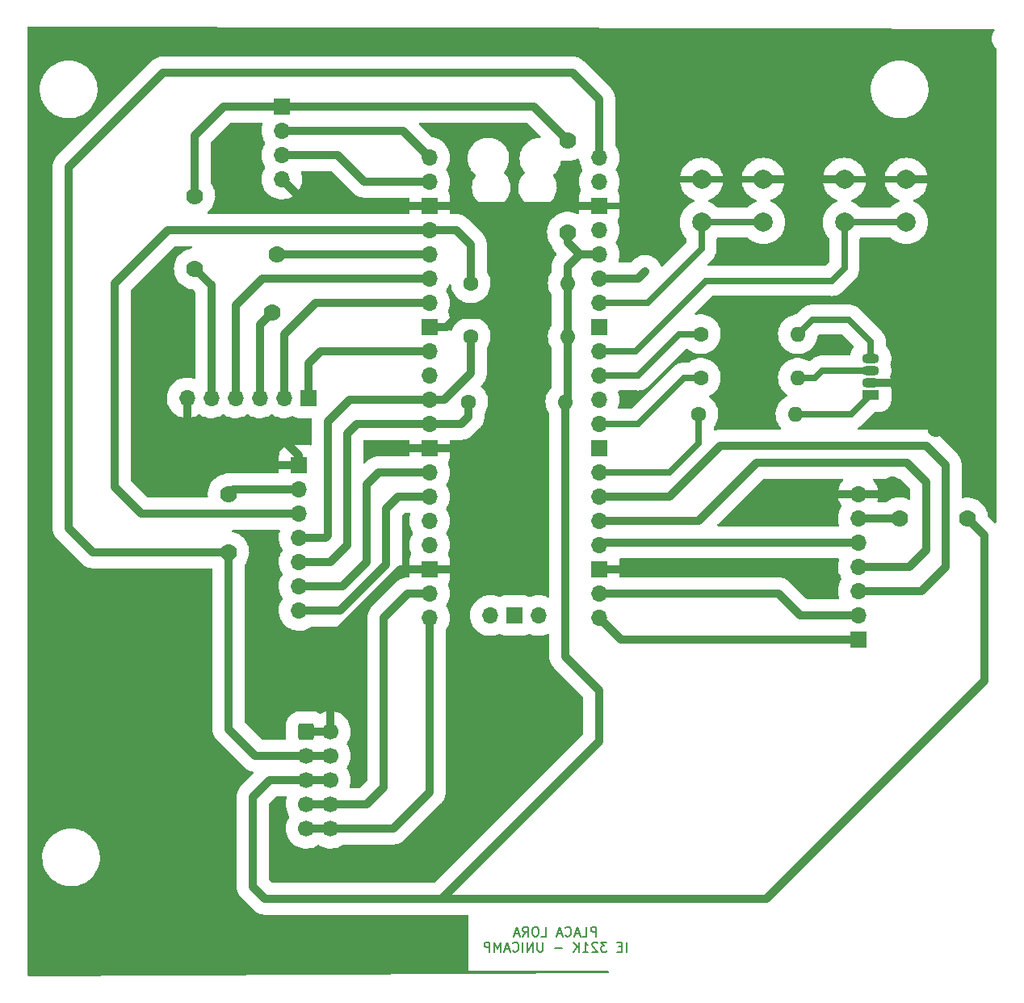
<source format=gbr>
%TF.GenerationSoftware,KiCad,Pcbnew,(6.0.1)*%
%TF.CreationDate,2022-11-11T16:48:07-03:00*%
%TF.ProjectId,Circuito esquem_tico,43697263-7569-4746-9f20-65737175656d,rev?*%
%TF.SameCoordinates,Original*%
%TF.FileFunction,Copper,L2,Bot*%
%TF.FilePolarity,Positive*%
%FSLAX46Y46*%
G04 Gerber Fmt 4.6, Leading zero omitted, Abs format (unit mm)*
G04 Created by KiCad (PCBNEW (6.0.1)) date 2022-11-11 16:48:07*
%MOMM*%
%LPD*%
G01*
G04 APERTURE LIST*
G04 Aperture macros list*
%AMRoundRect*
0 Rectangle with rounded corners*
0 $1 Rounding radius*
0 $2 $3 $4 $5 $6 $7 $8 $9 X,Y pos of 4 corners*
0 Add a 4 corners polygon primitive as box body*
4,1,4,$2,$3,$4,$5,$6,$7,$8,$9,$2,$3,0*
0 Add four circle primitives for the rounded corners*
1,1,$1+$1,$2,$3*
1,1,$1+$1,$4,$5*
1,1,$1+$1,$6,$7*
1,1,$1+$1,$8,$9*
0 Add four rect primitives between the rounded corners*
20,1,$1+$1,$2,$3,$4,$5,0*
20,1,$1+$1,$4,$5,$6,$7,0*
20,1,$1+$1,$6,$7,$8,$9,0*
20,1,$1+$1,$8,$9,$2,$3,0*%
G04 Aperture macros list end*
%ADD10C,0.150000*%
%TA.AperFunction,NonConductor*%
%ADD11C,0.150000*%
%TD*%
%TA.AperFunction,ComponentPad*%
%ADD12C,1.600000*%
%TD*%
%TA.AperFunction,ComponentPad*%
%ADD13O,1.600000X1.600000*%
%TD*%
%TA.AperFunction,ComponentPad*%
%ADD14R,1.700000X1.700000*%
%TD*%
%TA.AperFunction,ComponentPad*%
%ADD15O,1.700000X1.700000*%
%TD*%
%TA.AperFunction,ComponentPad*%
%ADD16RoundRect,0.250000X-0.600000X-0.600000X0.600000X-0.600000X0.600000X0.600000X-0.600000X0.600000X0*%
%TD*%
%TA.AperFunction,ComponentPad*%
%ADD17C,1.700000*%
%TD*%
%TA.AperFunction,ComponentPad*%
%ADD18C,2.000000*%
%TD*%
%TA.AperFunction,ComponentPad*%
%ADD19R,1.800000X1.070000*%
%TD*%
%TA.AperFunction,ComponentPad*%
%ADD20O,1.800000X1.070000*%
%TD*%
%TA.AperFunction,ViaPad*%
%ADD21C,1.778000*%
%TD*%
%TA.AperFunction,Conductor*%
%ADD22C,0.812800*%
%TD*%
%TA.AperFunction,Conductor*%
%ADD23C,0.635000*%
%TD*%
G04 APERTURE END LIST*
D10*
D11*
X147771904Y-128171380D02*
X147771904Y-127171380D01*
X147390952Y-127171380D01*
X147295714Y-127219000D01*
X147248095Y-127266619D01*
X147200476Y-127361857D01*
X147200476Y-127504714D01*
X147248095Y-127599952D01*
X147295714Y-127647571D01*
X147390952Y-127695190D01*
X147771904Y-127695190D01*
X146295714Y-128171380D02*
X146771904Y-128171380D01*
X146771904Y-127171380D01*
X146010000Y-127885666D02*
X145533809Y-127885666D01*
X146105238Y-128171380D02*
X145771904Y-127171380D01*
X145438571Y-128171380D01*
X144533809Y-128076142D02*
X144581428Y-128123761D01*
X144724285Y-128171380D01*
X144819523Y-128171380D01*
X144962380Y-128123761D01*
X145057619Y-128028523D01*
X145105238Y-127933285D01*
X145152857Y-127742809D01*
X145152857Y-127599952D01*
X145105238Y-127409476D01*
X145057619Y-127314238D01*
X144962380Y-127219000D01*
X144819523Y-127171380D01*
X144724285Y-127171380D01*
X144581428Y-127219000D01*
X144533809Y-127266619D01*
X144152857Y-127885666D02*
X143676666Y-127885666D01*
X144248095Y-128171380D02*
X143914761Y-127171380D01*
X143581428Y-128171380D01*
X142010000Y-128171380D02*
X142486190Y-128171380D01*
X142486190Y-127171380D01*
X141486190Y-127171380D02*
X141295714Y-127171380D01*
X141200476Y-127219000D01*
X141105238Y-127314238D01*
X141057619Y-127504714D01*
X141057619Y-127838047D01*
X141105238Y-128028523D01*
X141200476Y-128123761D01*
X141295714Y-128171380D01*
X141486190Y-128171380D01*
X141581428Y-128123761D01*
X141676666Y-128028523D01*
X141724285Y-127838047D01*
X141724285Y-127504714D01*
X141676666Y-127314238D01*
X141581428Y-127219000D01*
X141486190Y-127171380D01*
X140057619Y-128171380D02*
X140390952Y-127695190D01*
X140629047Y-128171380D02*
X140629047Y-127171380D01*
X140248095Y-127171380D01*
X140152857Y-127219000D01*
X140105238Y-127266619D01*
X140057619Y-127361857D01*
X140057619Y-127504714D01*
X140105238Y-127599952D01*
X140152857Y-127647571D01*
X140248095Y-127695190D01*
X140629047Y-127695190D01*
X139676666Y-127885666D02*
X139200476Y-127885666D01*
X139771904Y-128171380D02*
X139438571Y-127171380D01*
X139105238Y-128171380D01*
X150938571Y-129781380D02*
X150938571Y-128781380D01*
X150462380Y-129257571D02*
X150129047Y-129257571D01*
X149986190Y-129781380D02*
X150462380Y-129781380D01*
X150462380Y-128781380D01*
X149986190Y-128781380D01*
X148890952Y-128781380D02*
X148271904Y-128781380D01*
X148605238Y-129162333D01*
X148462380Y-129162333D01*
X148367142Y-129209952D01*
X148319523Y-129257571D01*
X148271904Y-129352809D01*
X148271904Y-129590904D01*
X148319523Y-129686142D01*
X148367142Y-129733761D01*
X148462380Y-129781380D01*
X148748095Y-129781380D01*
X148843333Y-129733761D01*
X148890952Y-129686142D01*
X147890952Y-128876619D02*
X147843333Y-128829000D01*
X147748095Y-128781380D01*
X147510000Y-128781380D01*
X147414761Y-128829000D01*
X147367142Y-128876619D01*
X147319523Y-128971857D01*
X147319523Y-129067095D01*
X147367142Y-129209952D01*
X147938571Y-129781380D01*
X147319523Y-129781380D01*
X146367142Y-129781380D02*
X146938571Y-129781380D01*
X146652857Y-129781380D02*
X146652857Y-128781380D01*
X146748095Y-128924238D01*
X146843333Y-129019476D01*
X146938571Y-129067095D01*
X145938571Y-129781380D02*
X145938571Y-128781380D01*
X145367142Y-129781380D02*
X145795714Y-129209952D01*
X145367142Y-128781380D02*
X145938571Y-129352809D01*
X144176666Y-129400428D02*
X143414761Y-129400428D01*
X142176666Y-128781380D02*
X142176666Y-129590904D01*
X142129047Y-129686142D01*
X142081428Y-129733761D01*
X141986190Y-129781380D01*
X141795714Y-129781380D01*
X141700476Y-129733761D01*
X141652857Y-129686142D01*
X141605238Y-129590904D01*
X141605238Y-128781380D01*
X141129047Y-129781380D02*
X141129047Y-128781380D01*
X140557619Y-129781380D01*
X140557619Y-128781380D01*
X140081428Y-129781380D02*
X140081428Y-128781380D01*
X139033809Y-129686142D02*
X139081428Y-129733761D01*
X139224285Y-129781380D01*
X139319523Y-129781380D01*
X139462380Y-129733761D01*
X139557619Y-129638523D01*
X139605238Y-129543285D01*
X139652857Y-129352809D01*
X139652857Y-129209952D01*
X139605238Y-129019476D01*
X139557619Y-128924238D01*
X139462380Y-128829000D01*
X139319523Y-128781380D01*
X139224285Y-128781380D01*
X139081428Y-128829000D01*
X139033809Y-128876619D01*
X138652857Y-129495666D02*
X138176666Y-129495666D01*
X138748095Y-129781380D02*
X138414761Y-128781380D01*
X138081428Y-129781380D01*
X137748095Y-129781380D02*
X137748095Y-128781380D01*
X137414761Y-129495666D01*
X137081428Y-128781380D01*
X137081428Y-129781380D01*
X136605238Y-129781380D02*
X136605238Y-128781380D01*
X136224285Y-128781380D01*
X136129047Y-128829000D01*
X136081428Y-128876619D01*
X136033809Y-128971857D01*
X136033809Y-129114714D01*
X136081428Y-129209952D01*
X136129047Y-129257571D01*
X136224285Y-129305190D01*
X136605238Y-129305190D01*
D12*
%TO.P,R6,1*%
%TO.N,GP21*%
X158496000Y-73406000D03*
D13*
%TO.P,R6,2*%
%TO.N,Net-(D1-Pad1)*%
X168656000Y-73406000D03*
%TD*%
D14*
%TO.P,J3,1,Pin_1*%
%TO.N,3.3V*%
X114808000Y-41148000D03*
D15*
%TO.P,J3,2,Pin_2*%
%TO.N,GP0*%
X114808000Y-43688000D03*
%TO.P,J3,3,Pin_3*%
%TO.N,GP1*%
X114808000Y-46228000D03*
%TO.P,J3,4,Pin_4*%
%TO.N,GND*%
X114808000Y-48768000D03*
%TD*%
D12*
%TO.P,R5,1*%
%TO.N,GP22*%
X158750000Y-69596000D03*
D13*
%TO.P,R5,2*%
%TO.N,Net-(D1-Pad3)*%
X168910000Y-69596000D03*
%TD*%
D14*
%TO.P,J4,1,Pin_1*%
%TO.N,GP6*%
X117577006Y-71709991D03*
D15*
%TO.P,J4,2,Pin_2*%
%TO.N,GP5*%
X115037006Y-71709991D03*
%TO.P,J4,3,Pin_3*%
%TO.N,GP3*%
X112497006Y-71709991D03*
%TO.P,J4,4,Pin_4*%
%TO.N,GP4*%
X109957006Y-71709991D03*
%TO.P,J4,5,Pin_5*%
%TO.N,3.3V*%
X107417006Y-71709991D03*
%TO.P,J4,6,Pin_6*%
%TO.N,GND*%
X104877006Y-71709991D03*
%TD*%
D16*
%TO.P,J6,1,Pin_1*%
%TO.N,GND*%
X117357500Y-106680000D03*
D17*
%TO.P,J6,2,Pin_2*%
X119897500Y-106680000D03*
%TO.P,J6,3,Pin_3*%
%TO.N,VBUS*%
X117357500Y-109220000D03*
%TO.P,J6,4,Pin_4*%
X119897500Y-109220000D03*
%TO.P,J6,5,Pin_5*%
%TO.N,3.3V*%
X117357500Y-111760000D03*
%TO.P,J6,6,Pin_6*%
X119897500Y-111760000D03*
%TO.P,J6,7,Pin_7*%
%TO.N,GP14*%
X117357500Y-114300000D03*
%TO.P,J6,8,Pin_8*%
X119897500Y-114300000D03*
%TO.P,J6,9,Pin_9*%
%TO.N,GP15*%
X117357500Y-116840000D03*
%TO.P,J6,10,Pin_10*%
X119897500Y-116840000D03*
%TD*%
D12*
%TO.P,R4,1*%
%TO.N,GP26*%
X158750000Y-65024000D03*
D13*
%TO.P,R4,2*%
%TO.N,Net-(D1-Pad4)*%
X168910000Y-65024000D03*
%TD*%
D14*
%TO.P,J1,1,Pin_1*%
%TO.N,GND*%
X116611000Y-78760000D03*
D15*
%TO.P,J1,2,Pin_2*%
%TO.N,VBUS*%
X116611000Y-81300000D03*
%TO.P,J1,3,Pin_3*%
%TO.N,GP2*%
X116611000Y-83840000D03*
%TO.P,J1,4,Pin_4*%
%TO.N,GP8*%
X116611000Y-86380000D03*
%TO.P,J1,5,Pin_5*%
%TO.N,GP9*%
X116611000Y-88920000D03*
%TO.P,J1,6,Pin_6*%
%TO.N,GP10*%
X116611000Y-91460000D03*
%TO.P,J1,7,Pin_7*%
%TO.N,GP11*%
X116611000Y-94000000D03*
%TD*%
D18*
%TO.P,SW2,1,1*%
%TO.N,GND*%
X165302000Y-48804000D03*
X158802000Y-48804000D03*
%TO.P,SW2,2,2*%
%TO.N,GP28*%
X165302000Y-53304000D03*
X158802000Y-53304000D03*
%TD*%
D19*
%TO.P,D1,1,RA*%
%TO.N,Net-(D1-Pad1)*%
X176530000Y-71374000D03*
D20*
%TO.P,D1,2,K*%
%TO.N,GND*%
X176530000Y-70104000D03*
%TO.P,D1,3,BA*%
%TO.N,Net-(D1-Pad3)*%
X176530000Y-68834000D03*
%TO.P,D1,4,GA*%
%TO.N,Net-(D1-Pad4)*%
X176530000Y-67564000D03*
%TD*%
D12*
%TO.P,R1,1*%
%TO.N,GP2*%
X134620000Y-59690000D03*
D13*
%TO.P,R1,2*%
%TO.N,3.3V*%
X144780000Y-59690000D03*
%TD*%
D12*
%TO.P,R2,1*%
%TO.N,GP8*%
X134620000Y-65278000D03*
D13*
%TO.P,R2,2*%
%TO.N,3.3V*%
X144780000Y-65278000D03*
%TD*%
D15*
%TO.P,U1,1,GPIO0*%
%TO.N,GP0*%
X130302000Y-46482000D03*
%TO.P,U1,2,GPIO1*%
%TO.N,GP1*%
X130302000Y-49022000D03*
D14*
%TO.P,U1,3,GND*%
%TO.N,GND*%
X130302000Y-51562000D03*
D15*
%TO.P,U1,4,GPIO2*%
%TO.N,GP2*%
X130302000Y-54102000D03*
%TO.P,U1,5,GPIO3*%
%TO.N,GP3*%
X130302000Y-56642000D03*
%TO.P,U1,6,GPIO4*%
%TO.N,GP4*%
X130302000Y-59182000D03*
%TO.P,U1,7,GPIO5*%
%TO.N,GP5*%
X130302000Y-61722000D03*
D14*
%TO.P,U1,8,GND*%
%TO.N,GND*%
X130302000Y-64262000D03*
D15*
%TO.P,U1,9,GPIO6*%
%TO.N,GP6*%
X130302000Y-66802000D03*
%TO.P,U1,10,GPIO7*%
%TO.N,GP7*%
X130302000Y-69342000D03*
%TO.P,U1,11,GPIO8*%
%TO.N,GP8*%
X130302000Y-71882000D03*
%TO.P,U1,12,GPIO9*%
%TO.N,GP9*%
X130302000Y-74422000D03*
D14*
%TO.P,U1,13,GND*%
%TO.N,GND*%
X130302000Y-76962000D03*
D15*
%TO.P,U1,14,GPIO10*%
%TO.N,GP10*%
X130302000Y-79502000D03*
%TO.P,U1,15,GPIO11*%
%TO.N,GP11*%
X130302000Y-82042000D03*
%TO.P,U1,16,GPIO12*%
%TO.N,GP12*%
X130302000Y-84582000D03*
%TO.P,U1,17,GPIO13*%
%TO.N,GP13*%
X130302000Y-87122000D03*
D14*
%TO.P,U1,18,GND*%
%TO.N,GND*%
X130302000Y-89662000D03*
D15*
%TO.P,U1,19,GPIO14*%
%TO.N,GP14*%
X130302000Y-92202000D03*
%TO.P,U1,20,GPIO15*%
%TO.N,GP15*%
X130302000Y-94742000D03*
%TO.P,U1,21,GPIO16*%
%TO.N,GP16*%
X148082000Y-94742000D03*
%TO.P,U1,22,GPIO17*%
%TO.N,GP17*%
X148082000Y-92202000D03*
D14*
%TO.P,U1,23,GND*%
%TO.N,GND*%
X148082000Y-89662000D03*
D15*
%TO.P,U1,24,GPIO18*%
%TO.N,GP18*%
X148082000Y-87122000D03*
%TO.P,U1,25,GPIO19*%
%TO.N,GP19*%
X148082000Y-84582000D03*
%TO.P,U1,26,GPIO20*%
%TO.N,GP20*%
X148082000Y-82042000D03*
%TO.P,U1,27,GPIO21*%
%TO.N,GP21*%
X148082000Y-79502000D03*
D14*
%TO.P,U1,28,GND*%
%TO.N,unconnected-(U1-Pad28)*%
X148082000Y-76962000D03*
D15*
%TO.P,U1,29,GPIO22*%
%TO.N,GP22*%
X148082000Y-74422000D03*
%TO.P,U1,30,RUN*%
%TO.N,unconnected-(U1-Pad30)*%
X148082000Y-71882000D03*
%TO.P,U1,31,GPIO26_ADC0*%
%TO.N,GP26*%
X148082000Y-69342000D03*
%TO.P,U1,32,GPIO27_ADC1*%
%TO.N,GP27*%
X148082000Y-66802000D03*
D14*
%TO.P,U1,33,AGND*%
%TO.N,unconnected-(U1-Pad33)*%
X148082000Y-64262000D03*
D15*
%TO.P,U1,34,GPIO28_ADC2*%
%TO.N,GP28*%
X148082000Y-61722000D03*
%TO.P,U1,35,ADC_VREF*%
%TO.N,unconnected-(U1-Pad35)*%
X148082000Y-59182000D03*
%TO.P,U1,36,3V3*%
%TO.N,3.3V*%
X148082000Y-56642000D03*
%TO.P,U1,37,3V3_EN*%
%TO.N,unconnected-(U1-Pad37)*%
X148082000Y-54102000D03*
D14*
%TO.P,U1,38,GND*%
%TO.N,GND*%
X148082000Y-51562000D03*
D15*
%TO.P,U1,39,VSYS*%
%TO.N,unconnected-(U1-Pad39)*%
X148082000Y-49022000D03*
%TO.P,U1,40,VBUS*%
%TO.N,VBUS*%
X148082000Y-46482000D03*
%TO.P,U1,41,SWCLK*%
%TO.N,unconnected-(U1-Pad41)*%
X136652000Y-94512000D03*
D14*
%TO.P,U1,42,GND*%
%TO.N,unconnected-(U1-Pad42)*%
X139192000Y-94512000D03*
D15*
%TO.P,U1,43,SWDIO*%
%TO.N,unconnected-(U1-Pad43)*%
X141732000Y-94512000D03*
%TD*%
D14*
%TO.P,J5,1,Pin_1*%
%TO.N,GP16*%
X175235000Y-97008000D03*
D15*
%TO.P,J5,2,Pin_2*%
%TO.N,GP17*%
X175235000Y-94468000D03*
%TO.P,J5,3,Pin_3*%
%TO.N,GP20*%
X175235000Y-91928000D03*
%TO.P,J5,4,Pin_4*%
%TO.N,GP19*%
X175235000Y-89388000D03*
%TO.P,J5,5,Pin_5*%
%TO.N,GP18*%
X175235000Y-86848000D03*
%TO.P,J5,6,Pin_6*%
%TO.N,3.3V*%
X175235000Y-84308000D03*
%TO.P,J5,7,Pin_7*%
%TO.N,GND*%
X175235000Y-81768000D03*
%TD*%
D12*
%TO.P,R3,1*%
%TO.N,GP9*%
X134366000Y-72136000D03*
D13*
%TO.P,R3,2*%
%TO.N,3.3V*%
X144526000Y-72136000D03*
%TD*%
D18*
%TO.P,SW1,1,1*%
%TO.N,GND*%
X180288000Y-48804000D03*
X173788000Y-48804000D03*
%TO.P,SW1,2,2*%
%TO.N,GP27*%
X180288000Y-53304000D03*
X173788000Y-53304000D03*
%TD*%
D21*
%TO.N,3.3V*%
X144780000Y-44704000D03*
X144780000Y-54356000D03*
%TO.N,GND*%
X168656000Y-81534000D03*
X168656000Y-89662000D03*
X113030000Y-76454000D03*
X183388000Y-74930000D03*
X178816000Y-80772000D03*
X124714000Y-76962000D03*
%TO.N,GP3*%
X114300000Y-56642000D03*
%TO.N,3.3V*%
X186690000Y-84328000D03*
%TO.N,VBUS*%
X109220000Y-87884000D03*
X109220000Y-81788000D03*
%TO.N,3.3V*%
X105664000Y-58166000D03*
X179558010Y-84308010D03*
X105664000Y-50546000D03*
%TO.N,GP3*%
X113792000Y-62738000D03*
%TD*%
D22*
%TO.N,GND*%
X138176000Y-81280000D02*
X138176000Y-89662000D01*
X133858000Y-76962000D02*
X138176000Y-81280000D01*
X130302000Y-76962000D02*
X133858000Y-76962000D01*
%TO.N,3.3V*%
X144780000Y-55372000D02*
X144780000Y-54356000D01*
X146050000Y-56642000D02*
X144780000Y-55372000D01*
%TO.N,GND*%
X133350000Y-62992000D02*
X139446000Y-62992000D01*
X139446000Y-62992000D02*
X140462000Y-61976000D01*
X140462000Y-61976000D02*
X140462000Y-53594000D01*
X140462000Y-87376000D02*
X140462000Y-61976000D01*
X148082000Y-51562000D02*
X138430000Y-51562000D01*
X138430000Y-51562000D02*
X130302000Y-51562000D01*
X138176000Y-89662000D02*
X140462000Y-87376000D01*
X130302000Y-89662000D02*
X138176000Y-89662000D01*
X140462000Y-53594000D02*
X138430000Y-51562000D01*
X132080000Y-64262000D02*
X133350000Y-62992000D01*
X130302000Y-64262000D02*
X132080000Y-64262000D01*
%TO.N,3.3V*%
X148082000Y-102362000D02*
X148082000Y-107696000D01*
X148082000Y-107696000D02*
X131572000Y-124206000D01*
X144526000Y-98806000D02*
X148082000Y-102362000D01*
X144526000Y-72136000D02*
X144526000Y-98806000D01*
X144780000Y-71882000D02*
X144526000Y-72136000D01*
X144780000Y-65278000D02*
X144780000Y-71882000D01*
X144780000Y-59690000D02*
X144780000Y-65278000D01*
X144780000Y-57912000D02*
X144780000Y-59690000D01*
X146050000Y-56642000D02*
X144780000Y-57912000D01*
X148082000Y-56642000D02*
X146050000Y-56642000D01*
%TO.N,unconnected-(U1-Pad35)*%
X152146000Y-59182000D02*
X152908000Y-58420000D01*
X148082000Y-59182000D02*
X152146000Y-59182000D01*
%TO.N,GND*%
X184912000Y-70866000D02*
X183388000Y-72390000D01*
X184912000Y-50800000D02*
X184912000Y-70866000D01*
X182915992Y-48803992D02*
X184912000Y-50800000D01*
X180288006Y-48803992D02*
X182915992Y-48803992D01*
X175235006Y-81768010D02*
X168890010Y-81768010D01*
X168890010Y-81768010D02*
X168656000Y-81534000D01*
X148082000Y-89662000D02*
X168656000Y-89662000D01*
X115316000Y-76454000D02*
X113030000Y-76454000D01*
X116610994Y-77748994D02*
X115316000Y-76454000D01*
X116610994Y-78759990D02*
X116610994Y-77748994D01*
%TO.N,GP1*%
X120650000Y-46228000D02*
X114808000Y-46228000D01*
X123444000Y-49022000D02*
X120650000Y-46228000D01*
X130302000Y-49022000D02*
X123444000Y-49022000D01*
%TO.N,GND*%
X181102000Y-70104000D02*
X183388000Y-72390000D01*
X176530000Y-70104000D02*
X181102000Y-70104000D01*
X183388000Y-72390000D02*
X183388000Y-74930000D01*
X178816000Y-81108124D02*
X178816000Y-80772000D01*
X178644124Y-81280000D02*
X178816000Y-81108124D01*
X178562000Y-81280000D02*
X178644124Y-81280000D01*
X178073990Y-81768010D02*
X178562000Y-81280000D01*
X175235006Y-81768010D02*
X178073990Y-81768010D01*
%TO.N,GP11*%
X127000000Y-82042000D02*
X130302000Y-82042000D01*
X125730000Y-83312000D02*
X127000000Y-82042000D01*
X125730000Y-89154000D02*
X125730000Y-83312000D01*
X120884010Y-93999990D02*
X125730000Y-89154000D01*
X116610994Y-93999990D02*
X120884010Y-93999990D01*
%TO.N,GND*%
X119897500Y-97018500D02*
X119897500Y-106680000D01*
X130302000Y-89662000D02*
X127254000Y-89662000D01*
X127254000Y-89662000D02*
X119897500Y-97018500D01*
X130302000Y-76962000D02*
X124714000Y-76962000D01*
X104877012Y-75159012D02*
X104877012Y-71709982D01*
X108477990Y-78759990D02*
X104877012Y-75159012D01*
X116610994Y-78759990D02*
X108477990Y-78759990D01*
%TO.N,3.3V*%
X176001990Y-84308010D02*
X176002000Y-84308000D01*
X175235006Y-84308010D02*
X176001990Y-84308010D01*
X176002000Y-84308000D02*
X179558000Y-84308000D01*
X175235000Y-84308000D02*
X176002000Y-84308000D01*
%TO.N,GP0*%
X127508000Y-43688000D02*
X114808000Y-43688000D01*
X130302000Y-46482000D02*
X127508000Y-43688000D01*
%TO.N,GP3*%
X130302000Y-56642000D02*
X114300000Y-56642000D01*
%TO.N,3.3V*%
X188468000Y-101346000D02*
X165608000Y-124206000D01*
X188468000Y-86106000D02*
X188468000Y-101346000D01*
X165608000Y-124206000D02*
X131572000Y-124206000D01*
X186690000Y-84328000D02*
X188468000Y-86106000D01*
D23*
%TO.N,GND*%
X156174000Y-48804000D02*
X158802000Y-48804000D01*
X153416000Y-51562000D02*
X156174000Y-48804000D01*
D22*
X130302000Y-51562000D02*
X117602000Y-51562000D01*
D23*
X173787994Y-48803992D02*
X180288006Y-48803992D01*
D22*
X117357500Y-106680000D02*
X119897500Y-106680000D01*
X165302000Y-48804000D02*
X173788000Y-48804000D01*
D23*
X148082000Y-51562000D02*
X153416000Y-51562000D01*
X158802000Y-48804000D02*
X165302000Y-48804000D01*
D22*
X117602000Y-51562000D02*
X114808000Y-48768000D01*
%TO.N,VBUS*%
X116611000Y-81300000D02*
X109708000Y-81300000D01*
X94996000Y-87884000D02*
X109220000Y-87884000D01*
X148082000Y-46482000D02*
X148082000Y-40386000D01*
X117357500Y-109220000D02*
X119897500Y-109220000D01*
X92456000Y-85344000D02*
X94996000Y-87884000D01*
X92456000Y-47498000D02*
X92456000Y-85344000D01*
X109708000Y-81300000D02*
X109220000Y-81788000D01*
X112014000Y-109220000D02*
X109220000Y-106426000D01*
X102362000Y-37592000D02*
X92456000Y-47498000D01*
X148082000Y-40386000D02*
X145288000Y-37592000D01*
X117357500Y-109220000D02*
X112014000Y-109220000D01*
X109220000Y-106426000D02*
X109220000Y-87884000D01*
X145288000Y-37592000D02*
X102362000Y-37592000D01*
%TO.N,GP2*%
X134620000Y-55626000D02*
X133096000Y-54102000D01*
X102870000Y-54102000D02*
X97282000Y-59690000D01*
X134620000Y-59690000D02*
X134620000Y-55626000D01*
X97282000Y-59690000D02*
X97282000Y-81026000D01*
X97282000Y-81026000D02*
X100096000Y-83840000D01*
X130302000Y-54102000D02*
X102870000Y-54102000D01*
X133096000Y-54102000D02*
X130302000Y-54102000D01*
X100096000Y-83840000D02*
X116611000Y-83840000D01*
%TO.N,GP8*%
X121920000Y-71882000D02*
X119634000Y-74168000D01*
X131826000Y-71882000D02*
X134620000Y-69088000D01*
X119634000Y-86106000D02*
X119360000Y-86380000D01*
X119634000Y-74168000D02*
X119634000Y-86106000D01*
X130302000Y-71882000D02*
X131826000Y-71882000D01*
X119360000Y-86380000D02*
X116611000Y-86380000D01*
X134620000Y-69088000D02*
X134620000Y-65278000D01*
X130302000Y-71882000D02*
X121920000Y-71882000D01*
%TO.N,GP10*%
X121138000Y-91460000D02*
X123698000Y-88900000D01*
X123698000Y-88900000D02*
X123698000Y-80772000D01*
X123698000Y-80772000D02*
X124968000Y-79502000D01*
X124968000Y-79502000D02*
X130302000Y-79502000D01*
X116611000Y-91460000D02*
X121138000Y-91460000D01*
%TO.N,GP14*%
X125476000Y-112522000D02*
X123698000Y-114300000D01*
X125476000Y-94742000D02*
X125476000Y-112522000D01*
X119897500Y-114300000D02*
X117357500Y-114300000D01*
X130302000Y-92202000D02*
X128016000Y-92202000D01*
X128016000Y-92202000D02*
X125476000Y-94742000D01*
X123698000Y-114300000D02*
X119897500Y-114300000D01*
%TO.N,GP15*%
X119897500Y-116840000D02*
X117357500Y-116840000D01*
X130302000Y-94742000D02*
X130302000Y-113030000D01*
X126492000Y-116840000D02*
X119897500Y-116840000D01*
X130302000Y-113030000D02*
X126492000Y-116840000D01*
%TO.N,3.3V*%
X144526000Y-65532000D02*
X144780000Y-65278000D01*
X111760000Y-122936000D02*
X111760000Y-113538000D01*
X141224000Y-41148000D02*
X114808000Y-41148000D01*
X111760000Y-113538000D02*
X113538000Y-111760000D01*
X105664000Y-44196000D02*
X105664000Y-50038000D01*
X107417000Y-71710000D02*
X107417000Y-59919000D01*
X144780000Y-44704000D02*
X141224000Y-41148000D01*
X119897500Y-111760000D02*
X117357500Y-111760000D01*
X179578000Y-84328000D02*
X179558000Y-84308000D01*
X105664000Y-50038000D02*
X105664000Y-50546000D01*
X113538000Y-111760000D02*
X117357500Y-111760000D01*
X107417000Y-59919000D02*
X105664000Y-58166000D01*
X131572000Y-124206000D02*
X113030000Y-124206000D01*
X105918000Y-43942000D02*
X105664000Y-44196000D01*
X114808000Y-41148000D02*
X108712000Y-41148000D01*
X113030000Y-124206000D02*
X111760000Y-122936000D01*
X108712000Y-41148000D02*
X105918000Y-43942000D01*
%TO.N,GP0*%
X130302000Y-46482000D02*
X130048000Y-46736000D01*
%TO.N,GP1*%
X130302000Y-49022000D02*
X130048000Y-49276000D01*
%TO.N,GP4*%
X112776000Y-59182000D02*
X109957000Y-62001000D01*
X109957000Y-62001000D02*
X109957000Y-71710000D01*
X130302000Y-59182000D02*
X112776000Y-59182000D01*
%TO.N,GP3*%
X112497000Y-64033000D02*
X113792000Y-62738000D01*
X112497000Y-71710000D02*
X112497000Y-64033000D01*
%TO.N,GP5*%
X130302000Y-61722000D02*
X118364000Y-61722000D01*
X115037000Y-65049000D02*
X115037000Y-71710000D01*
X118364000Y-61722000D02*
X115037000Y-65049000D01*
%TO.N,GP6*%
X117577000Y-68097000D02*
X118872000Y-66802000D01*
X117577000Y-71710000D02*
X117577000Y-68097000D01*
X118872000Y-66802000D02*
X130302000Y-66802000D01*
%TO.N,GP18*%
X148082000Y-87122000D02*
X148356000Y-86848000D01*
X148356000Y-86848000D02*
X175235000Y-86848000D01*
%TO.N,GP19*%
X158496000Y-84582000D02*
X148082000Y-84582000D01*
X164592000Y-78486000D02*
X158496000Y-84582000D01*
X182372000Y-87630000D02*
X182372000Y-80518000D01*
X180340000Y-78486000D02*
X164592000Y-78486000D01*
X180614000Y-89388000D02*
X182372000Y-87630000D01*
X175235000Y-89388000D02*
X180614000Y-89388000D01*
X182372000Y-80518000D02*
X180340000Y-78486000D01*
%TO.N,GP20*%
X182372000Y-76708000D02*
X160782000Y-76708000D01*
X160782000Y-76708000D02*
X155448000Y-82042000D01*
X184404000Y-78740000D02*
X182372000Y-76708000D01*
X184404000Y-89408000D02*
X184404000Y-78740000D01*
X175235000Y-91928000D02*
X181884000Y-91928000D01*
X181884000Y-91928000D02*
X184404000Y-89408000D01*
X155448000Y-82042000D02*
X148082000Y-82042000D01*
%TO.N,GP17*%
X148082000Y-92202000D02*
X166878000Y-92202000D01*
X169144000Y-94468000D02*
X175235000Y-94468000D01*
X166878000Y-92202000D02*
X169144000Y-94468000D01*
%TO.N,GP16*%
X175235000Y-97008000D02*
X150348000Y-97008000D01*
X150348000Y-97008000D02*
X148082000Y-94742000D01*
D23*
%TO.N,GP26*%
X148082000Y-69342000D02*
X152146000Y-69342000D01*
X156464000Y-65024000D02*
X158750000Y-65024000D01*
X152146000Y-69342000D02*
X156464000Y-65024000D01*
%TO.N,GP22*%
X152146000Y-74422000D02*
X148082000Y-74422000D01*
X156972000Y-69596000D02*
X152146000Y-74422000D01*
X158750000Y-69596000D02*
X156972000Y-69596000D01*
%TO.N,GP21*%
X155448000Y-79502000D02*
X158496000Y-76454000D01*
X158496000Y-76454000D02*
X158496000Y-73406000D01*
X148082000Y-79502000D02*
X155448000Y-79502000D01*
D22*
%TO.N,GP9*%
X122682000Y-74422000D02*
X130302000Y-74422000D01*
X119868000Y-88920000D02*
X121666000Y-87122000D01*
X121666000Y-75438000D02*
X122682000Y-74422000D01*
X134366000Y-73660000D02*
X134366000Y-72136000D01*
X133604000Y-74422000D02*
X134366000Y-73660000D01*
X130302000Y-74422000D02*
X133604000Y-74422000D01*
X121666000Y-87122000D02*
X121666000Y-75438000D01*
X116611000Y-88920000D02*
X119868000Y-88920000D01*
D23*
%TO.N,Net-(D1-Pad1)*%
X168656000Y-73406000D02*
X174498000Y-73406000D01*
X174498000Y-73406000D02*
X176530000Y-71374000D01*
%TO.N,Net-(D1-Pad4)*%
X176530000Y-67564000D02*
X176530000Y-65786000D01*
X176530000Y-65786000D02*
X174244000Y-63500000D01*
X170434000Y-63500000D02*
X168910000Y-65024000D01*
X174244000Y-63500000D02*
X170434000Y-63500000D01*
%TO.N,Net-(D1-Pad3)*%
X170688000Y-69596000D02*
X168910000Y-69596000D01*
X171450000Y-68834000D02*
X170688000Y-69596000D01*
X176530000Y-68834000D02*
X171450000Y-68834000D01*
%TO.N,GP27*%
X151892000Y-66802000D02*
X159258000Y-59436000D01*
X159258000Y-59436000D02*
X172466000Y-59436000D01*
X148082000Y-66802000D02*
X151892000Y-66802000D01*
X173788000Y-58114000D02*
X173788000Y-53304000D01*
X173787994Y-53304008D02*
X180288006Y-53304008D01*
X172466000Y-59436000D02*
X173788000Y-58114000D01*
%TO.N,GP28*%
X153162000Y-61722000D02*
X158802000Y-56082000D01*
X148082000Y-61722000D02*
X153162000Y-61722000D01*
X158802000Y-53304000D02*
X165302000Y-53304000D01*
X158802000Y-56082000D02*
X158802000Y-53304000D01*
%TD*%
%TA.AperFunction,Conductor*%
%TO.N,GND*%
G36*
X168268731Y-32964542D02*
G01*
X189422293Y-33016136D01*
X189490365Y-33036305D01*
X189536727Y-33090073D01*
X189546659Y-33160372D01*
X189521929Y-33215507D01*
X189523407Y-33216542D01*
X189395947Y-33398575D01*
X189302032Y-33599975D01*
X189244517Y-33814624D01*
X189225149Y-34036000D01*
X189244517Y-34257376D01*
X189302032Y-34472025D01*
X189395947Y-34673425D01*
X189523407Y-34855458D01*
X189680542Y-35012593D01*
X189685045Y-35015746D01*
X189689267Y-35019289D01*
X189688379Y-35020347D01*
X189728596Y-35070653D01*
X189738000Y-35118417D01*
X189738000Y-84700316D01*
X189717998Y-84768437D01*
X189664342Y-84814930D01*
X189594068Y-84825034D01*
X189529488Y-84795540D01*
X189522905Y-84789411D01*
X188872806Y-84139312D01*
X188838780Y-84077000D01*
X188836193Y-84058789D01*
X188834810Y-84038513D01*
X188834519Y-84034237D01*
X188829588Y-84010423D01*
X188775679Y-83750108D01*
X188774810Y-83745911D01*
X188676522Y-83468355D01*
X188541475Y-83206707D01*
X188372168Y-82965807D01*
X188296724Y-82884620D01*
X188174655Y-82753257D01*
X188174652Y-82753254D01*
X188171734Y-82750114D01*
X188168419Y-82747400D01*
X188168415Y-82747397D01*
X188001890Y-82611098D01*
X187943881Y-82563618D01*
X187692826Y-82409772D01*
X187639452Y-82386342D01*
X187493239Y-82322159D01*
X187423214Y-82291420D01*
X187140034Y-82210755D01*
X186848527Y-82169267D01*
X186693376Y-82168454D01*
X186558373Y-82167747D01*
X186558366Y-82167747D01*
X186554087Y-82167725D01*
X186549843Y-82168284D01*
X186549839Y-82168284D01*
X186421070Y-82185237D01*
X186262162Y-82206158D01*
X186240146Y-82212181D01*
X186169162Y-82210862D01*
X186110159Y-82171375D01*
X186081871Y-82106258D01*
X186080900Y-82090646D01*
X186080900Y-78776615D01*
X186080955Y-78755605D01*
X186081319Y-78616826D01*
X186072181Y-78556046D01*
X186071144Y-78546870D01*
X186066847Y-78490372D01*
X186066846Y-78490368D01*
X186066484Y-78485604D01*
X186053675Y-78430339D01*
X186051823Y-78420633D01*
X186044100Y-78369264D01*
X186044099Y-78369259D01*
X186043388Y-78364531D01*
X186041968Y-78359958D01*
X186041966Y-78359949D01*
X186025164Y-78305837D01*
X186022750Y-78296924D01*
X186009956Y-78241727D01*
X186008875Y-78237063D01*
X186007102Y-78232620D01*
X186007099Y-78232609D01*
X185987856Y-78184376D01*
X185984554Y-78175052D01*
X185969151Y-78125448D01*
X185967731Y-78120875D01*
X185940834Y-78065606D01*
X185937101Y-78057161D01*
X185916111Y-78004549D01*
X185916111Y-78004548D01*
X185914334Y-78000095D01*
X185885577Y-77951178D01*
X185880913Y-77942478D01*
X185856089Y-77891468D01*
X185821139Y-77840900D01*
X185816181Y-77833133D01*
X185811631Y-77825392D01*
X185785037Y-77780154D01*
X185749226Y-77736167D01*
X185743286Y-77728255D01*
X185713335Y-77684919D01*
X185713334Y-77684918D01*
X185711032Y-77681587D01*
X185656334Y-77620839D01*
X185655160Y-77619665D01*
X185654043Y-77618488D01*
X185654091Y-77618443D01*
X185646898Y-77610476D01*
X185626982Y-77586013D01*
X185623960Y-77582301D01*
X185561288Y-77525573D01*
X185556749Y-77521254D01*
X183583962Y-75548468D01*
X183583798Y-75548167D01*
X183583729Y-75548235D01*
X183474320Y-75438250D01*
X183474315Y-75438246D01*
X183470946Y-75434859D01*
X183421519Y-75398352D01*
X183414299Y-75392599D01*
X183371295Y-75355674D01*
X183371292Y-75355672D01*
X183367669Y-75352561D01*
X183363617Y-75350034D01*
X183363613Y-75350031D01*
X183319528Y-75322537D01*
X183311347Y-75316977D01*
X183269574Y-75286124D01*
X183265725Y-75283281D01*
X183211322Y-75254658D01*
X183203362Y-75250090D01*
X183151188Y-75217552D01*
X183146796Y-75215665D01*
X183146792Y-75215663D01*
X183099068Y-75195160D01*
X183090137Y-75190900D01*
X183044170Y-75166715D01*
X183044169Y-75166714D01*
X183039937Y-75164488D01*
X183035421Y-75162929D01*
X183035415Y-75162926D01*
X182981855Y-75144432D01*
X182973244Y-75141101D01*
X182921170Y-75118729D01*
X182916776Y-75116841D01*
X182912158Y-75115642D01*
X182912151Y-75115640D01*
X182861878Y-75102592D01*
X182852408Y-75099733D01*
X182803303Y-75082777D01*
X182803301Y-75082777D01*
X182798779Y-75081215D01*
X182794073Y-75080355D01*
X182794071Y-75080355D01*
X182738309Y-75070171D01*
X182729293Y-75068180D01*
X182674458Y-75053948D01*
X182674459Y-75053948D01*
X182669827Y-75052746D01*
X182635122Y-75049190D01*
X182613402Y-75046964D01*
X182603610Y-75045570D01*
X182570517Y-75039527D01*
X182547800Y-75035378D01*
X182466168Y-75031100D01*
X182464496Y-75031100D01*
X182462863Y-75031057D01*
X182462865Y-75030990D01*
X182452166Y-75030444D01*
X182447940Y-75030011D01*
X182416025Y-75026741D01*
X182411244Y-75026979D01*
X182411243Y-75026979D01*
X182331602Y-75030944D01*
X182325337Y-75031100D01*
X175332082Y-75031100D01*
X175263961Y-75011098D01*
X175217468Y-74957442D01*
X175207364Y-74887168D01*
X175236858Y-74822588D01*
X175266246Y-74797668D01*
X175434289Y-74694692D01*
X175475727Y-74659301D01*
X175576770Y-74573001D01*
X175576775Y-74572996D01*
X175620601Y-74535565D01*
X175624357Y-74532357D01*
X175661789Y-74488530D01*
X175668504Y-74481267D01*
X176933366Y-73216405D01*
X176995678Y-73182379D01*
X177022461Y-73179500D01*
X177493134Y-73179500D01*
X177495674Y-73179293D01*
X177495684Y-73179293D01*
X177558285Y-73174201D01*
X177636147Y-73167868D01*
X177641349Y-73166532D01*
X177641351Y-73166532D01*
X177850375Y-73112863D01*
X177855816Y-73111466D01*
X177860919Y-73109130D01*
X177860921Y-73109129D01*
X177933576Y-73075865D01*
X178062024Y-73017057D01*
X178248256Y-72887623D01*
X178408623Y-72727256D01*
X178520757Y-72565916D01*
X178534856Y-72545630D01*
X178534857Y-72545628D01*
X178538057Y-72541024D01*
X178632466Y-72334816D01*
X178652729Y-72255898D01*
X178687532Y-72120351D01*
X178687532Y-72120349D01*
X178688868Y-72115147D01*
X178700500Y-71972134D01*
X178700500Y-70775866D01*
X178699454Y-70762996D01*
X178691992Y-70671267D01*
X178688868Y-70632853D01*
X178687489Y-70627480D01*
X178664453Y-70537763D01*
X178662132Y-70486175D01*
X178697922Y-70266413D01*
X178697922Y-70266412D01*
X178698673Y-70261801D01*
X178701690Y-70031334D01*
X178702125Y-69998145D01*
X178702125Y-69998142D01*
X178702186Y-69993468D01*
X178665998Y-69727563D01*
X178657577Y-69698670D01*
X178599953Y-69500973D01*
X178600917Y-69427302D01*
X178654114Y-69261113D01*
X178655537Y-69256668D01*
X178698673Y-68991801D01*
X178701503Y-68775664D01*
X178702125Y-68728145D01*
X178702125Y-68728142D01*
X178702186Y-68723468D01*
X178665998Y-68457563D01*
X178651942Y-68409337D01*
X178612241Y-68273130D01*
X178599953Y-68230973D01*
X178600917Y-68157302D01*
X178628452Y-68071282D01*
X178655537Y-67986668D01*
X178698673Y-67721801D01*
X178700713Y-67566013D01*
X178702125Y-67458145D01*
X178702125Y-67458142D01*
X178702186Y-67453468D01*
X178665998Y-67187563D01*
X178590904Y-66929927D01*
X178478554Y-66686222D01*
X178377953Y-66532780D01*
X178333982Y-66465712D01*
X178333978Y-66465707D01*
X178331416Y-66461799D01*
X178152723Y-66261590D01*
X178153660Y-66260754D01*
X178121363Y-66203972D01*
X178118000Y-66175056D01*
X178118000Y-65853332D01*
X178118388Y-65843446D01*
X178122521Y-65790930D01*
X178122909Y-65786000D01*
X178118000Y-65723624D01*
X178118000Y-65723611D01*
X178103299Y-65536814D01*
X178057923Y-65347813D01*
X178046101Y-65298569D01*
X178046099Y-65298564D01*
X178044947Y-65293764D01*
X178043057Y-65289201D01*
X178043055Y-65289195D01*
X177951188Y-65067408D01*
X177951186Y-65067404D01*
X177949293Y-65062834D01*
X177818691Y-64849711D01*
X177815479Y-64845951D01*
X177815476Y-64845946D01*
X177755788Y-64776061D01*
X177697001Y-64707230D01*
X177696996Y-64707225D01*
X177659565Y-64663399D01*
X177656357Y-64659643D01*
X177612530Y-64622211D01*
X177605267Y-64615496D01*
X175414504Y-62424733D01*
X175407788Y-62417469D01*
X175373565Y-62377399D01*
X175370357Y-62373643D01*
X175322775Y-62333004D01*
X175322770Y-62332999D01*
X175180289Y-62211308D01*
X175176066Y-62208720D01*
X175176063Y-62208718D01*
X175054314Y-62134111D01*
X174967166Y-62080707D01*
X174872874Y-62041650D01*
X174740805Y-61986945D01*
X174740799Y-61986943D01*
X174736236Y-61985053D01*
X174731436Y-61983901D01*
X174731431Y-61983899D01*
X174620168Y-61957187D01*
X174493186Y-61926701D01*
X174377675Y-61917610D01*
X174306415Y-61912002D01*
X174306413Y-61912002D01*
X174306389Y-61912000D01*
X174306380Y-61912000D01*
X174306363Y-61911999D01*
X174248930Y-61907479D01*
X174244000Y-61907091D01*
X174239070Y-61907479D01*
X174186554Y-61911612D01*
X174176668Y-61912000D01*
X170501332Y-61912000D01*
X170491446Y-61911612D01*
X170438930Y-61907479D01*
X170434000Y-61907091D01*
X170429070Y-61907479D01*
X170371637Y-61911999D01*
X170371620Y-61912000D01*
X170371611Y-61912000D01*
X170371587Y-61912002D01*
X170371585Y-61912002D01*
X170300325Y-61917610D01*
X170184814Y-61926701D01*
X170057832Y-61957187D01*
X169946569Y-61983899D01*
X169946564Y-61983901D01*
X169941764Y-61985053D01*
X169937201Y-61986943D01*
X169937195Y-61986945D01*
X169715408Y-62078812D01*
X169715404Y-62078814D01*
X169710834Y-62080707D01*
X169623687Y-62134111D01*
X169497710Y-62211309D01*
X169355230Y-62332999D01*
X169355225Y-62333004D01*
X169307643Y-62373643D01*
X169304435Y-62377399D01*
X169270212Y-62417469D01*
X169263496Y-62424733D01*
X168759012Y-62929217D01*
X168696700Y-62963243D01*
X168686369Y-62965043D01*
X168499794Y-62989606D01*
X168495654Y-62990739D01*
X168495652Y-62990739D01*
X168479382Y-62995190D01*
X168227491Y-63064100D01*
X167967816Y-63174860D01*
X167845587Y-63248013D01*
X167729258Y-63317634D01*
X167729254Y-63317637D01*
X167725576Y-63319838D01*
X167722233Y-63322516D01*
X167722229Y-63322519D01*
X167706588Y-63335050D01*
X167505254Y-63496350D01*
X167310925Y-63701130D01*
X167146185Y-63930389D01*
X167014084Y-64179884D01*
X166917066Y-64444999D01*
X166856926Y-64720828D01*
X166856590Y-64725098D01*
X166835573Y-64992147D01*
X166834776Y-65002268D01*
X166851027Y-65284109D01*
X166851854Y-65288323D01*
X166851854Y-65288325D01*
X166852921Y-65293764D01*
X166905377Y-65561137D01*
X166918127Y-65598377D01*
X166993727Y-65819185D01*
X166996822Y-65828226D01*
X167123669Y-66080433D01*
X167159285Y-66132254D01*
X167270040Y-66293404D01*
X167283571Y-66313092D01*
X167473569Y-66521896D01*
X167476858Y-66524646D01*
X167686855Y-66700232D01*
X167686860Y-66700236D01*
X167690147Y-66702984D01*
X167749908Y-66740472D01*
X167925657Y-66850720D01*
X167925661Y-66850722D01*
X167929297Y-66853003D01*
X168186595Y-66969177D01*
X168190715Y-66970397D01*
X168190714Y-66970397D01*
X168453166Y-67048139D01*
X168453170Y-67048140D01*
X168457279Y-67049357D01*
X168461513Y-67050005D01*
X168461518Y-67050006D01*
X168732098Y-67091410D01*
X168732100Y-67091410D01*
X168736340Y-67092059D01*
X168879999Y-67094316D01*
X169014324Y-67096427D01*
X169014330Y-67096427D01*
X169018615Y-67096494D01*
X169298880Y-67062578D01*
X169571948Y-66990940D01*
X169575908Y-66989300D01*
X169575913Y-66989298D01*
X169729517Y-66925673D01*
X169832768Y-66882905D01*
X169883940Y-66853003D01*
X170072815Y-66742633D01*
X170072816Y-66742633D01*
X170076513Y-66740472D01*
X170202945Y-66641337D01*
X170295300Y-66568921D01*
X170298672Y-66566277D01*
X170495135Y-66363543D01*
X170497668Y-66360095D01*
X170497672Y-66360090D01*
X170646203Y-66157889D01*
X170662266Y-66136022D01*
X170796972Y-65887923D01*
X170865933Y-65705426D01*
X170895244Y-65627857D01*
X170895245Y-65627853D01*
X170896762Y-65623839D01*
X170926277Y-65494968D01*
X170958829Y-65352838D01*
X170958830Y-65352834D01*
X170959787Y-65348654D01*
X170962435Y-65318990D01*
X170965171Y-65288325D01*
X170968330Y-65252929D01*
X170994308Y-65186857D01*
X171004736Y-65175035D01*
X171054866Y-65124905D01*
X171117178Y-65090879D01*
X171143961Y-65088000D01*
X173534039Y-65088000D01*
X173602160Y-65108002D01*
X173623134Y-65124905D01*
X174751726Y-66253497D01*
X174785752Y-66315809D01*
X174780687Y-66386624D01*
X174760694Y-66421635D01*
X174757928Y-66424576D01*
X174692616Y-66518723D01*
X174614032Y-66632002D01*
X174604966Y-66645070D01*
X174602900Y-66649259D01*
X174602899Y-66649261D01*
X174501554Y-66854769D01*
X174486275Y-66885751D01*
X174404463Y-67141332D01*
X174403712Y-67145941D01*
X174402878Y-67149416D01*
X174367526Y-67210984D01*
X174304499Y-67243666D01*
X174280360Y-67246000D01*
X171517345Y-67246000D01*
X171507459Y-67245612D01*
X171454930Y-67241478D01*
X171450000Y-67241090D01*
X171200814Y-67260701D01*
X171073832Y-67291187D01*
X170962569Y-67317899D01*
X170962564Y-67317901D01*
X170957764Y-67319053D01*
X170953201Y-67320943D01*
X170953195Y-67320945D01*
X170821126Y-67375650D01*
X170726834Y-67414707D01*
X170588570Y-67499434D01*
X170517937Y-67542718D01*
X170517934Y-67542720D01*
X170513711Y-67545308D01*
X170509947Y-67548523D01*
X170509944Y-67548525D01*
X170396896Y-67645078D01*
X170371230Y-67666999D01*
X170371225Y-67667004D01*
X170323643Y-67707643D01*
X170320435Y-67711399D01*
X170286212Y-67751469D01*
X170279496Y-67758733D01*
X170195891Y-67842338D01*
X170133579Y-67876364D01*
X170062764Y-67871299D01*
X170040961Y-67860676D01*
X169875158Y-67759072D01*
X169875157Y-67759072D01*
X169871496Y-67756828D01*
X169853807Y-67749063D01*
X169616924Y-67645078D01*
X169616920Y-67645077D01*
X169612996Y-67643354D01*
X169341487Y-67566013D01*
X169337245Y-67565409D01*
X169337239Y-67565408D01*
X169066245Y-67526840D01*
X169061994Y-67526235D01*
X168913137Y-67525456D01*
X168783974Y-67524779D01*
X168783968Y-67524779D01*
X168779688Y-67524757D01*
X168775444Y-67525316D01*
X168775440Y-67525316D01*
X168652185Y-67541543D01*
X168499794Y-67561606D01*
X168495654Y-67562739D01*
X168495652Y-67562739D01*
X168479382Y-67567190D01*
X168227491Y-67636100D01*
X167967816Y-67746860D01*
X167821641Y-67834344D01*
X167729258Y-67889634D01*
X167729254Y-67889637D01*
X167725576Y-67891838D01*
X167722233Y-67894516D01*
X167722229Y-67894519D01*
X167706588Y-67907050D01*
X167505254Y-68068350D01*
X167432176Y-68145358D01*
X167344792Y-68237442D01*
X167310925Y-68273130D01*
X167288227Y-68304718D01*
X167167017Y-68473399D01*
X167146185Y-68502389D01*
X167144176Y-68506184D01*
X167144175Y-68506185D01*
X167138330Y-68517225D01*
X167014084Y-68751884D01*
X166917066Y-69016999D01*
X166856926Y-69292828D01*
X166834776Y-69574268D01*
X166851027Y-69856109D01*
X166851854Y-69860323D01*
X166851854Y-69860325D01*
X166857265Y-69887907D01*
X166905377Y-70133137D01*
X166906763Y-70137185D01*
X166987044Y-70371666D01*
X166996822Y-70400226D01*
X167049008Y-70503986D01*
X167120098Y-70645332D01*
X167123669Y-70652433D01*
X167173344Y-70724711D01*
X167265021Y-70858101D01*
X167283571Y-70885092D01*
X167473569Y-71093896D01*
X167476858Y-71096646D01*
X167686855Y-71272232D01*
X167686860Y-71272236D01*
X167690147Y-71274984D01*
X167748811Y-71311784D01*
X167763034Y-71320706D01*
X167810112Y-71373849D01*
X167820984Y-71444008D01*
X167792200Y-71508908D01*
X167745511Y-71543341D01*
X167717763Y-71555176D01*
X167717757Y-71555179D01*
X167713816Y-71556860D01*
X167591924Y-71629811D01*
X167475258Y-71699634D01*
X167475254Y-71699637D01*
X167471576Y-71701838D01*
X167468233Y-71704516D01*
X167468229Y-71704519D01*
X167362151Y-71789504D01*
X167251254Y-71878350D01*
X167056925Y-72083130D01*
X166892185Y-72312389D01*
X166890176Y-72316184D01*
X166890175Y-72316185D01*
X166868729Y-72356690D01*
X166760084Y-72561884D01*
X166758609Y-72565915D01*
X166674604Y-72795471D01*
X166663066Y-72826999D01*
X166602926Y-73102828D01*
X166580776Y-73384268D01*
X166597027Y-73666109D01*
X166597854Y-73670323D01*
X166597854Y-73670325D01*
X166603750Y-73700376D01*
X166651377Y-73943137D01*
X166652763Y-73947185D01*
X166740956Y-74204775D01*
X166742822Y-74210226D01*
X166774746Y-74273699D01*
X166855770Y-74434797D01*
X166869669Y-74462433D01*
X166919931Y-74535565D01*
X167004973Y-74659301D01*
X167029571Y-74695092D01*
X167087674Y-74758946D01*
X167143502Y-74820300D01*
X167174554Y-74884146D01*
X167166159Y-74954645D01*
X167120983Y-75009413D01*
X167050309Y-75031100D01*
X160818615Y-75031100D01*
X160658825Y-75030681D01*
X160598038Y-75039821D01*
X160588883Y-75040855D01*
X160578925Y-75041613D01*
X160527604Y-75045516D01*
X160522940Y-75046597D01*
X160522934Y-75046598D01*
X160472339Y-75058325D01*
X160462623Y-75060178D01*
X160411276Y-75067898D01*
X160411258Y-75067902D01*
X160406530Y-75068613D01*
X160347848Y-75086835D01*
X160338944Y-75089246D01*
X160304322Y-75097270D01*
X160283722Y-75102045D01*
X160283720Y-75102045D01*
X160279063Y-75103125D01*
X160256689Y-75112051D01*
X160186008Y-75118716D01*
X160122942Y-75086108D01*
X160087517Y-75024581D01*
X160084000Y-74995021D01*
X160084000Y-74782948D01*
X160104002Y-74714827D01*
X160108453Y-74708354D01*
X160115864Y-74698266D01*
X160248266Y-74518022D01*
X160250312Y-74514254D01*
X160380922Y-74273699D01*
X160380923Y-74273697D01*
X160382972Y-74269923D01*
X160454198Y-74081432D01*
X160481244Y-74009857D01*
X160481245Y-74009853D01*
X160482762Y-74005839D01*
X160518341Y-73850493D01*
X160544829Y-73734838D01*
X160544830Y-73734834D01*
X160545787Y-73730654D01*
X160546246Y-73725519D01*
X160570663Y-73451927D01*
X160570883Y-73449463D01*
X160570967Y-73441489D01*
X160571312Y-73408485D01*
X160571338Y-73406000D01*
X160571169Y-73403519D01*
X160552429Y-73128621D01*
X160552428Y-73128615D01*
X160552137Y-73124344D01*
X160549760Y-73112863D01*
X160495757Y-72852097D01*
X160494888Y-72847900D01*
X160400651Y-72581784D01*
X160271170Y-72330919D01*
X160108841Y-72099947D01*
X159992439Y-71974684D01*
X159919588Y-71896287D01*
X159919585Y-71896285D01*
X159916667Y-71893144D01*
X159698204Y-71714334D01*
X159646189Y-71682459D01*
X159598558Y-71629811D01*
X159586951Y-71559769D01*
X159615054Y-71494572D01*
X159663807Y-71458617D01*
X159672768Y-71454905D01*
X159702044Y-71437798D01*
X159912815Y-71314633D01*
X159912816Y-71314633D01*
X159916513Y-71312472D01*
X160074594Y-71188521D01*
X160135300Y-71140921D01*
X160138672Y-71138277D01*
X160163190Y-71112977D01*
X160262271Y-71010733D01*
X160335135Y-70935543D01*
X160337668Y-70932095D01*
X160337672Y-70932090D01*
X160499728Y-70711477D01*
X160502266Y-70708022D01*
X160541891Y-70635042D01*
X160634922Y-70463699D01*
X160634923Y-70463697D01*
X160636972Y-70459923D01*
X160713604Y-70257124D01*
X160735244Y-70199857D01*
X160735245Y-70199853D01*
X160736762Y-70195839D01*
X160774438Y-70031334D01*
X160798829Y-69924838D01*
X160798830Y-69924834D01*
X160799787Y-69920654D01*
X160802523Y-69890006D01*
X160824663Y-69641927D01*
X160824883Y-69639463D01*
X160824960Y-69632158D01*
X160825312Y-69598485D01*
X160825338Y-69596000D01*
X160824944Y-69590222D01*
X160806429Y-69318621D01*
X160806428Y-69318615D01*
X160806137Y-69314344D01*
X160748888Y-69037900D01*
X160654651Y-68771784D01*
X160525170Y-68520919D01*
X160362841Y-68289947D01*
X160344325Y-68270021D01*
X160173588Y-68086287D01*
X160173585Y-68086285D01*
X160170667Y-68083144D01*
X159952204Y-67904334D01*
X159711496Y-67756828D01*
X159693807Y-67749063D01*
X159456924Y-67645078D01*
X159456920Y-67645077D01*
X159452996Y-67643354D01*
X159181487Y-67566013D01*
X159177245Y-67565409D01*
X159177239Y-67565408D01*
X158906245Y-67526840D01*
X158901994Y-67526235D01*
X158753137Y-67525456D01*
X158623974Y-67524779D01*
X158623968Y-67524779D01*
X158619688Y-67524757D01*
X158615444Y-67525316D01*
X158615440Y-67525316D01*
X158492185Y-67541543D01*
X158339794Y-67561606D01*
X158335654Y-67562739D01*
X158335652Y-67562739D01*
X158319382Y-67567190D01*
X158067491Y-67636100D01*
X157807816Y-67746860D01*
X157661641Y-67834344D01*
X157569258Y-67889634D01*
X157569254Y-67889637D01*
X157565576Y-67891838D01*
X157562233Y-67894516D01*
X157562229Y-67894519D01*
X157455116Y-67980334D01*
X157389447Y-68007316D01*
X157376335Y-68008000D01*
X157039345Y-68008000D01*
X157029459Y-68007612D01*
X156976930Y-68003478D01*
X156972000Y-68003090D01*
X156722814Y-68022701D01*
X156718007Y-68023855D01*
X156718001Y-68023856D01*
X156564048Y-68060817D01*
X156479764Y-68081052D01*
X156475193Y-68082945D01*
X156475191Y-68082946D01*
X156396272Y-68115636D01*
X156248834Y-68176707D01*
X156149723Y-68237442D01*
X156039937Y-68304718D01*
X156039934Y-68304720D01*
X156035711Y-68307308D01*
X155893230Y-68428999D01*
X155893225Y-68429004D01*
X155845643Y-68469643D01*
X155842435Y-68473399D01*
X155808212Y-68513469D01*
X155801496Y-68520733D01*
X151525134Y-72797095D01*
X151462822Y-72831121D01*
X151436039Y-72834000D01*
X150171449Y-72834000D01*
X150103328Y-72813998D01*
X150056835Y-72760342D01*
X150046731Y-72690068D01*
X150053583Y-72663462D01*
X150115222Y-72500342D01*
X150115223Y-72500338D01*
X150116740Y-72496324D01*
X150159665Y-72308900D01*
X150180329Y-72218678D01*
X150180330Y-72218674D01*
X150181287Y-72214494D01*
X150184414Y-72179463D01*
X150206769Y-71928976D01*
X150206989Y-71926512D01*
X150207455Y-71882000D01*
X150205570Y-71854344D01*
X150188082Y-71597820D01*
X150188081Y-71597814D01*
X150187790Y-71593543D01*
X150179173Y-71551930D01*
X150130028Y-71314620D01*
X150129159Y-71310423D01*
X150053957Y-71098060D01*
X150050073Y-71027170D01*
X150085131Y-70965433D01*
X150148001Y-70932450D01*
X150172730Y-70930000D01*
X152078668Y-70930000D01*
X152088554Y-70930388D01*
X152146000Y-70934909D01*
X152208364Y-70930001D01*
X152208380Y-70930000D01*
X152208389Y-70930000D01*
X152208413Y-70929998D01*
X152208415Y-70929998D01*
X152279675Y-70924390D01*
X152395186Y-70915299D01*
X152522671Y-70884692D01*
X152633431Y-70858101D01*
X152633436Y-70858099D01*
X152638236Y-70856947D01*
X152642799Y-70855057D01*
X152642805Y-70855055D01*
X152827815Y-70778421D01*
X152869166Y-70761293D01*
X152876770Y-70756633D01*
X153082289Y-70630692D01*
X153144370Y-70577670D01*
X153224770Y-70509001D01*
X153224775Y-70508996D01*
X153268601Y-70471565D01*
X153272357Y-70468357D01*
X153309789Y-70424530D01*
X153316504Y-70417267D01*
X157084866Y-66648905D01*
X157147178Y-66614879D01*
X157173961Y-66612000D01*
X157375595Y-66612000D01*
X157443716Y-66632002D01*
X157456418Y-66641337D01*
X157526855Y-66700232D01*
X157526860Y-66700236D01*
X157530147Y-66702984D01*
X157589908Y-66740472D01*
X157765657Y-66850720D01*
X157765661Y-66850722D01*
X157769297Y-66853003D01*
X158026595Y-66969177D01*
X158030715Y-66970397D01*
X158030714Y-66970397D01*
X158293166Y-67048139D01*
X158293170Y-67048140D01*
X158297279Y-67049357D01*
X158301513Y-67050005D01*
X158301518Y-67050006D01*
X158572098Y-67091410D01*
X158572100Y-67091410D01*
X158576340Y-67092059D01*
X158719999Y-67094316D01*
X158854324Y-67096427D01*
X158854330Y-67096427D01*
X158858615Y-67096494D01*
X159138880Y-67062578D01*
X159411948Y-66990940D01*
X159415908Y-66989300D01*
X159415913Y-66989298D01*
X159569517Y-66925673D01*
X159672768Y-66882905D01*
X159723940Y-66853003D01*
X159912815Y-66742633D01*
X159912816Y-66742633D01*
X159916513Y-66740472D01*
X160042945Y-66641337D01*
X160135300Y-66568921D01*
X160138672Y-66566277D01*
X160335135Y-66363543D01*
X160337668Y-66360095D01*
X160337672Y-66360090D01*
X160486203Y-66157889D01*
X160502266Y-66136022D01*
X160636972Y-65887923D01*
X160705933Y-65705426D01*
X160735244Y-65627857D01*
X160735245Y-65627853D01*
X160736762Y-65623839D01*
X160766277Y-65494968D01*
X160798829Y-65352838D01*
X160798830Y-65352834D01*
X160799787Y-65348654D01*
X160801891Y-65325087D01*
X160824663Y-65069927D01*
X160824883Y-65067463D01*
X160824932Y-65062834D01*
X160825312Y-65026485D01*
X160825338Y-65024000D01*
X160824148Y-65006548D01*
X160806429Y-64746621D01*
X160806428Y-64746615D01*
X160806137Y-64742344D01*
X160748888Y-64465900D01*
X160654651Y-64199784D01*
X160525170Y-63948919D01*
X160362841Y-63717947D01*
X160238458Y-63584095D01*
X160173588Y-63514287D01*
X160173585Y-63514285D01*
X160170667Y-63511144D01*
X159952204Y-63332334D01*
X159711496Y-63184828D01*
X159693807Y-63177063D01*
X159456924Y-63073078D01*
X159456920Y-63073077D01*
X159452996Y-63071354D01*
X159181487Y-62994013D01*
X159177245Y-62993409D01*
X159177239Y-62993408D01*
X158906245Y-62954840D01*
X158901994Y-62954235D01*
X158753137Y-62953456D01*
X158623974Y-62952779D01*
X158623968Y-62952779D01*
X158619688Y-62952757D01*
X158615444Y-62953316D01*
X158615440Y-62953316D01*
X158492185Y-62969543D01*
X158339794Y-62989606D01*
X158335654Y-62990739D01*
X158335652Y-62990739D01*
X158319382Y-62995190D01*
X158261799Y-63010943D01*
X158190816Y-63009625D01*
X158131813Y-62970140D01*
X158103523Y-62905023D01*
X158114930Y-62834949D01*
X158139457Y-62800314D01*
X159878866Y-61060905D01*
X159941178Y-61026879D01*
X159967961Y-61024000D01*
X172398668Y-61024000D01*
X172408554Y-61024388D01*
X172466000Y-61028909D01*
X172528364Y-61024001D01*
X172528380Y-61024000D01*
X172528389Y-61024000D01*
X172528413Y-61023998D01*
X172528415Y-61023998D01*
X172599675Y-61018390D01*
X172715186Y-61009299D01*
X172842168Y-60978813D01*
X172953431Y-60952101D01*
X172953436Y-60952099D01*
X172958236Y-60950947D01*
X172962799Y-60949057D01*
X172962805Y-60949055D01*
X173184592Y-60857188D01*
X173184596Y-60857186D01*
X173189166Y-60855293D01*
X173254318Y-60815368D01*
X173402289Y-60724692D01*
X173544770Y-60603001D01*
X173544775Y-60602996D01*
X173592357Y-60562357D01*
X173629789Y-60518530D01*
X173636504Y-60511267D01*
X174863267Y-59284504D01*
X174870531Y-59277788D01*
X174910601Y-59243565D01*
X174914357Y-59240357D01*
X174954996Y-59192775D01*
X174955006Y-59192765D01*
X175073474Y-59054057D01*
X175073476Y-59054054D01*
X175076691Y-59050290D01*
X175091218Y-59026585D01*
X175138090Y-58950095D01*
X175159469Y-58915208D01*
X175207293Y-58837166D01*
X175254988Y-58722019D01*
X175301055Y-58610805D01*
X175301057Y-58610799D01*
X175302947Y-58606236D01*
X175361299Y-58363186D01*
X175376000Y-58176389D01*
X175376000Y-58176376D01*
X175380909Y-58114000D01*
X175376388Y-58056554D01*
X175376000Y-58046668D01*
X175376000Y-55018008D01*
X175396002Y-54949887D01*
X175449658Y-54903394D01*
X175502000Y-54892008D01*
X178607787Y-54892008D01*
X178675908Y-54912010D01*
X178690865Y-54923276D01*
X178902841Y-55109174D01*
X178906267Y-55111463D01*
X178906272Y-55111467D01*
X179091155Y-55235001D01*
X179150314Y-55274530D01*
X179154013Y-55276354D01*
X179154018Y-55276357D01*
X179225304Y-55311511D01*
X179417253Y-55406170D01*
X179421158Y-55407496D01*
X179421159Y-55407496D01*
X179695183Y-55500515D01*
X179695187Y-55500516D01*
X179699090Y-55501841D01*
X179703129Y-55502644D01*
X179703135Y-55502646D01*
X179986961Y-55559102D01*
X179986964Y-55559102D01*
X179991004Y-55559906D01*
X179995115Y-55560175D01*
X179995119Y-55560176D01*
X180283881Y-55579102D01*
X180288000Y-55579372D01*
X180292119Y-55579102D01*
X180580881Y-55560176D01*
X180580885Y-55560175D01*
X180584996Y-55559906D01*
X180589036Y-55559102D01*
X180589039Y-55559102D01*
X180872865Y-55502646D01*
X180872871Y-55502644D01*
X180876910Y-55501841D01*
X180880813Y-55500516D01*
X180880817Y-55500515D01*
X181154841Y-55407496D01*
X181154842Y-55407496D01*
X181158747Y-55406170D01*
X181350696Y-55311511D01*
X181421982Y-55276357D01*
X181421987Y-55276354D01*
X181425686Y-55274530D01*
X181484845Y-55235001D01*
X181669728Y-55111467D01*
X181669733Y-55111463D01*
X181673159Y-55109174D01*
X181676253Y-55106460D01*
X181676259Y-55106456D01*
X181893842Y-54915640D01*
X181896931Y-54912931D01*
X182019180Y-54773533D01*
X182090456Y-54692259D01*
X182090460Y-54692253D01*
X182093174Y-54689159D01*
X182108546Y-54666154D01*
X182256236Y-54445119D01*
X182258530Y-54441686D01*
X182274416Y-54409474D01*
X182388346Y-54178445D01*
X182390170Y-54174747D01*
X182434530Y-54044067D01*
X182484515Y-53896817D01*
X182484516Y-53896813D01*
X182485841Y-53892910D01*
X182500778Y-53817820D01*
X182543102Y-53605039D01*
X182543102Y-53605036D01*
X182543906Y-53600996D01*
X182548257Y-53534620D01*
X182563102Y-53308119D01*
X182563372Y-53304000D01*
X182546634Y-53048627D01*
X182544176Y-53011119D01*
X182544175Y-53011115D01*
X182543906Y-53007004D01*
X182537174Y-52973158D01*
X182486646Y-52719135D01*
X182486644Y-52719129D01*
X182485841Y-52715090D01*
X182455290Y-52625088D01*
X182391496Y-52437159D01*
X182391496Y-52437158D01*
X182390170Y-52433253D01*
X182291711Y-52233598D01*
X182260357Y-52170018D01*
X182260354Y-52170013D01*
X182258530Y-52166314D01*
X182217633Y-52105107D01*
X182095467Y-51922272D01*
X182095463Y-51922267D01*
X182093174Y-51918841D01*
X182090460Y-51915747D01*
X182090456Y-51915741D01*
X181899640Y-51698158D01*
X181896931Y-51695069D01*
X181861424Y-51663930D01*
X181676259Y-51501544D01*
X181676253Y-51501540D01*
X181673159Y-51498826D01*
X181669733Y-51496537D01*
X181669728Y-51496533D01*
X181429119Y-51335764D01*
X181425686Y-51333470D01*
X181421987Y-51331646D01*
X181421982Y-51331643D01*
X181284909Y-51264046D01*
X181158747Y-51201830D01*
X181074737Y-51173312D01*
X181016662Y-51132476D01*
X180989884Y-51066723D01*
X181002905Y-50996931D01*
X181051592Y-50945257D01*
X181074736Y-50934688D01*
X181158747Y-50906170D01*
X181323546Y-50824900D01*
X181421982Y-50776357D01*
X181421987Y-50776354D01*
X181425686Y-50774530D01*
X181538810Y-50698943D01*
X181669728Y-50611467D01*
X181669733Y-50611463D01*
X181673159Y-50609174D01*
X181676253Y-50606460D01*
X181676259Y-50606456D01*
X181893842Y-50415640D01*
X181896931Y-50412931D01*
X181930793Y-50374319D01*
X182090456Y-50192259D01*
X182090460Y-50192253D01*
X182093174Y-50189159D01*
X182097947Y-50182017D01*
X182256236Y-49945119D01*
X182258530Y-49941686D01*
X182275697Y-49906876D01*
X182327954Y-49800909D01*
X182390170Y-49674747D01*
X182404635Y-49632136D01*
X182484515Y-49396817D01*
X182484516Y-49396813D01*
X182485841Y-49392910D01*
X182487148Y-49386342D01*
X182543102Y-49105039D01*
X182543102Y-49105036D01*
X182543906Y-49100996D01*
X182544220Y-49096217D01*
X182563102Y-48808119D01*
X182563372Y-48804000D01*
X182548598Y-48578583D01*
X182544176Y-48511119D01*
X182544175Y-48511115D01*
X182543906Y-48507004D01*
X182543102Y-48502961D01*
X182486646Y-48219135D01*
X182486644Y-48219129D01*
X182485841Y-48215090D01*
X182479505Y-48196423D01*
X182391496Y-47937159D01*
X182391496Y-47937158D01*
X182390170Y-47933253D01*
X182265352Y-47680147D01*
X182260357Y-47670018D01*
X182260354Y-47670013D01*
X182258530Y-47666314D01*
X182187570Y-47560114D01*
X182095467Y-47422272D01*
X182095463Y-47422267D01*
X182093174Y-47418841D01*
X182090460Y-47415747D01*
X182090456Y-47415741D01*
X181899640Y-47198158D01*
X181896931Y-47195069D01*
X181874137Y-47175079D01*
X181676259Y-47001544D01*
X181676253Y-47001540D01*
X181673159Y-46998826D01*
X181669733Y-46996537D01*
X181669728Y-46996533D01*
X181472970Y-46865064D01*
X181425686Y-46833470D01*
X181421987Y-46831646D01*
X181421982Y-46831643D01*
X181197636Y-46721008D01*
X181158747Y-46701830D01*
X181096851Y-46680819D01*
X180880817Y-46607485D01*
X180880813Y-46607484D01*
X180876910Y-46606159D01*
X180872871Y-46605356D01*
X180872865Y-46605354D01*
X180589039Y-46548898D01*
X180589036Y-46548898D01*
X180584996Y-46548094D01*
X180580885Y-46547825D01*
X180580881Y-46547824D01*
X180292119Y-46528898D01*
X180288000Y-46528628D01*
X180283881Y-46528898D01*
X179995119Y-46547824D01*
X179995115Y-46547825D01*
X179991004Y-46548094D01*
X179986964Y-46548898D01*
X179986961Y-46548898D01*
X179703135Y-46605354D01*
X179703129Y-46605356D01*
X179699090Y-46606159D01*
X179695187Y-46607484D01*
X179695183Y-46607485D01*
X179479149Y-46680819D01*
X179417253Y-46701830D01*
X179378364Y-46721008D01*
X179154018Y-46831643D01*
X179154013Y-46831646D01*
X179150314Y-46833470D01*
X179103030Y-46865064D01*
X178906272Y-46996533D01*
X178906267Y-46996537D01*
X178902841Y-46998826D01*
X178899747Y-47001540D01*
X178899741Y-47001544D01*
X178701863Y-47175079D01*
X178679069Y-47195069D01*
X178676360Y-47198158D01*
X178485544Y-47415741D01*
X178485540Y-47415747D01*
X178482826Y-47418841D01*
X178480537Y-47422267D01*
X178480533Y-47422272D01*
X178388430Y-47560114D01*
X178317470Y-47666314D01*
X178315646Y-47670013D01*
X178315643Y-47670018D01*
X178310648Y-47680147D01*
X178185830Y-47933253D01*
X178184504Y-47937158D01*
X178184504Y-47937159D01*
X178096496Y-48196423D01*
X178090159Y-48215090D01*
X178089356Y-48219129D01*
X178089354Y-48219135D01*
X178032898Y-48502961D01*
X178032094Y-48507004D01*
X178031825Y-48511115D01*
X178031824Y-48511119D01*
X178027402Y-48578583D01*
X178012628Y-48804000D01*
X178012898Y-48808119D01*
X178031781Y-49096217D01*
X178032094Y-49100996D01*
X178032898Y-49105036D01*
X178032898Y-49105039D01*
X178088853Y-49386342D01*
X178090159Y-49392910D01*
X178091484Y-49396813D01*
X178091485Y-49396817D01*
X178171365Y-49632136D01*
X178185830Y-49674747D01*
X178248046Y-49800909D01*
X178300304Y-49906876D01*
X178317470Y-49941686D01*
X178319764Y-49945119D01*
X178478054Y-50182017D01*
X178482826Y-50189159D01*
X178485540Y-50192253D01*
X178485544Y-50192259D01*
X178645207Y-50374319D01*
X178679069Y-50412931D01*
X178682158Y-50415640D01*
X178899741Y-50606456D01*
X178899747Y-50606460D01*
X178902841Y-50609174D01*
X178906267Y-50611463D01*
X178906272Y-50611467D01*
X179037190Y-50698943D01*
X179150314Y-50774530D01*
X179154013Y-50776354D01*
X179154018Y-50776357D01*
X179252454Y-50824900D01*
X179417253Y-50906170D01*
X179501263Y-50934688D01*
X179559338Y-50975524D01*
X179586116Y-51041277D01*
X179573095Y-51111069D01*
X179524408Y-51162743D01*
X179501264Y-51173312D01*
X179417253Y-51201830D01*
X179291091Y-51264046D01*
X179154018Y-51331643D01*
X179154013Y-51331646D01*
X179150314Y-51333470D01*
X179146881Y-51335764D01*
X178906272Y-51496533D01*
X178906267Y-51496537D01*
X178902841Y-51498826D01*
X178899747Y-51501540D01*
X178899741Y-51501544D01*
X178690847Y-51684740D01*
X178626442Y-51714617D01*
X178607769Y-51716008D01*
X175468231Y-51716008D01*
X175400110Y-51696006D01*
X175385153Y-51684740D01*
X175176259Y-51501544D01*
X175176253Y-51501540D01*
X175173159Y-51498826D01*
X175169733Y-51496537D01*
X175169728Y-51496533D01*
X174929119Y-51335764D01*
X174925686Y-51333470D01*
X174921987Y-51331646D01*
X174921982Y-51331643D01*
X174784909Y-51264046D01*
X174658747Y-51201830D01*
X174574737Y-51173312D01*
X174516662Y-51132476D01*
X174489884Y-51066723D01*
X174502905Y-50996931D01*
X174551592Y-50945257D01*
X174574736Y-50934688D01*
X174658747Y-50906170D01*
X174823546Y-50824900D01*
X174921982Y-50776357D01*
X174921987Y-50776354D01*
X174925686Y-50774530D01*
X175038810Y-50698943D01*
X175169728Y-50611467D01*
X175169733Y-50611463D01*
X175173159Y-50609174D01*
X175176253Y-50606460D01*
X175176259Y-50606456D01*
X175393842Y-50415640D01*
X175396931Y-50412931D01*
X175430793Y-50374319D01*
X175590456Y-50192259D01*
X175590460Y-50192253D01*
X175593174Y-50189159D01*
X175597947Y-50182017D01*
X175756236Y-49945119D01*
X175758530Y-49941686D01*
X175775697Y-49906876D01*
X175827954Y-49800909D01*
X175890170Y-49674747D01*
X175904635Y-49632136D01*
X175984515Y-49396817D01*
X175984516Y-49396813D01*
X175985841Y-49392910D01*
X175987148Y-49386342D01*
X176043102Y-49105039D01*
X176043102Y-49105036D01*
X176043906Y-49100996D01*
X176044220Y-49096217D01*
X176063102Y-48808119D01*
X176063372Y-48804000D01*
X176048598Y-48578583D01*
X176044176Y-48511119D01*
X176044175Y-48511115D01*
X176043906Y-48507004D01*
X176043102Y-48502961D01*
X175986646Y-48219135D01*
X175986644Y-48219129D01*
X175985841Y-48215090D01*
X175979505Y-48196423D01*
X175891496Y-47937159D01*
X175891496Y-47937158D01*
X175890170Y-47933253D01*
X175765352Y-47680147D01*
X175760357Y-47670018D01*
X175760354Y-47670013D01*
X175758530Y-47666314D01*
X175687570Y-47560114D01*
X175595467Y-47422272D01*
X175595463Y-47422267D01*
X175593174Y-47418841D01*
X175590460Y-47415747D01*
X175590456Y-47415741D01*
X175399640Y-47198158D01*
X175396931Y-47195069D01*
X175374137Y-47175079D01*
X175176259Y-47001544D01*
X175176253Y-47001540D01*
X175173159Y-46998826D01*
X175169733Y-46996537D01*
X175169728Y-46996533D01*
X174972970Y-46865064D01*
X174925686Y-46833470D01*
X174921987Y-46831646D01*
X174921982Y-46831643D01*
X174697636Y-46721008D01*
X174658747Y-46701830D01*
X174596851Y-46680819D01*
X174380817Y-46607485D01*
X174380813Y-46607484D01*
X174376910Y-46606159D01*
X174372871Y-46605356D01*
X174372865Y-46605354D01*
X174089039Y-46548898D01*
X174089036Y-46548898D01*
X174084996Y-46548094D01*
X174080885Y-46547825D01*
X174080881Y-46547824D01*
X173792119Y-46528898D01*
X173788000Y-46528628D01*
X173783881Y-46528898D01*
X173495119Y-46547824D01*
X173495115Y-46547825D01*
X173491004Y-46548094D01*
X173486964Y-46548898D01*
X173486961Y-46548898D01*
X173203135Y-46605354D01*
X173203129Y-46605356D01*
X173199090Y-46606159D01*
X173195187Y-46607484D01*
X173195183Y-46607485D01*
X172979149Y-46680819D01*
X172917253Y-46701830D01*
X172878364Y-46721008D01*
X172654018Y-46831643D01*
X172654013Y-46831646D01*
X172650314Y-46833470D01*
X172603030Y-46865064D01*
X172406272Y-46996533D01*
X172406267Y-46996537D01*
X172402841Y-46998826D01*
X172399747Y-47001540D01*
X172399741Y-47001544D01*
X172201863Y-47175079D01*
X172179069Y-47195069D01*
X172176360Y-47198158D01*
X171985544Y-47415741D01*
X171985540Y-47415747D01*
X171982826Y-47418841D01*
X171980537Y-47422267D01*
X171980533Y-47422272D01*
X171888430Y-47560114D01*
X171817470Y-47666314D01*
X171815646Y-47670013D01*
X171815643Y-47670018D01*
X171810648Y-47680147D01*
X171685830Y-47933253D01*
X171684504Y-47937158D01*
X171684504Y-47937159D01*
X171596496Y-48196423D01*
X171590159Y-48215090D01*
X171589356Y-48219129D01*
X171589354Y-48219135D01*
X171532898Y-48502961D01*
X171532094Y-48507004D01*
X171531825Y-48511115D01*
X171531824Y-48511119D01*
X171527402Y-48578583D01*
X171512628Y-48804000D01*
X171512898Y-48808119D01*
X171531781Y-49096217D01*
X171532094Y-49100996D01*
X171532898Y-49105036D01*
X171532898Y-49105039D01*
X171588853Y-49386342D01*
X171590159Y-49392910D01*
X171591484Y-49396813D01*
X171591485Y-49396817D01*
X171671365Y-49632136D01*
X171685830Y-49674747D01*
X171748046Y-49800909D01*
X171800304Y-49906876D01*
X171817470Y-49941686D01*
X171819764Y-49945119D01*
X171978054Y-50182017D01*
X171982826Y-50189159D01*
X171985540Y-50192253D01*
X171985544Y-50192259D01*
X172145207Y-50374319D01*
X172179069Y-50412931D01*
X172182158Y-50415640D01*
X172399741Y-50606456D01*
X172399747Y-50606460D01*
X172402841Y-50609174D01*
X172406267Y-50611463D01*
X172406272Y-50611467D01*
X172537190Y-50698943D01*
X172650314Y-50774530D01*
X172654013Y-50776354D01*
X172654018Y-50776357D01*
X172752454Y-50824900D01*
X172917253Y-50906170D01*
X173001263Y-50934688D01*
X173059338Y-50975524D01*
X173086116Y-51041277D01*
X173073095Y-51111069D01*
X173024408Y-51162743D01*
X173001264Y-51173312D01*
X172917253Y-51201830D01*
X172791091Y-51264046D01*
X172654018Y-51331643D01*
X172654013Y-51331646D01*
X172650314Y-51333470D01*
X172646881Y-51335764D01*
X172406272Y-51496533D01*
X172406267Y-51496537D01*
X172402841Y-51498826D01*
X172399747Y-51501540D01*
X172399741Y-51501544D01*
X172214576Y-51663930D01*
X172179069Y-51695069D01*
X172176360Y-51698158D01*
X171985544Y-51915741D01*
X171985540Y-51915747D01*
X171982826Y-51918841D01*
X171980537Y-51922267D01*
X171980533Y-51922272D01*
X171858367Y-52105107D01*
X171817470Y-52166314D01*
X171815646Y-52170013D01*
X171815643Y-52170018D01*
X171784289Y-52233598D01*
X171685830Y-52433253D01*
X171684504Y-52437158D01*
X171684504Y-52437159D01*
X171620711Y-52625088D01*
X171590159Y-52715090D01*
X171589356Y-52719129D01*
X171589354Y-52719135D01*
X171538826Y-52973158D01*
X171532094Y-53007004D01*
X171531825Y-53011115D01*
X171531824Y-53011119D01*
X171529366Y-53048627D01*
X171512628Y-53304000D01*
X171512898Y-53308119D01*
X171527744Y-53534620D01*
X171532094Y-53600996D01*
X171532898Y-53605036D01*
X171532898Y-53605039D01*
X171575223Y-53817820D01*
X171590159Y-53892910D01*
X171591484Y-53896813D01*
X171591485Y-53896817D01*
X171641470Y-54044067D01*
X171685830Y-54174747D01*
X171687654Y-54178445D01*
X171801585Y-54409474D01*
X171817470Y-54441686D01*
X171819764Y-54445119D01*
X171967455Y-54666154D01*
X171982826Y-54689159D01*
X171985540Y-54692253D01*
X171985544Y-54692259D01*
X172168732Y-54901144D01*
X172198609Y-54965549D01*
X172200000Y-54984222D01*
X172200000Y-57404039D01*
X172179998Y-57472160D01*
X172163095Y-57493134D01*
X171845134Y-57811095D01*
X171782822Y-57845121D01*
X171756039Y-57848000D01*
X159585961Y-57848000D01*
X159517840Y-57827998D01*
X159471347Y-57774342D01*
X159461243Y-57704068D01*
X159490737Y-57639488D01*
X159496866Y-57632905D01*
X159877267Y-57252504D01*
X159884531Y-57245788D01*
X159924601Y-57211565D01*
X159928357Y-57208357D01*
X159968996Y-57160775D01*
X159969006Y-57160765D01*
X160087474Y-57022057D01*
X160087476Y-57022054D01*
X160090691Y-57018290D01*
X160186589Y-56861797D01*
X160221293Y-56805166D01*
X160223187Y-56800594D01*
X160315055Y-56578805D01*
X160315057Y-56578799D01*
X160316947Y-56574236D01*
X160322673Y-56550388D01*
X160357737Y-56404334D01*
X160375299Y-56331186D01*
X160390000Y-56144389D01*
X160390000Y-56144376D01*
X160394909Y-56082000D01*
X160390803Y-56029822D01*
X160390388Y-56024554D01*
X160390000Y-56014668D01*
X160390000Y-55018000D01*
X160410002Y-54949879D01*
X160463658Y-54903386D01*
X160516000Y-54892000D01*
X163621778Y-54892000D01*
X163689899Y-54912002D01*
X163704856Y-54923268D01*
X163913741Y-55106456D01*
X163913747Y-55106460D01*
X163916841Y-55109174D01*
X163920267Y-55111463D01*
X163920272Y-55111467D01*
X164105155Y-55235001D01*
X164164314Y-55274530D01*
X164168013Y-55276354D01*
X164168018Y-55276357D01*
X164239304Y-55311511D01*
X164431253Y-55406170D01*
X164435158Y-55407496D01*
X164435159Y-55407496D01*
X164709183Y-55500515D01*
X164709187Y-55500516D01*
X164713090Y-55501841D01*
X164717129Y-55502644D01*
X164717135Y-55502646D01*
X165000961Y-55559102D01*
X165000964Y-55559102D01*
X165005004Y-55559906D01*
X165009115Y-55560175D01*
X165009119Y-55560176D01*
X165297881Y-55579102D01*
X165302000Y-55579372D01*
X165306119Y-55579102D01*
X165594881Y-55560176D01*
X165594885Y-55560175D01*
X165598996Y-55559906D01*
X165603036Y-55559102D01*
X165603039Y-55559102D01*
X165886865Y-55502646D01*
X165886871Y-55502644D01*
X165890910Y-55501841D01*
X165894813Y-55500516D01*
X165894817Y-55500515D01*
X166168841Y-55407496D01*
X166168842Y-55407496D01*
X166172747Y-55406170D01*
X166364696Y-55311511D01*
X166435982Y-55276357D01*
X166435987Y-55276354D01*
X166439686Y-55274530D01*
X166498845Y-55235001D01*
X166683728Y-55111467D01*
X166683733Y-55111463D01*
X166687159Y-55109174D01*
X166690253Y-55106460D01*
X166690259Y-55106456D01*
X166907842Y-54915640D01*
X166910931Y-54912931D01*
X167033180Y-54773533D01*
X167104456Y-54692259D01*
X167104460Y-54692253D01*
X167107174Y-54689159D01*
X167122546Y-54666154D01*
X167270236Y-54445119D01*
X167272530Y-54441686D01*
X167288416Y-54409474D01*
X167402346Y-54178445D01*
X167404170Y-54174747D01*
X167448530Y-54044067D01*
X167498515Y-53896817D01*
X167498516Y-53896813D01*
X167499841Y-53892910D01*
X167514778Y-53817820D01*
X167557102Y-53605039D01*
X167557102Y-53605036D01*
X167557906Y-53600996D01*
X167562257Y-53534620D01*
X167577102Y-53308119D01*
X167577372Y-53304000D01*
X167560634Y-53048627D01*
X167558176Y-53011119D01*
X167558175Y-53011115D01*
X167557906Y-53007004D01*
X167551174Y-52973158D01*
X167500646Y-52719135D01*
X167500644Y-52719129D01*
X167499841Y-52715090D01*
X167469290Y-52625088D01*
X167405496Y-52437159D01*
X167405496Y-52437158D01*
X167404170Y-52433253D01*
X167305711Y-52233598D01*
X167274357Y-52170018D01*
X167274354Y-52170013D01*
X167272530Y-52166314D01*
X167231633Y-52105107D01*
X167109467Y-51922272D01*
X167109463Y-51922267D01*
X167107174Y-51918841D01*
X167104460Y-51915747D01*
X167104456Y-51915741D01*
X166913640Y-51698158D01*
X166910931Y-51695069D01*
X166875424Y-51663930D01*
X166690259Y-51501544D01*
X166690253Y-51501540D01*
X166687159Y-51498826D01*
X166683733Y-51496537D01*
X166683728Y-51496533D01*
X166443119Y-51335764D01*
X166439686Y-51333470D01*
X166435987Y-51331646D01*
X166435982Y-51331643D01*
X166298909Y-51264046D01*
X166172747Y-51201830D01*
X166088737Y-51173312D01*
X166030662Y-51132476D01*
X166003884Y-51066723D01*
X166016905Y-50996931D01*
X166065592Y-50945257D01*
X166088736Y-50934688D01*
X166172747Y-50906170D01*
X166337546Y-50824900D01*
X166435982Y-50776357D01*
X166435987Y-50776354D01*
X166439686Y-50774530D01*
X166552810Y-50698943D01*
X166683728Y-50611467D01*
X166683733Y-50611463D01*
X166687159Y-50609174D01*
X166690253Y-50606460D01*
X166690259Y-50606456D01*
X166907842Y-50415640D01*
X166910931Y-50412931D01*
X166944793Y-50374319D01*
X167104456Y-50192259D01*
X167104460Y-50192253D01*
X167107174Y-50189159D01*
X167111947Y-50182017D01*
X167270236Y-49945119D01*
X167272530Y-49941686D01*
X167289697Y-49906876D01*
X167341954Y-49800909D01*
X167404170Y-49674747D01*
X167418635Y-49632136D01*
X167498515Y-49396817D01*
X167498516Y-49396813D01*
X167499841Y-49392910D01*
X167501148Y-49386342D01*
X167557102Y-49105039D01*
X167557102Y-49105036D01*
X167557906Y-49100996D01*
X167558220Y-49096217D01*
X167577102Y-48808119D01*
X167577372Y-48804000D01*
X167562598Y-48578583D01*
X167558176Y-48511119D01*
X167558175Y-48511115D01*
X167557906Y-48507004D01*
X167557102Y-48502961D01*
X167500646Y-48219135D01*
X167500644Y-48219129D01*
X167499841Y-48215090D01*
X167493505Y-48196423D01*
X167405496Y-47937159D01*
X167405496Y-47937158D01*
X167404170Y-47933253D01*
X167279352Y-47680147D01*
X167274357Y-47670018D01*
X167274354Y-47670013D01*
X167272530Y-47666314D01*
X167201570Y-47560114D01*
X167109467Y-47422272D01*
X167109463Y-47422267D01*
X167107174Y-47418841D01*
X167104460Y-47415747D01*
X167104456Y-47415741D01*
X166913640Y-47198158D01*
X166910931Y-47195069D01*
X166888137Y-47175079D01*
X166690259Y-47001544D01*
X166690253Y-47001540D01*
X166687159Y-46998826D01*
X166683733Y-46996537D01*
X166683728Y-46996533D01*
X166486970Y-46865064D01*
X166439686Y-46833470D01*
X166435987Y-46831646D01*
X166435982Y-46831643D01*
X166211636Y-46721008D01*
X166172747Y-46701830D01*
X166110851Y-46680819D01*
X165894817Y-46607485D01*
X165894813Y-46607484D01*
X165890910Y-46606159D01*
X165886871Y-46605356D01*
X165886865Y-46605354D01*
X165603039Y-46548898D01*
X165603036Y-46548898D01*
X165598996Y-46548094D01*
X165594885Y-46547825D01*
X165594881Y-46547824D01*
X165306119Y-46528898D01*
X165302000Y-46528628D01*
X165297881Y-46528898D01*
X165009119Y-46547824D01*
X165009115Y-46547825D01*
X165005004Y-46548094D01*
X165000964Y-46548898D01*
X165000961Y-46548898D01*
X164717135Y-46605354D01*
X164717129Y-46605356D01*
X164713090Y-46606159D01*
X164709187Y-46607484D01*
X164709183Y-46607485D01*
X164493149Y-46680819D01*
X164431253Y-46701830D01*
X164392364Y-46721008D01*
X164168018Y-46831643D01*
X164168013Y-46831646D01*
X164164314Y-46833470D01*
X164117030Y-46865064D01*
X163920272Y-46996533D01*
X163920267Y-46996537D01*
X163916841Y-46998826D01*
X163913747Y-47001540D01*
X163913741Y-47001544D01*
X163715863Y-47175079D01*
X163693069Y-47195069D01*
X163690360Y-47198158D01*
X163499544Y-47415741D01*
X163499540Y-47415747D01*
X163496826Y-47418841D01*
X163494537Y-47422267D01*
X163494533Y-47422272D01*
X163402430Y-47560114D01*
X163331470Y-47666314D01*
X163329646Y-47670013D01*
X163329643Y-47670018D01*
X163324648Y-47680147D01*
X163199830Y-47933253D01*
X163198504Y-47937158D01*
X163198504Y-47937159D01*
X163110496Y-48196423D01*
X163104159Y-48215090D01*
X163103356Y-48219129D01*
X163103354Y-48219135D01*
X163046898Y-48502961D01*
X163046094Y-48507004D01*
X163045825Y-48511115D01*
X163045824Y-48511119D01*
X163041402Y-48578583D01*
X163026628Y-48804000D01*
X163026898Y-48808119D01*
X163045781Y-49096217D01*
X163046094Y-49100996D01*
X163046898Y-49105036D01*
X163046898Y-49105039D01*
X163102853Y-49386342D01*
X163104159Y-49392910D01*
X163105484Y-49396813D01*
X163105485Y-49396817D01*
X163185365Y-49632136D01*
X163199830Y-49674747D01*
X163262046Y-49800909D01*
X163314304Y-49906876D01*
X163331470Y-49941686D01*
X163333764Y-49945119D01*
X163492054Y-50182017D01*
X163496826Y-50189159D01*
X163499540Y-50192253D01*
X163499544Y-50192259D01*
X163659207Y-50374319D01*
X163693069Y-50412931D01*
X163696158Y-50415640D01*
X163913741Y-50606456D01*
X163913747Y-50606460D01*
X163916841Y-50609174D01*
X163920267Y-50611463D01*
X163920272Y-50611467D01*
X164051190Y-50698943D01*
X164164314Y-50774530D01*
X164168013Y-50776354D01*
X164168018Y-50776357D01*
X164266454Y-50824900D01*
X164431253Y-50906170D01*
X164515263Y-50934688D01*
X164573338Y-50975524D01*
X164600116Y-51041277D01*
X164587095Y-51111069D01*
X164538408Y-51162743D01*
X164515264Y-51173312D01*
X164431253Y-51201830D01*
X164305091Y-51264046D01*
X164168018Y-51331643D01*
X164168013Y-51331646D01*
X164164314Y-51333470D01*
X164160881Y-51335764D01*
X163920272Y-51496533D01*
X163920267Y-51496537D01*
X163916841Y-51498826D01*
X163913747Y-51501540D01*
X163913741Y-51501544D01*
X163704856Y-51684732D01*
X163640451Y-51714609D01*
X163621778Y-51716000D01*
X160482222Y-51716000D01*
X160414101Y-51695998D01*
X160399144Y-51684732D01*
X160190259Y-51501544D01*
X160190253Y-51501540D01*
X160187159Y-51498826D01*
X160183733Y-51496537D01*
X160183728Y-51496533D01*
X159943119Y-51335764D01*
X159939686Y-51333470D01*
X159935987Y-51331646D01*
X159935982Y-51331643D01*
X159798909Y-51264046D01*
X159672747Y-51201830D01*
X159588737Y-51173312D01*
X159530662Y-51132476D01*
X159503884Y-51066723D01*
X159516905Y-50996931D01*
X159565592Y-50945257D01*
X159588736Y-50934688D01*
X159672747Y-50906170D01*
X159837546Y-50824900D01*
X159935982Y-50776357D01*
X159935987Y-50776354D01*
X159939686Y-50774530D01*
X160052810Y-50698943D01*
X160183728Y-50611467D01*
X160183733Y-50611463D01*
X160187159Y-50609174D01*
X160190253Y-50606460D01*
X160190259Y-50606456D01*
X160407842Y-50415640D01*
X160410931Y-50412931D01*
X160444793Y-50374319D01*
X160604456Y-50192259D01*
X160604460Y-50192253D01*
X160607174Y-50189159D01*
X160611947Y-50182017D01*
X160770236Y-49945119D01*
X160772530Y-49941686D01*
X160789697Y-49906876D01*
X160841954Y-49800909D01*
X160904170Y-49674747D01*
X160918635Y-49632136D01*
X160998515Y-49396817D01*
X160998516Y-49396813D01*
X160999841Y-49392910D01*
X161001148Y-49386342D01*
X161057102Y-49105039D01*
X161057102Y-49105036D01*
X161057906Y-49100996D01*
X161058220Y-49096217D01*
X161077102Y-48808119D01*
X161077372Y-48804000D01*
X161062598Y-48578583D01*
X161058176Y-48511119D01*
X161058175Y-48511115D01*
X161057906Y-48507004D01*
X161057102Y-48502961D01*
X161000646Y-48219135D01*
X161000644Y-48219129D01*
X160999841Y-48215090D01*
X160993505Y-48196423D01*
X160905496Y-47937159D01*
X160905496Y-47937158D01*
X160904170Y-47933253D01*
X160779352Y-47680147D01*
X160774357Y-47670018D01*
X160774354Y-47670013D01*
X160772530Y-47666314D01*
X160701570Y-47560114D01*
X160609467Y-47422272D01*
X160609463Y-47422267D01*
X160607174Y-47418841D01*
X160604460Y-47415747D01*
X160604456Y-47415741D01*
X160413640Y-47198158D01*
X160410931Y-47195069D01*
X160388137Y-47175079D01*
X160190259Y-47001544D01*
X160190253Y-47001540D01*
X160187159Y-46998826D01*
X160183733Y-46996537D01*
X160183728Y-46996533D01*
X159986970Y-46865064D01*
X159939686Y-46833470D01*
X159935987Y-46831646D01*
X159935982Y-46831643D01*
X159711636Y-46721008D01*
X159672747Y-46701830D01*
X159610851Y-46680819D01*
X159394817Y-46607485D01*
X159394813Y-46607484D01*
X159390910Y-46606159D01*
X159386871Y-46605356D01*
X159386865Y-46605354D01*
X159103039Y-46548898D01*
X159103036Y-46548898D01*
X159098996Y-46548094D01*
X159094885Y-46547825D01*
X159094881Y-46547824D01*
X158806119Y-46528898D01*
X158802000Y-46528628D01*
X158797881Y-46528898D01*
X158509119Y-46547824D01*
X158509115Y-46547825D01*
X158505004Y-46548094D01*
X158500964Y-46548898D01*
X158500961Y-46548898D01*
X158217135Y-46605354D01*
X158217129Y-46605356D01*
X158213090Y-46606159D01*
X158209187Y-46607484D01*
X158209183Y-46607485D01*
X157993149Y-46680819D01*
X157931253Y-46701830D01*
X157892364Y-46721008D01*
X157668018Y-46831643D01*
X157668013Y-46831646D01*
X157664314Y-46833470D01*
X157617030Y-46865064D01*
X157420272Y-46996533D01*
X157420267Y-46996537D01*
X157416841Y-46998826D01*
X157413747Y-47001540D01*
X157413741Y-47001544D01*
X157215863Y-47175079D01*
X157193069Y-47195069D01*
X157190360Y-47198158D01*
X156999544Y-47415741D01*
X156999540Y-47415747D01*
X156996826Y-47418841D01*
X156994537Y-47422267D01*
X156994533Y-47422272D01*
X156902430Y-47560114D01*
X156831470Y-47666314D01*
X156829646Y-47670013D01*
X156829643Y-47670018D01*
X156824648Y-47680147D01*
X156699830Y-47933253D01*
X156698504Y-47937158D01*
X156698504Y-47937159D01*
X156610496Y-48196423D01*
X156604159Y-48215090D01*
X156603356Y-48219129D01*
X156603354Y-48219135D01*
X156546898Y-48502961D01*
X156546094Y-48507004D01*
X156545825Y-48511115D01*
X156545824Y-48511119D01*
X156541402Y-48578583D01*
X156526628Y-48804000D01*
X156526898Y-48808119D01*
X156545781Y-49096217D01*
X156546094Y-49100996D01*
X156546898Y-49105036D01*
X156546898Y-49105039D01*
X156602853Y-49386342D01*
X156604159Y-49392910D01*
X156605484Y-49396813D01*
X156605485Y-49396817D01*
X156685365Y-49632136D01*
X156699830Y-49674747D01*
X156762046Y-49800909D01*
X156814304Y-49906876D01*
X156831470Y-49941686D01*
X156833764Y-49945119D01*
X156992054Y-50182017D01*
X156996826Y-50189159D01*
X156999540Y-50192253D01*
X156999544Y-50192259D01*
X157159207Y-50374319D01*
X157193069Y-50412931D01*
X157196158Y-50415640D01*
X157413741Y-50606456D01*
X157413747Y-50606460D01*
X157416841Y-50609174D01*
X157420267Y-50611463D01*
X157420272Y-50611467D01*
X157551190Y-50698943D01*
X157664314Y-50774530D01*
X157668013Y-50776354D01*
X157668018Y-50776357D01*
X157766454Y-50824900D01*
X157931253Y-50906170D01*
X158015263Y-50934688D01*
X158073338Y-50975524D01*
X158100116Y-51041277D01*
X158087095Y-51111069D01*
X158038408Y-51162743D01*
X158015264Y-51173312D01*
X157931253Y-51201830D01*
X157805091Y-51264046D01*
X157668018Y-51331643D01*
X157668013Y-51331646D01*
X157664314Y-51333470D01*
X157660881Y-51335764D01*
X157420272Y-51496533D01*
X157420267Y-51496537D01*
X157416841Y-51498826D01*
X157413747Y-51501540D01*
X157413741Y-51501544D01*
X157228576Y-51663930D01*
X157193069Y-51695069D01*
X157190360Y-51698158D01*
X156999544Y-51915741D01*
X156999540Y-51915747D01*
X156996826Y-51918841D01*
X156994537Y-51922267D01*
X156994533Y-51922272D01*
X156872367Y-52105107D01*
X156831470Y-52166314D01*
X156829646Y-52170013D01*
X156829643Y-52170018D01*
X156798289Y-52233598D01*
X156699830Y-52433253D01*
X156698504Y-52437158D01*
X156698504Y-52437159D01*
X156634711Y-52625088D01*
X156604159Y-52715090D01*
X156603356Y-52719129D01*
X156603354Y-52719135D01*
X156552826Y-52973158D01*
X156546094Y-53007004D01*
X156545825Y-53011115D01*
X156545824Y-53011119D01*
X156543366Y-53048627D01*
X156526628Y-53304000D01*
X156526898Y-53308119D01*
X156541744Y-53534620D01*
X156546094Y-53600996D01*
X156546898Y-53605036D01*
X156546898Y-53605039D01*
X156589223Y-53817820D01*
X156604159Y-53892910D01*
X156605484Y-53896813D01*
X156605485Y-53896817D01*
X156655470Y-54044067D01*
X156699830Y-54174747D01*
X156701654Y-54178445D01*
X156815585Y-54409474D01*
X156831470Y-54441686D01*
X156833764Y-54445119D01*
X156981455Y-54666154D01*
X156996826Y-54689159D01*
X156999540Y-54692253D01*
X156999544Y-54692259D01*
X157182732Y-54901144D01*
X157212609Y-54965549D01*
X157214000Y-54984222D01*
X157214000Y-55372039D01*
X157193998Y-55440160D01*
X157177095Y-55461134D01*
X154706037Y-57932192D01*
X154643725Y-57966218D01*
X154572910Y-57961153D01*
X154516074Y-57918606D01*
X154498730Y-57886707D01*
X154495399Y-57877676D01*
X154437186Y-57719884D01*
X154415339Y-57680390D01*
X154316012Y-57500831D01*
X154316010Y-57500828D01*
X154313690Y-57496634D01*
X154242254Y-57404039D01*
X154160776Y-57298428D01*
X154160773Y-57298425D01*
X154157847Y-57294632D01*
X154065231Y-57206281D01*
X153976705Y-57121832D01*
X153976701Y-57121829D01*
X153973242Y-57118529D01*
X153965286Y-57112968D01*
X153835210Y-57022057D01*
X153764124Y-56972374D01*
X153652856Y-56917503D01*
X153539591Y-56861647D01*
X153539590Y-56861647D01*
X153535304Y-56859533D01*
X153349169Y-56800666D01*
X153296618Y-56784046D01*
X153296614Y-56784045D01*
X153292048Y-56782601D01*
X153039956Y-56743350D01*
X153035187Y-56743337D01*
X153035181Y-56743337D01*
X152908585Y-56743006D01*
X152784826Y-56742681D01*
X152642762Y-56764039D01*
X152537258Y-56779901D01*
X152537254Y-56779902D01*
X152532531Y-56780612D01*
X152527972Y-56782028D01*
X152527966Y-56782029D01*
X152293448Y-56854849D01*
X152288875Y-56856269D01*
X152180515Y-56909003D01*
X152063768Y-56965818D01*
X152063764Y-56965820D01*
X152059468Y-56967911D01*
X152055541Y-56970625D01*
X152055536Y-56970628D01*
X151907917Y-57072654D01*
X151849587Y-57112968D01*
X151788840Y-57167666D01*
X151488311Y-57468195D01*
X151425999Y-57502221D01*
X151399216Y-57505100D01*
X150205042Y-57505100D01*
X150136921Y-57485098D01*
X150090428Y-57431442D01*
X150080324Y-57361168D01*
X150087176Y-57334562D01*
X150115222Y-57260342D01*
X150115223Y-57260338D01*
X150116740Y-57256324D01*
X150148299Y-57118529D01*
X150180329Y-56978678D01*
X150180330Y-56978674D01*
X150181287Y-56974494D01*
X150182062Y-56965818D01*
X150206769Y-56688976D01*
X150206989Y-56686512D01*
X150207455Y-56642000D01*
X150203996Y-56591257D01*
X150188082Y-56357820D01*
X150188081Y-56357814D01*
X150187790Y-56353543D01*
X150182929Y-56330067D01*
X150144482Y-56144415D01*
X150129159Y-56070423D01*
X150032646Y-55797880D01*
X149962757Y-55662472D01*
X149902003Y-55544764D01*
X149902003Y-55544763D01*
X149900038Y-55540957D01*
X149897578Y-55537456D01*
X149897569Y-55537442D01*
X149832850Y-55445358D01*
X149810044Y-55378124D01*
X149827208Y-55309234D01*
X149834389Y-55298313D01*
X149850518Y-55276357D01*
X149876581Y-55240876D01*
X149908038Y-55182939D01*
X150012490Y-54990562D01*
X150012491Y-54990560D01*
X150014540Y-54986786D01*
X150071067Y-54837194D01*
X150115222Y-54720342D01*
X150115223Y-54720338D01*
X150116740Y-54716324D01*
X150165949Y-54501463D01*
X150180329Y-54438678D01*
X150180330Y-54438674D01*
X150181287Y-54434494D01*
X150189934Y-54337613D01*
X150206769Y-54148976D01*
X150206989Y-54146512D01*
X150207455Y-54102000D01*
X150203506Y-54044067D01*
X150188082Y-53817820D01*
X150188081Y-53817814D01*
X150187790Y-53813543D01*
X150129159Y-53530423D01*
X150032646Y-53257880D01*
X150030680Y-53254071D01*
X150030677Y-53254064D01*
X150007256Y-53208686D01*
X149993787Y-53138979D01*
X150015755Y-53078990D01*
X150040057Y-53044024D01*
X150072502Y-52973158D01*
X150132129Y-52842921D01*
X150132130Y-52842919D01*
X150134466Y-52837816D01*
X150164469Y-52720963D01*
X150189532Y-52623351D01*
X150189532Y-52623349D01*
X150190868Y-52618147D01*
X150198852Y-52519982D01*
X150202293Y-52477684D01*
X150202293Y-52477674D01*
X150202500Y-52475134D01*
X150202500Y-50648866D01*
X150201689Y-50638888D01*
X150197201Y-50583715D01*
X150190868Y-50505853D01*
X150185530Y-50485061D01*
X150135863Y-50291625D01*
X150134466Y-50286184D01*
X150117003Y-50248040D01*
X150042392Y-50085077D01*
X150040057Y-50079976D01*
X150036852Y-50075364D01*
X150017265Y-50047181D01*
X149994812Y-49979828D01*
X150009997Y-49915153D01*
X150012491Y-49910559D01*
X150014540Y-49906786D01*
X150096308Y-49690396D01*
X150115222Y-49640342D01*
X150115223Y-49640338D01*
X150116740Y-49636324D01*
X150174913Y-49382324D01*
X150180329Y-49358678D01*
X150180330Y-49358674D01*
X150181287Y-49354494D01*
X150182406Y-49341964D01*
X150200746Y-49136462D01*
X150206989Y-49066512D01*
X150207455Y-49022000D01*
X150207286Y-49019519D01*
X150188082Y-48737820D01*
X150188081Y-48737814D01*
X150187790Y-48733543D01*
X150129159Y-48450423D01*
X150032646Y-48177880D01*
X149920095Y-47959817D01*
X149902003Y-47924764D01*
X149902003Y-47924763D01*
X149900038Y-47920957D01*
X149897578Y-47917456D01*
X149897569Y-47917442D01*
X149832850Y-47825358D01*
X149810044Y-47758124D01*
X149827208Y-47689234D01*
X149834389Y-47678313D01*
X149840483Y-47670018D01*
X149876581Y-47620876D01*
X149921363Y-47538398D01*
X150012490Y-47370562D01*
X150012491Y-47370560D01*
X150014540Y-47366786D01*
X150085450Y-47179130D01*
X150115222Y-47100342D01*
X150115223Y-47100338D01*
X150116740Y-47096324D01*
X150164419Y-46888145D01*
X150180329Y-46818678D01*
X150180330Y-46818674D01*
X150181287Y-46814494D01*
X150184535Y-46778108D01*
X150206769Y-46528976D01*
X150206989Y-46526512D01*
X150207455Y-46482000D01*
X150202063Y-46402907D01*
X150188082Y-46197820D01*
X150188081Y-46197814D01*
X150187790Y-46193543D01*
X150129159Y-45910423D01*
X150032646Y-45637880D01*
X149900038Y-45380957D01*
X149781813Y-45212739D01*
X149758900Y-45140289D01*
X149758900Y-40422616D01*
X149759306Y-40267612D01*
X149759319Y-40262826D01*
X149750181Y-40202046D01*
X149749144Y-40192870D01*
X149744847Y-40136372D01*
X149744846Y-40136368D01*
X149744484Y-40131604D01*
X149731675Y-40076339D01*
X149729823Y-40066633D01*
X149722100Y-40015264D01*
X149722099Y-40015259D01*
X149721388Y-40010531D01*
X149719968Y-40005958D01*
X149719966Y-40005949D01*
X149703164Y-39951837D01*
X149700750Y-39942924D01*
X149687956Y-39887727D01*
X149686875Y-39883063D01*
X149685102Y-39878620D01*
X149685099Y-39878609D01*
X149665856Y-39830376D01*
X149662554Y-39821052D01*
X149647151Y-39771448D01*
X149645731Y-39766875D01*
X149618834Y-39711606D01*
X149615101Y-39703161D01*
X149594111Y-39650549D01*
X149594111Y-39650548D01*
X149592334Y-39646095D01*
X149563577Y-39597178D01*
X149558913Y-39588478D01*
X149548678Y-39567446D01*
X149534089Y-39537468D01*
X149499139Y-39486900D01*
X149494181Y-39479133D01*
X149493170Y-39477412D01*
X149463037Y-39426154D01*
X149460307Y-39422801D01*
X176553027Y-39422801D01*
X176566529Y-39604488D01*
X176575568Y-39726124D01*
X176578449Y-39764898D01*
X176642434Y-40101919D01*
X176643498Y-40105344D01*
X176643498Y-40105346D01*
X176692397Y-40262826D01*
X176744160Y-40429529D01*
X176745603Y-40432807D01*
X176745605Y-40432814D01*
X176841944Y-40651760D01*
X176882319Y-40743518D01*
X176884126Y-40746616D01*
X177053331Y-41036760D01*
X177053336Y-41036767D01*
X177055133Y-41039849D01*
X177260383Y-41314711D01*
X177262827Y-41317309D01*
X177262832Y-41317315D01*
X177377906Y-41439641D01*
X177495429Y-41564572D01*
X177757248Y-41786219D01*
X177760212Y-41788199D01*
X177760214Y-41788201D01*
X178039499Y-41974813D01*
X178042476Y-41976802D01*
X178045658Y-41978441D01*
X178045660Y-41978442D01*
X178344262Y-42132232D01*
X178344267Y-42132234D01*
X178347445Y-42133871D01*
X178350786Y-42135137D01*
X178350791Y-42135139D01*
X178479060Y-42183736D01*
X178668234Y-42255408D01*
X178671693Y-42256286D01*
X178671701Y-42256289D01*
X178834477Y-42297628D01*
X179000720Y-42339848D01*
X179168151Y-42362635D01*
X179337634Y-42385701D01*
X179337641Y-42385702D01*
X179340627Y-42386108D01*
X179452416Y-42390500D01*
X179664890Y-42390500D01*
X179802809Y-42382668D01*
X179916921Y-42376189D01*
X179916928Y-42376188D01*
X179920489Y-42375986D01*
X180258575Y-42317892D01*
X180262007Y-42316892D01*
X180262010Y-42316891D01*
X180584464Y-42222905D01*
X180584469Y-42222903D01*
X180587911Y-42221900D01*
X180904263Y-42089242D01*
X181102111Y-41978442D01*
X181200448Y-41923371D01*
X181200453Y-41923368D01*
X181203565Y-41921625D01*
X181206461Y-41919540D01*
X181206466Y-41919537D01*
X181388902Y-41788201D01*
X181481967Y-41721204D01*
X181651863Y-41566882D01*
X181733251Y-41492954D01*
X181733252Y-41492953D01*
X181735892Y-41490555D01*
X181962075Y-41232643D01*
X182157607Y-40950785D01*
X182319974Y-40648604D01*
X182447091Y-40329984D01*
X182537321Y-39999023D01*
X182569488Y-39790031D01*
X182588964Y-39663497D01*
X182588964Y-39663495D01*
X182589506Y-39659975D01*
X182591424Y-39611165D01*
X182602833Y-39320769D01*
X182602833Y-39320764D01*
X182602973Y-39317199D01*
X182577551Y-38975102D01*
X182513566Y-38638081D01*
X182411840Y-38310471D01*
X182315445Y-38091396D01*
X182275125Y-37999763D01*
X182275123Y-37999758D01*
X182273681Y-37996482D01*
X182154645Y-37792366D01*
X182102669Y-37703240D01*
X182102664Y-37703233D01*
X182100867Y-37700151D01*
X181895617Y-37425289D01*
X181893173Y-37422691D01*
X181893168Y-37422685D01*
X181730199Y-37249445D01*
X181660571Y-37175428D01*
X181398752Y-36953781D01*
X181199228Y-36820463D01*
X181116501Y-36765187D01*
X181116499Y-36765186D01*
X181113524Y-36763198D01*
X180895208Y-36650758D01*
X180811738Y-36607768D01*
X180811733Y-36607766D01*
X180808555Y-36606129D01*
X180805214Y-36604863D01*
X180805209Y-36604861D01*
X180676940Y-36556264D01*
X180487766Y-36484592D01*
X180484307Y-36483714D01*
X180484299Y-36483711D01*
X180309230Y-36439250D01*
X180155280Y-36400152D01*
X179974805Y-36375590D01*
X179818366Y-36354299D01*
X179818359Y-36354298D01*
X179815373Y-36353892D01*
X179703584Y-36349500D01*
X179491110Y-36349500D01*
X179353191Y-36357332D01*
X179239079Y-36363811D01*
X179239072Y-36363812D01*
X179235511Y-36364014D01*
X178897425Y-36422108D01*
X178893993Y-36423108D01*
X178893990Y-36423109D01*
X178571536Y-36517095D01*
X178571531Y-36517097D01*
X178568089Y-36518100D01*
X178251737Y-36650758D01*
X178102086Y-36734566D01*
X177955552Y-36816629D01*
X177955547Y-36816632D01*
X177952435Y-36818375D01*
X177949539Y-36820460D01*
X177949534Y-36820463D01*
X177806604Y-36923359D01*
X177674033Y-37018796D01*
X177671397Y-37021190D01*
X177671395Y-37021192D01*
X177501594Y-37175428D01*
X177420108Y-37249445D01*
X177193925Y-37507357D01*
X176998393Y-37789215D01*
X176836026Y-38091396D01*
X176708909Y-38410016D01*
X176618679Y-38740977D01*
X176566494Y-39080025D01*
X176566354Y-39083589D01*
X176553419Y-39412832D01*
X176553027Y-39422801D01*
X149460307Y-39422801D01*
X149427226Y-39382167D01*
X149421286Y-39374255D01*
X149391336Y-39330921D01*
X149389032Y-39327587D01*
X149334334Y-39266840D01*
X149333149Y-39265655D01*
X149332033Y-39264479D01*
X149332082Y-39264433D01*
X149324902Y-39256481D01*
X149304982Y-39232012D01*
X149304976Y-39232006D01*
X149301960Y-39228301D01*
X149239278Y-39171564D01*
X149234739Y-39167245D01*
X146499969Y-36432475D01*
X146499805Y-36432174D01*
X146499736Y-36432242D01*
X146390320Y-36322250D01*
X146390315Y-36322246D01*
X146386946Y-36318859D01*
X146337519Y-36282352D01*
X146330299Y-36276599D01*
X146287295Y-36239674D01*
X146287292Y-36239672D01*
X146283669Y-36236561D01*
X146279617Y-36234034D01*
X146279613Y-36234031D01*
X146235528Y-36206537D01*
X146227347Y-36200977D01*
X146185574Y-36170124D01*
X146181725Y-36167281D01*
X146127322Y-36138658D01*
X146119362Y-36134090D01*
X146067188Y-36101552D01*
X146062796Y-36099665D01*
X146062792Y-36099663D01*
X146015068Y-36079160D01*
X146006137Y-36074900D01*
X145960170Y-36050715D01*
X145960169Y-36050714D01*
X145955937Y-36048488D01*
X145951421Y-36046929D01*
X145951415Y-36046926D01*
X145897855Y-36028432D01*
X145889244Y-36025101D01*
X145837170Y-36002729D01*
X145832776Y-36000841D01*
X145828158Y-35999642D01*
X145828151Y-35999640D01*
X145777878Y-35986592D01*
X145768408Y-35983733D01*
X145719303Y-35966777D01*
X145719301Y-35966777D01*
X145714779Y-35965215D01*
X145710073Y-35964355D01*
X145710071Y-35964355D01*
X145654309Y-35954171D01*
X145645293Y-35952180D01*
X145590458Y-35937948D01*
X145590459Y-35937948D01*
X145585827Y-35936746D01*
X145551122Y-35933190D01*
X145529402Y-35930964D01*
X145519610Y-35929570D01*
X145486517Y-35923527D01*
X145463800Y-35919378D01*
X145382168Y-35915100D01*
X145380496Y-35915100D01*
X145378863Y-35915057D01*
X145378865Y-35914990D01*
X145368166Y-35914444D01*
X145363940Y-35914011D01*
X145332025Y-35910741D01*
X145327244Y-35910979D01*
X145327243Y-35910979D01*
X145247602Y-35914944D01*
X145241337Y-35915100D01*
X102398616Y-35915100D01*
X102238826Y-35914681D01*
X102178047Y-35923819D01*
X102168871Y-35924856D01*
X102161839Y-35925391D01*
X102112372Y-35929153D01*
X102112368Y-35929154D01*
X102107604Y-35929516D01*
X102052339Y-35942325D01*
X102042635Y-35944177D01*
X102034016Y-35945472D01*
X101991264Y-35951900D01*
X101991259Y-35951901D01*
X101986531Y-35952612D01*
X101981958Y-35954032D01*
X101981949Y-35954034D01*
X101927837Y-35970836D01*
X101918925Y-35973250D01*
X101859063Y-35987125D01*
X101854620Y-35988898D01*
X101854609Y-35988901D01*
X101806376Y-36008144D01*
X101797052Y-36011446D01*
X101747448Y-36026849D01*
X101742875Y-36028269D01*
X101701329Y-36048488D01*
X101687609Y-36055165D01*
X101679161Y-36058899D01*
X101639054Y-36074900D01*
X101622095Y-36081666D01*
X101573178Y-36110423D01*
X101564486Y-36115083D01*
X101513468Y-36139911D01*
X101462900Y-36174861D01*
X101455138Y-36179816D01*
X101402154Y-36210963D01*
X101370712Y-36236561D01*
X101358167Y-36246774D01*
X101350255Y-36252714D01*
X101303587Y-36284968D01*
X101242840Y-36339665D01*
X101241666Y-36340839D01*
X101240489Y-36341956D01*
X101240444Y-36341908D01*
X101232476Y-36349102D01*
X101218693Y-36360323D01*
X101204301Y-36372040D01*
X101201092Y-36375585D01*
X101201087Y-36375590D01*
X101147575Y-36434710D01*
X101143255Y-36439250D01*
X91296473Y-46286033D01*
X91296172Y-46286197D01*
X91296240Y-46286266D01*
X91186250Y-46395680D01*
X91186246Y-46395685D01*
X91182859Y-46399054D01*
X91180014Y-46402906D01*
X91180013Y-46402907D01*
X91146354Y-46448478D01*
X91140602Y-46455698D01*
X91100561Y-46502331D01*
X91098034Y-46506383D01*
X91098031Y-46506387D01*
X91070537Y-46550472D01*
X91064977Y-46558653D01*
X91031281Y-46604275D01*
X91002658Y-46658678D01*
X90998090Y-46666638D01*
X90965552Y-46718812D01*
X90963665Y-46723204D01*
X90963663Y-46723208D01*
X90943160Y-46770932D01*
X90938900Y-46779862D01*
X90912488Y-46830063D01*
X90910929Y-46834579D01*
X90910926Y-46834585D01*
X90892432Y-46888145D01*
X90889101Y-46896756D01*
X90872925Y-46934408D01*
X90864841Y-46953224D01*
X90863642Y-46957842D01*
X90863640Y-46957849D01*
X90850592Y-47008122D01*
X90847733Y-47017592D01*
X90829215Y-47071221D01*
X90828355Y-47075927D01*
X90828355Y-47075929D01*
X90818171Y-47131691D01*
X90816180Y-47140707D01*
X90800746Y-47200173D01*
X90800259Y-47204929D01*
X90794964Y-47256598D01*
X90793570Y-47266390D01*
X90783378Y-47322200D01*
X90779100Y-47403832D01*
X90779100Y-47405504D01*
X90779057Y-47407137D01*
X90778990Y-47407135D01*
X90778444Y-47417834D01*
X90774741Y-47453975D01*
X90774979Y-47458756D01*
X90774979Y-47458757D01*
X90778944Y-47538398D01*
X90779100Y-47544663D01*
X90779100Y-85307385D01*
X90778681Y-85467174D01*
X90787820Y-85527961D01*
X90788855Y-85537121D01*
X90792920Y-85590558D01*
X90793516Y-85598396D01*
X90794595Y-85603049D01*
X90806327Y-85653665D01*
X90808181Y-85663384D01*
X90816613Y-85719469D01*
X90834832Y-85778142D01*
X90837245Y-85787053D01*
X90851125Y-85846937D01*
X90852896Y-85851377D01*
X90852897Y-85851379D01*
X90872142Y-85899617D01*
X90875444Y-85908943D01*
X90890848Y-85958551D01*
X90890851Y-85958560D01*
X90892269Y-85963125D01*
X90909482Y-85998495D01*
X90919165Y-86018391D01*
X90922899Y-86026839D01*
X90935795Y-86059164D01*
X90945666Y-86083905D01*
X90974423Y-86132822D01*
X90979083Y-86141514D01*
X91003911Y-86192532D01*
X91038861Y-86243100D01*
X91043816Y-86250862D01*
X91074963Y-86303846D01*
X91100353Y-86335033D01*
X91110774Y-86347833D01*
X91116714Y-86355745D01*
X91148968Y-86402413D01*
X91203666Y-86463161D01*
X91204840Y-86464335D01*
X91205957Y-86465512D01*
X91205909Y-86465557D01*
X91213102Y-86473524D01*
X91236040Y-86501699D01*
X91239585Y-86504908D01*
X91239590Y-86504913D01*
X91298710Y-86558425D01*
X91303250Y-86562745D01*
X93784221Y-89043716D01*
X93784385Y-89044017D01*
X93784454Y-89043949D01*
X93897054Y-89157141D01*
X93946494Y-89193658D01*
X93953696Y-89199397D01*
X94000331Y-89239439D01*
X94004387Y-89241969D01*
X94004389Y-89241970D01*
X94048472Y-89269463D01*
X94056653Y-89275023D01*
X94102275Y-89308719D01*
X94156678Y-89337342D01*
X94164638Y-89341910D01*
X94216812Y-89374448D01*
X94221204Y-89376335D01*
X94221208Y-89376337D01*
X94268932Y-89396840D01*
X94277862Y-89401100D01*
X94328063Y-89427512D01*
X94332579Y-89429071D01*
X94332585Y-89429074D01*
X94386145Y-89447568D01*
X94394756Y-89450899D01*
X94429689Y-89465907D01*
X94451224Y-89475159D01*
X94455842Y-89476358D01*
X94455849Y-89476360D01*
X94506122Y-89489408D01*
X94515593Y-89492267D01*
X94569221Y-89510785D01*
X94573927Y-89511645D01*
X94573929Y-89511645D01*
X94629691Y-89521829D01*
X94638707Y-89523820D01*
X94693544Y-89538053D01*
X94693549Y-89538054D01*
X94698173Y-89539254D01*
X94719464Y-89541435D01*
X94754592Y-89545035D01*
X94764385Y-89546429D01*
X94801950Y-89553289D01*
X94820200Y-89556622D01*
X94901832Y-89560900D01*
X94903504Y-89560900D01*
X94905137Y-89560943D01*
X94905135Y-89561009D01*
X94915842Y-89561556D01*
X94951975Y-89565258D01*
X94956756Y-89565020D01*
X94956757Y-89565020D01*
X95036384Y-89561056D01*
X95042649Y-89560900D01*
X107417100Y-89560900D01*
X107485221Y-89580902D01*
X107531714Y-89634558D01*
X107543100Y-89686900D01*
X107543100Y-106389385D01*
X107542681Y-106549174D01*
X107551820Y-106609961D01*
X107552854Y-106619111D01*
X107557516Y-106680396D01*
X107558595Y-106685049D01*
X107570327Y-106735665D01*
X107572181Y-106745384D01*
X107580613Y-106801469D01*
X107598832Y-106860142D01*
X107601245Y-106869053D01*
X107615125Y-106928937D01*
X107616896Y-106933377D01*
X107616897Y-106933379D01*
X107636142Y-106981617D01*
X107639444Y-106990943D01*
X107654848Y-107040551D01*
X107654851Y-107040560D01*
X107656269Y-107045125D01*
X107658360Y-107049421D01*
X107683165Y-107100391D01*
X107686899Y-107108839D01*
X107709666Y-107165905D01*
X107738423Y-107214822D01*
X107743083Y-107223514D01*
X107767911Y-107274532D01*
X107802861Y-107325100D01*
X107807816Y-107332862D01*
X107838963Y-107385846D01*
X107874419Y-107429397D01*
X107874774Y-107429833D01*
X107880714Y-107437745D01*
X107912968Y-107484413D01*
X107967666Y-107545161D01*
X107968840Y-107546335D01*
X107969957Y-107547512D01*
X107969909Y-107547557D01*
X107977102Y-107555524D01*
X108000040Y-107583699D01*
X108003585Y-107586908D01*
X108003590Y-107586913D01*
X108062710Y-107640425D01*
X108067250Y-107644745D01*
X110802221Y-110379716D01*
X110802385Y-110380017D01*
X110802454Y-110379949D01*
X110915054Y-110493141D01*
X110918899Y-110495981D01*
X110964492Y-110529657D01*
X110971712Y-110535411D01*
X111018332Y-110575439D01*
X111066477Y-110605466D01*
X111074649Y-110611020D01*
X111120275Y-110644719D01*
X111124500Y-110646942D01*
X111124505Y-110646945D01*
X111174660Y-110673332D01*
X111182665Y-110677926D01*
X111234812Y-110710448D01*
X111271651Y-110726275D01*
X111286942Y-110732845D01*
X111295856Y-110737097D01*
X111346063Y-110763512D01*
X111350590Y-110765075D01*
X111350592Y-110765076D01*
X111404155Y-110783571D01*
X111412770Y-110786904D01*
X111464825Y-110809269D01*
X111464830Y-110809271D01*
X111469225Y-110811159D01*
X111524124Y-110825408D01*
X111533585Y-110828264D01*
X111587221Y-110846785D01*
X111591928Y-110847645D01*
X111591933Y-110847646D01*
X111624982Y-110853681D01*
X111647696Y-110857830D01*
X111656688Y-110859815D01*
X111716173Y-110875254D01*
X111738892Y-110877582D01*
X111756437Y-110879380D01*
X111822164Y-110906223D01*
X111862944Y-110964338D01*
X111865832Y-111035276D01*
X111832687Y-111093819D01*
X110600475Y-112326031D01*
X110600174Y-112326195D01*
X110600242Y-112326264D01*
X110490250Y-112435680D01*
X110490246Y-112435685D01*
X110486859Y-112439054D01*
X110484014Y-112442906D01*
X110484013Y-112442907D01*
X110450354Y-112488478D01*
X110444602Y-112495698D01*
X110404561Y-112542331D01*
X110402034Y-112546383D01*
X110402031Y-112546387D01*
X110374537Y-112590472D01*
X110368977Y-112598653D01*
X110335281Y-112644275D01*
X110306658Y-112698678D01*
X110302090Y-112706638D01*
X110269552Y-112758812D01*
X110267665Y-112763204D01*
X110267663Y-112763208D01*
X110247160Y-112810932D01*
X110242900Y-112819862D01*
X110216488Y-112870063D01*
X110214929Y-112874579D01*
X110214926Y-112874585D01*
X110196432Y-112928145D01*
X110193101Y-112936756D01*
X110176925Y-112974408D01*
X110168841Y-112993224D01*
X110167642Y-112997842D01*
X110167640Y-112997849D01*
X110154592Y-113048122D01*
X110151733Y-113057592D01*
X110150161Y-113062146D01*
X110133215Y-113111221D01*
X110132355Y-113115927D01*
X110132355Y-113115929D01*
X110122171Y-113171691D01*
X110120180Y-113180707D01*
X110104746Y-113240173D01*
X110102050Y-113266481D01*
X110098964Y-113296598D01*
X110097570Y-113306390D01*
X110087378Y-113362200D01*
X110083100Y-113443832D01*
X110083100Y-113445504D01*
X110083057Y-113447137D01*
X110082990Y-113447135D01*
X110082444Y-113457834D01*
X110078741Y-113493975D01*
X110078979Y-113498756D01*
X110078979Y-113498757D01*
X110082944Y-113578398D01*
X110083100Y-113584663D01*
X110083100Y-122899385D01*
X110082681Y-123059174D01*
X110091820Y-123119961D01*
X110092854Y-123129111D01*
X110097516Y-123190396D01*
X110098595Y-123195049D01*
X110110327Y-123245665D01*
X110112181Y-123255384D01*
X110120613Y-123311469D01*
X110138832Y-123370142D01*
X110141245Y-123379053D01*
X110155125Y-123438937D01*
X110156896Y-123443377D01*
X110156897Y-123443379D01*
X110176142Y-123491617D01*
X110179444Y-123500943D01*
X110194848Y-123550551D01*
X110194851Y-123550560D01*
X110196269Y-123555125D01*
X110198360Y-123559421D01*
X110223165Y-123610391D01*
X110226899Y-123618839D01*
X110249666Y-123675905D01*
X110278423Y-123724822D01*
X110283083Y-123733514D01*
X110307911Y-123784532D01*
X110342861Y-123835100D01*
X110347816Y-123842862D01*
X110378963Y-123895846D01*
X110414419Y-123939397D01*
X110414774Y-123939833D01*
X110420714Y-123947745D01*
X110452968Y-123994413D01*
X110507666Y-124055161D01*
X110508840Y-124056335D01*
X110509957Y-124057512D01*
X110509909Y-124057557D01*
X110517102Y-124065524D01*
X110540040Y-124093699D01*
X110543585Y-124096908D01*
X110543590Y-124096913D01*
X110602710Y-124150425D01*
X110607250Y-124154745D01*
X111818221Y-125365716D01*
X111818385Y-125366017D01*
X111818454Y-125365949D01*
X111931054Y-125479141D01*
X111980494Y-125515658D01*
X111987696Y-125521397D01*
X112034331Y-125561439D01*
X112038387Y-125563969D01*
X112038389Y-125563970D01*
X112082472Y-125591463D01*
X112090653Y-125597023D01*
X112136275Y-125630719D01*
X112190678Y-125659342D01*
X112198638Y-125663910D01*
X112250812Y-125696448D01*
X112255204Y-125698335D01*
X112255208Y-125698337D01*
X112302932Y-125718840D01*
X112311862Y-125723100D01*
X112362063Y-125749512D01*
X112366579Y-125751071D01*
X112366585Y-125751074D01*
X112420145Y-125769568D01*
X112428756Y-125772899D01*
X112460545Y-125786556D01*
X112485224Y-125797159D01*
X112489842Y-125798358D01*
X112489849Y-125798360D01*
X112540122Y-125811408D01*
X112549592Y-125814267D01*
X112582981Y-125825796D01*
X112603221Y-125832785D01*
X112607927Y-125833645D01*
X112607929Y-125833645D01*
X112663691Y-125843829D01*
X112672708Y-125845820D01*
X112732173Y-125861254D01*
X112766878Y-125864810D01*
X112788598Y-125867036D01*
X112798390Y-125868430D01*
X112826132Y-125873496D01*
X112854200Y-125878622D01*
X112935832Y-125882900D01*
X112937504Y-125882900D01*
X112939137Y-125882943D01*
X112939135Y-125883010D01*
X112949835Y-125883556D01*
X112985975Y-125887259D01*
X112990756Y-125887021D01*
X112990757Y-125887021D01*
X113070398Y-125883056D01*
X113076663Y-125882900D01*
X131535385Y-125882900D01*
X131695174Y-125883319D01*
X131697128Y-125883025D01*
X131700549Y-125882900D01*
X134222334Y-125882900D01*
X134290455Y-125902902D01*
X134336948Y-125956558D01*
X134348334Y-126008900D01*
X134348334Y-131779000D01*
X148979510Y-131779000D01*
X149047631Y-131799002D01*
X149094124Y-131852658D01*
X149104228Y-131922932D01*
X149074734Y-131987512D01*
X149015008Y-132025896D01*
X148980125Y-132030999D01*
X88264615Y-132327172D01*
X88196397Y-132307502D01*
X88149643Y-132254074D01*
X88138000Y-132201173D01*
X88138000Y-119940801D01*
X89685027Y-119940801D01*
X89710449Y-120282898D01*
X89774434Y-120619919D01*
X89876160Y-120947529D01*
X89877603Y-120950807D01*
X89877605Y-120950814D01*
X90012875Y-121258237D01*
X90014319Y-121261518D01*
X90016126Y-121264616D01*
X90185331Y-121554760D01*
X90185336Y-121554767D01*
X90187133Y-121557849D01*
X90392383Y-121832711D01*
X90394827Y-121835309D01*
X90394832Y-121835315D01*
X90509906Y-121957642D01*
X90627429Y-122082572D01*
X90630158Y-122084882D01*
X90840033Y-122262555D01*
X90889248Y-122304219D01*
X90892212Y-122306199D01*
X90892214Y-122306201D01*
X91170574Y-122492195D01*
X91174476Y-122494802D01*
X91177658Y-122496441D01*
X91177660Y-122496442D01*
X91476262Y-122650232D01*
X91476267Y-122650234D01*
X91479445Y-122651871D01*
X91482786Y-122653137D01*
X91482791Y-122653139D01*
X91584141Y-122691537D01*
X91800234Y-122773408D01*
X91803693Y-122774286D01*
X91803701Y-122774289D01*
X91966477Y-122815628D01*
X92132720Y-122857848D01*
X92300151Y-122880635D01*
X92469634Y-122903701D01*
X92469641Y-122903702D01*
X92472627Y-122904108D01*
X92584416Y-122908500D01*
X92796890Y-122908500D01*
X92934809Y-122900668D01*
X93048921Y-122894189D01*
X93048928Y-122894188D01*
X93052489Y-122893986D01*
X93390575Y-122835892D01*
X93394007Y-122834892D01*
X93394010Y-122834891D01*
X93716464Y-122740905D01*
X93716469Y-122740903D01*
X93719911Y-122739900D01*
X94036263Y-122607242D01*
X94236173Y-122495287D01*
X94332448Y-122441371D01*
X94332453Y-122441368D01*
X94335565Y-122439625D01*
X94338461Y-122437540D01*
X94338466Y-122437537D01*
X94520902Y-122306201D01*
X94613967Y-122239204D01*
X94783863Y-122084882D01*
X94865251Y-122010954D01*
X94865252Y-122010953D01*
X94867892Y-122008555D01*
X95094075Y-121750643D01*
X95289607Y-121468785D01*
X95451974Y-121166604D01*
X95579091Y-120847984D01*
X95669321Y-120517023D01*
X95721506Y-120177975D01*
X95730824Y-119940801D01*
X95734833Y-119838769D01*
X95734833Y-119838764D01*
X95734973Y-119835199D01*
X95709551Y-119493102D01*
X95645566Y-119156081D01*
X95623775Y-119085901D01*
X95544905Y-118831901D01*
X95543840Y-118828471D01*
X95517445Y-118768482D01*
X95407125Y-118517763D01*
X95407123Y-118517758D01*
X95405681Y-118514482D01*
X95310990Y-118352111D01*
X95234669Y-118221240D01*
X95234664Y-118221233D01*
X95232867Y-118218151D01*
X95186970Y-118156687D01*
X95112089Y-118056410D01*
X95027617Y-117943289D01*
X95025173Y-117940691D01*
X95025168Y-117940685D01*
X94862199Y-117767445D01*
X94792571Y-117693428D01*
X94610381Y-117539192D01*
X94533474Y-117474085D01*
X94533470Y-117474082D01*
X94530752Y-117471781D01*
X94414583Y-117394159D01*
X94248501Y-117283187D01*
X94248499Y-117283186D01*
X94245524Y-117281198D01*
X94242340Y-117279558D01*
X93943738Y-117125768D01*
X93943733Y-117125766D01*
X93940555Y-117124129D01*
X93937214Y-117122863D01*
X93937209Y-117122861D01*
X93808940Y-117074264D01*
X93619766Y-117002592D01*
X93616307Y-117001714D01*
X93616299Y-117001711D01*
X93453523Y-116960372D01*
X93287280Y-116918152D01*
X93119849Y-116895365D01*
X92950366Y-116872299D01*
X92950359Y-116872298D01*
X92947373Y-116871892D01*
X92835584Y-116867500D01*
X92623110Y-116867500D01*
X92485191Y-116875332D01*
X92371079Y-116881811D01*
X92371072Y-116881812D01*
X92367511Y-116882014D01*
X92029425Y-116940108D01*
X92025993Y-116941108D01*
X92025990Y-116941109D01*
X91703536Y-117035095D01*
X91703531Y-117035097D01*
X91700089Y-117036100D01*
X91383737Y-117168758D01*
X91336684Y-117195109D01*
X91087552Y-117334629D01*
X91087547Y-117334632D01*
X91084435Y-117336375D01*
X91081539Y-117338460D01*
X91081534Y-117338463D01*
X90962016Y-117424504D01*
X90806033Y-117536796D01*
X90803397Y-117539190D01*
X90803395Y-117539192D01*
X90595440Y-117728085D01*
X90552108Y-117767445D01*
X90325925Y-118025357D01*
X90130393Y-118307215D01*
X89968026Y-118609396D01*
X89840909Y-118928016D01*
X89750679Y-119258977D01*
X89698494Y-119598025D01*
X89698354Y-119601589D01*
X89689036Y-119838769D01*
X89685027Y-119940801D01*
X88138000Y-119940801D01*
X88138000Y-39422801D01*
X89431027Y-39422801D01*
X89444529Y-39604488D01*
X89453568Y-39726124D01*
X89456449Y-39764898D01*
X89520434Y-40101919D01*
X89521498Y-40105344D01*
X89521498Y-40105346D01*
X89570397Y-40262826D01*
X89622160Y-40429529D01*
X89623603Y-40432807D01*
X89623605Y-40432814D01*
X89719944Y-40651760D01*
X89760319Y-40743518D01*
X89762126Y-40746616D01*
X89931331Y-41036760D01*
X89931336Y-41036767D01*
X89933133Y-41039849D01*
X90138383Y-41314711D01*
X90140827Y-41317309D01*
X90140832Y-41317315D01*
X90255906Y-41439641D01*
X90373429Y-41564572D01*
X90635248Y-41786219D01*
X90638212Y-41788199D01*
X90638214Y-41788201D01*
X90917499Y-41974813D01*
X90920476Y-41976802D01*
X90923658Y-41978441D01*
X90923660Y-41978442D01*
X91222262Y-42132232D01*
X91222267Y-42132234D01*
X91225445Y-42133871D01*
X91228786Y-42135137D01*
X91228791Y-42135139D01*
X91357060Y-42183736D01*
X91546234Y-42255408D01*
X91549693Y-42256286D01*
X91549701Y-42256289D01*
X91712477Y-42297628D01*
X91878720Y-42339848D01*
X92046151Y-42362635D01*
X92215634Y-42385701D01*
X92215641Y-42385702D01*
X92218627Y-42386108D01*
X92330416Y-42390500D01*
X92542890Y-42390500D01*
X92680809Y-42382668D01*
X92794921Y-42376189D01*
X92794928Y-42376188D01*
X92798489Y-42375986D01*
X93136575Y-42317892D01*
X93140007Y-42316892D01*
X93140010Y-42316891D01*
X93462464Y-42222905D01*
X93462469Y-42222903D01*
X93465911Y-42221900D01*
X93782263Y-42089242D01*
X93980111Y-41978442D01*
X94078448Y-41923371D01*
X94078453Y-41923368D01*
X94081565Y-41921625D01*
X94084461Y-41919540D01*
X94084466Y-41919537D01*
X94266902Y-41788201D01*
X94359967Y-41721204D01*
X94529863Y-41566882D01*
X94611251Y-41492954D01*
X94611252Y-41492953D01*
X94613892Y-41490555D01*
X94840075Y-41232643D01*
X95035607Y-40950785D01*
X95197974Y-40648604D01*
X95325091Y-40329984D01*
X95415321Y-39999023D01*
X95447488Y-39790031D01*
X95466964Y-39663497D01*
X95466964Y-39663495D01*
X95467506Y-39659975D01*
X95469424Y-39611165D01*
X95480833Y-39320769D01*
X95480833Y-39320764D01*
X95480973Y-39317199D01*
X95455551Y-38975102D01*
X95391566Y-38638081D01*
X95289840Y-38310471D01*
X95193445Y-38091396D01*
X95153125Y-37999763D01*
X95153123Y-37999758D01*
X95151681Y-37996482D01*
X95032645Y-37792366D01*
X94980669Y-37703240D01*
X94980664Y-37703233D01*
X94978867Y-37700151D01*
X94773617Y-37425289D01*
X94771173Y-37422691D01*
X94771168Y-37422685D01*
X94608199Y-37249445D01*
X94538571Y-37175428D01*
X94276752Y-36953781D01*
X94077228Y-36820463D01*
X93994501Y-36765187D01*
X93994499Y-36765186D01*
X93991524Y-36763198D01*
X93773208Y-36650758D01*
X93689738Y-36607768D01*
X93689733Y-36607766D01*
X93686555Y-36606129D01*
X93683214Y-36604863D01*
X93683209Y-36604861D01*
X93554940Y-36556264D01*
X93365766Y-36484592D01*
X93362307Y-36483714D01*
X93362299Y-36483711D01*
X93187230Y-36439250D01*
X93033280Y-36400152D01*
X92852805Y-36375590D01*
X92696366Y-36354299D01*
X92696359Y-36354298D01*
X92693373Y-36353892D01*
X92581584Y-36349500D01*
X92369110Y-36349500D01*
X92231191Y-36357332D01*
X92117079Y-36363811D01*
X92117072Y-36363812D01*
X92113511Y-36364014D01*
X91775425Y-36422108D01*
X91771993Y-36423108D01*
X91771990Y-36423109D01*
X91449536Y-36517095D01*
X91449531Y-36517097D01*
X91446089Y-36518100D01*
X91129737Y-36650758D01*
X90980086Y-36734566D01*
X90833552Y-36816629D01*
X90833547Y-36816632D01*
X90830435Y-36818375D01*
X90827539Y-36820460D01*
X90827534Y-36820463D01*
X90684604Y-36923359D01*
X90552033Y-37018796D01*
X90549397Y-37021190D01*
X90549395Y-37021192D01*
X90379594Y-37175428D01*
X90298108Y-37249445D01*
X90071925Y-37507357D01*
X89876393Y-37789215D01*
X89714026Y-38091396D01*
X89586909Y-38410016D01*
X89496679Y-38740977D01*
X89444494Y-39080025D01*
X89444354Y-39083589D01*
X89431419Y-39412832D01*
X89431027Y-39422801D01*
X88138000Y-39422801D01*
X88138000Y-32895409D01*
X88158002Y-32827288D01*
X88211658Y-32780795D01*
X88264307Y-32769409D01*
X168268731Y-32964542D01*
G37*
%TD.AperFunction*%
%TA.AperFunction,Conductor*%
G36*
X140545336Y-42844902D02*
G01*
X140566310Y-42861805D01*
X141930449Y-44225944D01*
X141964475Y-44288256D01*
X141959410Y-44359071D01*
X141916863Y-44415907D01*
X141850343Y-44440718D01*
X141840699Y-44441037D01*
X141824574Y-44440952D01*
X141784681Y-44440743D01*
X141784674Y-44440743D01*
X141780395Y-44440721D01*
X141776151Y-44441280D01*
X141776147Y-44441280D01*
X141647305Y-44458242D01*
X141486982Y-44479349D01*
X141482842Y-44480482D01*
X141482840Y-44480482D01*
X141205672Y-44556307D01*
X141201527Y-44557441D01*
X141179653Y-44566771D01*
X140933253Y-44671869D01*
X140933246Y-44671873D01*
X140929311Y-44673551D01*
X140797900Y-44752199D01*
X140679054Y-44823327D01*
X140679050Y-44823330D01*
X140675372Y-44825531D01*
X140444408Y-45010568D01*
X140441464Y-45013670D01*
X140441460Y-45013674D01*
X140317398Y-45144408D01*
X140240693Y-45225238D01*
X140067997Y-45465570D01*
X139929516Y-45727115D01*
X139827812Y-46005035D01*
X139764767Y-46294186D01*
X139741547Y-46589218D01*
X139758583Y-46884671D01*
X139759408Y-46888876D01*
X139759409Y-46888884D01*
X139792094Y-47055476D01*
X139815559Y-47175079D01*
X139816946Y-47179130D01*
X139895010Y-47407137D01*
X139911420Y-47455068D01*
X140044394Y-47719456D01*
X140116960Y-47825041D01*
X140196198Y-47940333D01*
X140212018Y-47963352D01*
X140237216Y-47991044D01*
X140268268Y-48054890D01*
X140259874Y-48125388D01*
X140235421Y-48162575D01*
X140056540Y-48351076D01*
X139895779Y-48574798D01*
X139886205Y-48592881D01*
X139772243Y-48808119D01*
X139766869Y-48818268D01*
X139672193Y-49076981D01*
X139613505Y-49346150D01*
X139591890Y-49620792D01*
X139607748Y-49895827D01*
X139608573Y-49900034D01*
X139608574Y-49900039D01*
X139625356Y-49985574D01*
X139660787Y-50166166D01*
X139662174Y-50170217D01*
X139743400Y-50407460D01*
X139750023Y-50426805D01*
X139760039Y-50446719D01*
X139862994Y-50651421D01*
X139873807Y-50672921D01*
X139876233Y-50676450D01*
X139876236Y-50676456D01*
X139934597Y-50761371D01*
X140029848Y-50899962D01*
X140032729Y-50903128D01*
X140181589Y-51066723D01*
X140215257Y-51103724D01*
X140218545Y-51106473D01*
X140423313Y-51277686D01*
X140423318Y-51277690D01*
X140426605Y-51280438D01*
X140488378Y-51319188D01*
X140656340Y-51424551D01*
X140656344Y-51424553D01*
X140659980Y-51426834D01*
X140663890Y-51428599D01*
X140663891Y-51428600D01*
X140907153Y-51538437D01*
X140907157Y-51538439D01*
X140911065Y-51540203D01*
X140915184Y-51541423D01*
X141171099Y-51617229D01*
X141171104Y-51617230D01*
X141175212Y-51618447D01*
X141179446Y-51619095D01*
X141179451Y-51619096D01*
X141390424Y-51651379D01*
X141447534Y-51660118D01*
X141587712Y-51662320D01*
X141718701Y-51664379D01*
X141718707Y-51664379D01*
X141722992Y-51664446D01*
X141996489Y-51631349D01*
X142262963Y-51561440D01*
X142517485Y-51456014D01*
X142564399Y-51428600D01*
X142751635Y-51319188D01*
X142751637Y-51319186D01*
X142755343Y-51317021D01*
X142972137Y-51147033D01*
X143006989Y-51111069D01*
X143160873Y-50952272D01*
X143163856Y-50949194D01*
X143326951Y-50727168D01*
X143331439Y-50718902D01*
X143456354Y-50488837D01*
X143456355Y-50488835D01*
X143458404Y-50485061D01*
X143555784Y-50227353D01*
X143588459Y-50084687D01*
X143616329Y-49962998D01*
X143616330Y-49962994D01*
X143617287Y-49958814D01*
X143618510Y-49945119D01*
X143641557Y-49686877D01*
X143641777Y-49684413D01*
X143641840Y-49678445D01*
X143642195Y-49644485D01*
X143642221Y-49642000D01*
X143638512Y-49587591D01*
X143623775Y-49371423D01*
X143623774Y-49371417D01*
X143623483Y-49367146D01*
X143621730Y-49358678D01*
X143584502Y-49178915D01*
X143567617Y-49097378D01*
X143475656Y-48837688D01*
X143349302Y-48592881D01*
X143339256Y-48578587D01*
X143261398Y-48467806D01*
X143238593Y-48400571D01*
X143255758Y-48331681D01*
X143286738Y-48296201D01*
X143369370Y-48231409D01*
X143372742Y-48228765D01*
X143400017Y-48200620D01*
X143509299Y-48087849D01*
X143578693Y-48016240D01*
X143581226Y-48012792D01*
X143581230Y-48012787D01*
X143751358Y-47781185D01*
X143753896Y-47777730D01*
X143767255Y-47753127D01*
X143893061Y-47521421D01*
X143895109Y-47517649D01*
X143990051Y-47266390D01*
X143998202Y-47244819D01*
X143998203Y-47244816D01*
X143999717Y-47240809D01*
X144043970Y-47047591D01*
X144064830Y-46956514D01*
X144064831Y-46956509D01*
X144065787Y-46952334D01*
X144070154Y-46903403D01*
X144096132Y-46837330D01*
X144153708Y-46795791D01*
X144231441Y-46793793D01*
X144303706Y-46815199D01*
X144303711Y-46815200D01*
X144307819Y-46816417D01*
X144312053Y-46817065D01*
X144312058Y-46817066D01*
X144569396Y-46856444D01*
X144598875Y-46860955D01*
X144748772Y-46863310D01*
X144888993Y-46865513D01*
X144888999Y-46865513D01*
X144893284Y-46865580D01*
X145185595Y-46830206D01*
X145368739Y-46782159D01*
X145466259Y-46756575D01*
X145466260Y-46756575D01*
X145470402Y-46755488D01*
X145742433Y-46642809D01*
X145782365Y-46619474D01*
X145851270Y-46602375D01*
X145918483Y-46625243D01*
X145962662Y-46680819D01*
X145971726Y-46721008D01*
X145973305Y-46748390D01*
X145974130Y-46752595D01*
X145974131Y-46752603D01*
X146012630Y-46948830D01*
X146028968Y-47032108D01*
X146030355Y-47036159D01*
X146107513Y-47261519D01*
X146122621Y-47305647D01*
X146188500Y-47436633D01*
X146231145Y-47521421D01*
X146252532Y-47563945D01*
X146254962Y-47567480D01*
X146332395Y-47680147D01*
X146354495Y-47747617D01*
X146336609Y-47816323D01*
X146330877Y-47825041D01*
X146278094Y-47898495D01*
X146278091Y-47898500D01*
X146275591Y-47901979D01*
X146140300Y-48157500D01*
X146138828Y-48161523D01*
X146138826Y-48161527D01*
X146069461Y-48351076D01*
X146040939Y-48429017D01*
X145979346Y-48711507D01*
X145956662Y-48999743D01*
X145973305Y-49288390D01*
X145974130Y-49292595D01*
X145974131Y-49292603D01*
X145988756Y-49367146D01*
X146028968Y-49572108D01*
X146122621Y-49845647D01*
X146124547Y-49849476D01*
X146124551Y-49849486D01*
X146157869Y-49915730D01*
X146170609Y-49985574D01*
X146148769Y-50044255D01*
X146127149Y-50075362D01*
X146127148Y-50075364D01*
X146123943Y-50079976D01*
X146121608Y-50085077D01*
X146046998Y-50248040D01*
X146029534Y-50286184D01*
X146028137Y-50291625D01*
X145978471Y-50485061D01*
X145973132Y-50505853D01*
X145966799Y-50583715D01*
X145962312Y-50638888D01*
X145961500Y-50648866D01*
X145961500Y-52323459D01*
X145941498Y-52391580D01*
X145887842Y-52438073D01*
X145817568Y-52448177D01*
X145783137Y-52437063D01*
X145782826Y-52437772D01*
X145754159Y-52425188D01*
X145513214Y-52319420D01*
X145230034Y-52238755D01*
X144938527Y-52197267D01*
X144783376Y-52196454D01*
X144648373Y-52195747D01*
X144648366Y-52195747D01*
X144644087Y-52195725D01*
X144639843Y-52196284D01*
X144639839Y-52196284D01*
X144511070Y-52213237D01*
X144352162Y-52234158D01*
X144348022Y-52235291D01*
X144348020Y-52235291D01*
X144180322Y-52281168D01*
X144068153Y-52311854D01*
X143797317Y-52427375D01*
X143657856Y-52510841D01*
X143548346Y-52576381D01*
X143548342Y-52576384D01*
X143544664Y-52578585D01*
X143314871Y-52762684D01*
X143311927Y-52765786D01*
X143311923Y-52765790D01*
X143230154Y-52851957D01*
X143112189Y-52976266D01*
X142940368Y-53215380D01*
X142802589Y-53475600D01*
X142801117Y-53479623D01*
X142801115Y-53479627D01*
X142758206Y-53596881D01*
X142701400Y-53752111D01*
X142638675Y-54039797D01*
X142615573Y-54333333D01*
X142632522Y-54627290D01*
X142633347Y-54631495D01*
X142633348Y-54631503D01*
X142662829Y-54781767D01*
X142689209Y-54916226D01*
X142690596Y-54920276D01*
X142690597Y-54920281D01*
X142782066Y-55187438D01*
X142784585Y-55194795D01*
X142786512Y-55198626D01*
X142904330Y-55432882D01*
X142916884Y-55457844D01*
X142919310Y-55461373D01*
X142919313Y-55461379D01*
X142951088Y-55507611D01*
X143083659Y-55700503D01*
X143129142Y-55750488D01*
X143156278Y-55797918D01*
X143156584Y-55798902D01*
X143158831Y-55806139D01*
X143161245Y-55815053D01*
X143175125Y-55874937D01*
X143176896Y-55879377D01*
X143176897Y-55879379D01*
X143196142Y-55927617D01*
X143199444Y-55936943D01*
X143214848Y-55986551D01*
X143214851Y-55986560D01*
X143216269Y-55991125D01*
X143241806Y-56043598D01*
X143243165Y-56046391D01*
X143246899Y-56054839D01*
X143254791Y-56074620D01*
X143269666Y-56111905D01*
X143298423Y-56160822D01*
X143303083Y-56169514D01*
X143327911Y-56220532D01*
X143362861Y-56271100D01*
X143367816Y-56278862D01*
X143398963Y-56331846D01*
X143420109Y-56357820D01*
X143434774Y-56375833D01*
X143440714Y-56383745D01*
X143472968Y-56430413D01*
X143527666Y-56491161D01*
X143528840Y-56492335D01*
X143529957Y-56493512D01*
X143529909Y-56493557D01*
X143537102Y-56501524D01*
X143560040Y-56529699D01*
X143582897Y-56550388D01*
X143619977Y-56610932D01*
X143618438Y-56681912D01*
X143587202Y-56733131D01*
X143510250Y-56809680D01*
X143510246Y-56809685D01*
X143506859Y-56813054D01*
X143473594Y-56858092D01*
X143470354Y-56862478D01*
X143464602Y-56869698D01*
X143424561Y-56916331D01*
X143422034Y-56920383D01*
X143422031Y-56920387D01*
X143394537Y-56964472D01*
X143388977Y-56972653D01*
X143355281Y-57018275D01*
X143326658Y-57072678D01*
X143322090Y-57080638D01*
X143289552Y-57132812D01*
X143287665Y-57137204D01*
X143287663Y-57137208D01*
X143267160Y-57184932D01*
X143262900Y-57193862D01*
X143236488Y-57244063D01*
X143234929Y-57248579D01*
X143234926Y-57248585D01*
X143216432Y-57302145D01*
X143213101Y-57310756D01*
X143196925Y-57348408D01*
X143188841Y-57367224D01*
X143187642Y-57371842D01*
X143187640Y-57371849D01*
X143174592Y-57422122D01*
X143171733Y-57431592D01*
X143168516Y-57440910D01*
X143153215Y-57485221D01*
X143152355Y-57489927D01*
X143152355Y-57489929D01*
X143142171Y-57545691D01*
X143140180Y-57554707D01*
X143124746Y-57614173D01*
X143124259Y-57618929D01*
X143118964Y-57670598D01*
X143117570Y-57680390D01*
X143107378Y-57736200D01*
X143103100Y-57817832D01*
X143103100Y-57819504D01*
X143103057Y-57821137D01*
X143102990Y-57821135D01*
X143102444Y-57831834D01*
X143098741Y-57867975D01*
X143098979Y-57872756D01*
X143098979Y-57872757D01*
X143102944Y-57952398D01*
X143103100Y-57958663D01*
X143103100Y-58434858D01*
X143079423Y-58508384D01*
X143016185Y-58596389D01*
X142884084Y-58845884D01*
X142878196Y-58861975D01*
X142793678Y-59092932D01*
X142787066Y-59110999D01*
X142726926Y-59386828D01*
X142722065Y-59448598D01*
X142706531Y-59645975D01*
X142704776Y-59668268D01*
X142721027Y-59950109D01*
X142775377Y-60227137D01*
X142776763Y-60231185D01*
X142854462Y-60458124D01*
X142866822Y-60494226D01*
X142993669Y-60746433D01*
X142996095Y-60749962D01*
X142996098Y-60749968D01*
X143080940Y-60873413D01*
X143103100Y-60944780D01*
X143103100Y-64022858D01*
X143079423Y-64096384D01*
X143016185Y-64184389D01*
X142884084Y-64433884D01*
X142787066Y-64698999D01*
X142726926Y-64974828D01*
X142704776Y-65256268D01*
X142721027Y-65538109D01*
X142775377Y-65815137D01*
X142866822Y-66082226D01*
X142898746Y-66145699D01*
X142982936Y-66313092D01*
X142993669Y-66334433D01*
X142996095Y-66337962D01*
X142996098Y-66337968D01*
X143080940Y-66461413D01*
X143103100Y-66532780D01*
X143103100Y-70577211D01*
X143083098Y-70645332D01*
X143068497Y-70663944D01*
X142959863Y-70778421D01*
X142926925Y-70813130D01*
X142839418Y-70934909D01*
X142781656Y-71015293D01*
X142762185Y-71042389D01*
X142630084Y-71291884D01*
X142624196Y-71307975D01*
X142536775Y-71546865D01*
X142533066Y-71556999D01*
X142472926Y-71832828D01*
X142450776Y-72114268D01*
X142467027Y-72396109D01*
X142521377Y-72673137D01*
X142522763Y-72677185D01*
X142572676Y-72822968D01*
X142612822Y-72940226D01*
X142739669Y-73192433D01*
X142742095Y-73195962D01*
X142742098Y-73195968D01*
X142826940Y-73319413D01*
X142849100Y-73390780D01*
X142849100Y-92493612D01*
X142829098Y-92561733D01*
X142775442Y-92608226D01*
X142705168Y-92618330D01*
X142672460Y-92608987D01*
X142451972Y-92512200D01*
X142425893Y-92504771D01*
X142267087Y-92459534D01*
X142173907Y-92432991D01*
X141961048Y-92402697D01*
X141891916Y-92392858D01*
X141891914Y-92392858D01*
X141887664Y-92392253D01*
X141735284Y-92391455D01*
X141602828Y-92390761D01*
X141602821Y-92390761D01*
X141598542Y-92390739D01*
X141594298Y-92391298D01*
X141594294Y-92391298D01*
X141467954Y-92407931D01*
X141311888Y-92428478D01*
X141307748Y-92429611D01*
X141307746Y-92429611D01*
X141203473Y-92458137D01*
X141033009Y-92504771D01*
X140975995Y-92529090D01*
X140830816Y-92591013D01*
X140760310Y-92599340D01*
X140709472Y-92578580D01*
X140678630Y-92557144D01*
X140678628Y-92557143D01*
X140674024Y-92553943D01*
X140542249Y-92493612D01*
X140472921Y-92461871D01*
X140472919Y-92461870D01*
X140467816Y-92459534D01*
X140344681Y-92427918D01*
X140253351Y-92404468D01*
X140253349Y-92404468D01*
X140248147Y-92403132D01*
X140170285Y-92396799D01*
X140107684Y-92391707D01*
X140107674Y-92391707D01*
X140105134Y-92391500D01*
X138278866Y-92391500D01*
X138276326Y-92391707D01*
X138276316Y-92391707D01*
X138213715Y-92396799D01*
X138135853Y-92403132D01*
X138130651Y-92404468D01*
X138130649Y-92404468D01*
X138039319Y-92427918D01*
X137916184Y-92459534D01*
X137911081Y-92461870D01*
X137911079Y-92461871D01*
X137715080Y-92551606D01*
X137709976Y-92553943D01*
X137683829Y-92572115D01*
X137673887Y-92579025D01*
X137606534Y-92601478D01*
X137551333Y-92590933D01*
X137375913Y-92513929D01*
X137375901Y-92513925D01*
X137371972Y-92512200D01*
X137367844Y-92511024D01*
X137367841Y-92511023D01*
X137098035Y-92434167D01*
X137098036Y-92434167D01*
X137093907Y-92432991D01*
X136881048Y-92402697D01*
X136811916Y-92392858D01*
X136811914Y-92392858D01*
X136807664Y-92392253D01*
X136655284Y-92391455D01*
X136522828Y-92390761D01*
X136522821Y-92390761D01*
X136518542Y-92390739D01*
X136514298Y-92391298D01*
X136514294Y-92391298D01*
X136387954Y-92407931D01*
X136231888Y-92428478D01*
X136227748Y-92429611D01*
X136227746Y-92429611D01*
X136123473Y-92458137D01*
X135953009Y-92504771D01*
X135687064Y-92618206D01*
X135683383Y-92620409D01*
X135442656Y-92764480D01*
X135442652Y-92764483D01*
X135438974Y-92766684D01*
X135435631Y-92769362D01*
X135435627Y-92769365D01*
X135408498Y-92791100D01*
X135213331Y-92947459D01*
X135210387Y-92950561D01*
X135210383Y-92950565D01*
X135122604Y-93043065D01*
X135014309Y-93157184D01*
X134845591Y-93391979D01*
X134799980Y-93478124D01*
X134732641Y-93605306D01*
X134710300Y-93647500D01*
X134708828Y-93651523D01*
X134708826Y-93651527D01*
X134653522Y-93802653D01*
X134610939Y-93919017D01*
X134549346Y-94201507D01*
X134549010Y-94205777D01*
X134528178Y-94470485D01*
X134526662Y-94489743D01*
X134543305Y-94778390D01*
X134544130Y-94782595D01*
X134544131Y-94782603D01*
X134548462Y-94804678D01*
X134598968Y-95062108D01*
X134600355Y-95066159D01*
X134688427Y-95323396D01*
X134692621Y-95335647D01*
X134752236Y-95454177D01*
X134808300Y-95565647D01*
X134822532Y-95593945D01*
X134879919Y-95677444D01*
X134983036Y-95827480D01*
X134986295Y-95832222D01*
X135180881Y-96046069D01*
X135184170Y-96048819D01*
X135399397Y-96228777D01*
X135399402Y-96228781D01*
X135402689Y-96231529D01*
X135468634Y-96272896D01*
X135643975Y-96382888D01*
X135643979Y-96382890D01*
X135647615Y-96385171D01*
X135754271Y-96433328D01*
X135907214Y-96502385D01*
X135907218Y-96502387D01*
X135911126Y-96504151D01*
X135915246Y-96505371D01*
X135915245Y-96505371D01*
X136184233Y-96585049D01*
X136184237Y-96585050D01*
X136188346Y-96586267D01*
X136192580Y-96586915D01*
X136192585Y-96586916D01*
X136446339Y-96625746D01*
X136474147Y-96630001D01*
X136620061Y-96632293D01*
X136758947Y-96634475D01*
X136758953Y-96634475D01*
X136763238Y-96634542D01*
X137050271Y-96599807D01*
X137329934Y-96526439D01*
X137333894Y-96524799D01*
X137333899Y-96524797D01*
X137555289Y-96433094D01*
X137625879Y-96425505D01*
X137675417Y-96446038D01*
X137700991Y-96463812D01*
X137709976Y-96470057D01*
X137835504Y-96527528D01*
X137911079Y-96562129D01*
X137911081Y-96562130D01*
X137916184Y-96564466D01*
X137921625Y-96565863D01*
X138130649Y-96619532D01*
X138130651Y-96619532D01*
X138135853Y-96620868D01*
X138213715Y-96627201D01*
X138276316Y-96632293D01*
X138276326Y-96632293D01*
X138278866Y-96632500D01*
X140105134Y-96632500D01*
X140107674Y-96632293D01*
X140107684Y-96632293D01*
X140170285Y-96627201D01*
X140248147Y-96620868D01*
X140253349Y-96619532D01*
X140253351Y-96619532D01*
X140462375Y-96565863D01*
X140467816Y-96564466D01*
X140472919Y-96562130D01*
X140472921Y-96562129D01*
X140548496Y-96527528D01*
X140674024Y-96470057D01*
X140710509Y-96444699D01*
X140777864Y-96422247D01*
X140834270Y-96433328D01*
X140862420Y-96446038D01*
X140991126Y-96504151D01*
X140995246Y-96505371D01*
X140995245Y-96505371D01*
X141264233Y-96585049D01*
X141264237Y-96585050D01*
X141268346Y-96586267D01*
X141272580Y-96586915D01*
X141272585Y-96586916D01*
X141526339Y-96625746D01*
X141554147Y-96630001D01*
X141700061Y-96632293D01*
X141838947Y-96634475D01*
X141838953Y-96634475D01*
X141843238Y-96634542D01*
X142130271Y-96599807D01*
X142409934Y-96526439D01*
X142413894Y-96524799D01*
X142413899Y-96524797D01*
X142674882Y-96416694D01*
X142745472Y-96409105D01*
X142808959Y-96440884D01*
X142845186Y-96501942D01*
X142849100Y-96533103D01*
X142849100Y-98769385D01*
X142848681Y-98929174D01*
X142857820Y-98989961D01*
X142858854Y-98999111D01*
X142863516Y-99060396D01*
X142864595Y-99065049D01*
X142876327Y-99115665D01*
X142878181Y-99125384D01*
X142878650Y-99128500D01*
X142886613Y-99181469D01*
X142904832Y-99240142D01*
X142907245Y-99249053D01*
X142921125Y-99308937D01*
X142922896Y-99313377D01*
X142922897Y-99313379D01*
X142942142Y-99361617D01*
X142945444Y-99370943D01*
X142960848Y-99420551D01*
X142960851Y-99420560D01*
X142962269Y-99425125D01*
X142964360Y-99429421D01*
X142989165Y-99480391D01*
X142992899Y-99488839D01*
X143015666Y-99545905D01*
X143044423Y-99594822D01*
X143049083Y-99603514D01*
X143073911Y-99654532D01*
X143108861Y-99705100D01*
X143113816Y-99712862D01*
X143144963Y-99765846D01*
X143180419Y-99809397D01*
X143180774Y-99809833D01*
X143186714Y-99817745D01*
X143218968Y-99864413D01*
X143273666Y-99925161D01*
X143274840Y-99926335D01*
X143275957Y-99927512D01*
X143275909Y-99927557D01*
X143283102Y-99935524D01*
X143306040Y-99963699D01*
X143309585Y-99966908D01*
X143309590Y-99966913D01*
X143368710Y-100020425D01*
X143373250Y-100024745D01*
X146368195Y-103019690D01*
X146402221Y-103082002D01*
X146405100Y-103108785D01*
X146405100Y-106949216D01*
X146385098Y-107017337D01*
X146368195Y-107038311D01*
X130914311Y-122492195D01*
X130851999Y-122526221D01*
X130825216Y-122529100D01*
X113776786Y-122529100D01*
X113708665Y-122509098D01*
X113687691Y-122492196D01*
X113473805Y-122278311D01*
X113439780Y-122215999D01*
X113436900Y-122189215D01*
X113436900Y-114284785D01*
X113456902Y-114216664D01*
X113473805Y-114195690D01*
X114195690Y-113473805D01*
X114258002Y-113439779D01*
X114284785Y-113436900D01*
X115235006Y-113436900D01*
X115303127Y-113456902D01*
X115349620Y-113510558D01*
X115359724Y-113580832D01*
X115353332Y-113606201D01*
X115321419Y-113693408D01*
X115316439Y-113707017D01*
X115254846Y-113989507D01*
X115254510Y-113993777D01*
X115238620Y-114195690D01*
X115232162Y-114277743D01*
X115248805Y-114566390D01*
X115249630Y-114570595D01*
X115249631Y-114570603D01*
X115289336Y-114772979D01*
X115304468Y-114850108D01*
X115305855Y-114854159D01*
X115337986Y-114948005D01*
X115398121Y-115123647D01*
X115528032Y-115381945D01*
X115530462Y-115385480D01*
X115607895Y-115498147D01*
X115629995Y-115565617D01*
X115612109Y-115634323D01*
X115606377Y-115643041D01*
X115553594Y-115716495D01*
X115553591Y-115716500D01*
X115551091Y-115719979D01*
X115415800Y-115975500D01*
X115316439Y-116247017D01*
X115254846Y-116529507D01*
X115232162Y-116817743D01*
X115248805Y-117106390D01*
X115249630Y-117110595D01*
X115249631Y-117110603D01*
X115266211Y-117195109D01*
X115304468Y-117390108D01*
X115305855Y-117394159D01*
X115372437Y-117588629D01*
X115398121Y-117663647D01*
X115528032Y-117921945D01*
X115545546Y-117947428D01*
X115684313Y-118149335D01*
X115691795Y-118160222D01*
X115694682Y-118163395D01*
X115694683Y-118163396D01*
X115744383Y-118218015D01*
X115886381Y-118374069D01*
X115889670Y-118376819D01*
X116104897Y-118556777D01*
X116104902Y-118556781D01*
X116108189Y-118559529D01*
X116172839Y-118600084D01*
X116349475Y-118710888D01*
X116349479Y-118710890D01*
X116353115Y-118713171D01*
X116416149Y-118741632D01*
X116612714Y-118830385D01*
X116612718Y-118830387D01*
X116616626Y-118832151D01*
X116620746Y-118833371D01*
X116620745Y-118833371D01*
X116889733Y-118913049D01*
X116889737Y-118913050D01*
X116893846Y-118914267D01*
X116898080Y-118914915D01*
X116898085Y-118914916D01*
X117151839Y-118953746D01*
X117179647Y-118958001D01*
X117326878Y-118960314D01*
X117464447Y-118962475D01*
X117464453Y-118962475D01*
X117468738Y-118962542D01*
X117755771Y-118927807D01*
X118035434Y-118854439D01*
X118039394Y-118852799D01*
X118039399Y-118852797D01*
X118242952Y-118768482D01*
X118302552Y-118743795D01*
X118552183Y-118597923D01*
X118555563Y-118595273D01*
X118559106Y-118592865D01*
X118560315Y-118594644D01*
X118618163Y-118571498D01*
X118687874Y-118584948D01*
X118697067Y-118590190D01*
X118712839Y-118600084D01*
X118889475Y-118710888D01*
X118889479Y-118710890D01*
X118893115Y-118713171D01*
X118956149Y-118741632D01*
X119152714Y-118830385D01*
X119152718Y-118830387D01*
X119156626Y-118832151D01*
X119160746Y-118833371D01*
X119160745Y-118833371D01*
X119429733Y-118913049D01*
X119429737Y-118913050D01*
X119433846Y-118914267D01*
X119438080Y-118914915D01*
X119438085Y-118914916D01*
X119691839Y-118953746D01*
X119719647Y-118958001D01*
X119866878Y-118960314D01*
X120004447Y-118962475D01*
X120004453Y-118962475D01*
X120008738Y-118962542D01*
X120295771Y-118927807D01*
X120575434Y-118854439D01*
X120579394Y-118852799D01*
X120579399Y-118852797D01*
X120782952Y-118768482D01*
X120842552Y-118743795D01*
X121066858Y-118612722D01*
X121088485Y-118600084D01*
X121088486Y-118600083D01*
X121092183Y-118597923D01*
X121161277Y-118543746D01*
X121227226Y-118517454D01*
X121239024Y-118516900D01*
X126455385Y-118516900D01*
X126615174Y-118517319D01*
X126675961Y-118508180D01*
X126685111Y-118507146D01*
X126711415Y-118505145D01*
X126741630Y-118502847D01*
X126741636Y-118502846D01*
X126746396Y-118502484D01*
X126801664Y-118489673D01*
X126811384Y-118487819D01*
X126862734Y-118480099D01*
X126862736Y-118480099D01*
X126867469Y-118479387D01*
X126926153Y-118461165D01*
X126935053Y-118458755D01*
X126963963Y-118452054D01*
X126990278Y-118445955D01*
X126990280Y-118445955D01*
X126994937Y-118444875D01*
X127047617Y-118423858D01*
X127056943Y-118420556D01*
X127106551Y-118405152D01*
X127106560Y-118405149D01*
X127111125Y-118403731D01*
X127166394Y-118376834D01*
X127174839Y-118373101D01*
X127227451Y-118352111D01*
X127227452Y-118352111D01*
X127231905Y-118350334D01*
X127280822Y-118321577D01*
X127289514Y-118316917D01*
X127340532Y-118292089D01*
X127391100Y-118257139D01*
X127398867Y-118252181D01*
X127447721Y-118223462D01*
X127447722Y-118223462D01*
X127451846Y-118221037D01*
X127495833Y-118185226D01*
X127503745Y-118179286D01*
X127547081Y-118149335D01*
X127547082Y-118149334D01*
X127550413Y-118147032D01*
X127611161Y-118092334D01*
X127612335Y-118091160D01*
X127613512Y-118090043D01*
X127613557Y-118090091D01*
X127621524Y-118082898D01*
X127645987Y-118062982D01*
X127649699Y-118059960D01*
X127652908Y-118056415D01*
X127652913Y-118056410D01*
X127706425Y-117997290D01*
X127710745Y-117992750D01*
X131461716Y-114241779D01*
X131462017Y-114241615D01*
X131461949Y-114241546D01*
X131571754Y-114132315D01*
X131575141Y-114128946D01*
X131611657Y-114079508D01*
X131617411Y-114072288D01*
X131628389Y-114059502D01*
X131657439Y-114025668D01*
X131687466Y-113977523D01*
X131693020Y-113969351D01*
X131723877Y-113927573D01*
X131723878Y-113927572D01*
X131726719Y-113923725D01*
X131755335Y-113869335D01*
X131759929Y-113861330D01*
X131789918Y-113813245D01*
X131789919Y-113813243D01*
X131792448Y-113809188D01*
X131814845Y-113757058D01*
X131819097Y-113748144D01*
X131845512Y-113697937D01*
X131865571Y-113639844D01*
X131868904Y-113631230D01*
X131891269Y-113579175D01*
X131891271Y-113579170D01*
X131893159Y-113574775D01*
X131907408Y-113519876D01*
X131910267Y-113510406D01*
X131928785Y-113456779D01*
X131930547Y-113447135D01*
X131939828Y-113396312D01*
X131941815Y-113387312D01*
X131957254Y-113327827D01*
X131963036Y-113271402D01*
X131964430Y-113261610D01*
X131973896Y-113209774D01*
X131974622Y-113205800D01*
X131978900Y-113124168D01*
X131978900Y-113122496D01*
X131978943Y-113120863D01*
X131979010Y-113120865D01*
X131979556Y-113110166D01*
X131982771Y-113078785D01*
X131983259Y-113074025D01*
X131979056Y-112989595D01*
X131978900Y-112983331D01*
X131978900Y-96082384D01*
X131998902Y-96014263D01*
X132003353Y-96007790D01*
X132016139Y-95990385D01*
X132096581Y-95880876D01*
X132099806Y-95874937D01*
X132232490Y-95630562D01*
X132232491Y-95630560D01*
X132234540Y-95626786D01*
X132306408Y-95436595D01*
X132335222Y-95360342D01*
X132335223Y-95360338D01*
X132336740Y-95356324D01*
X132367281Y-95222972D01*
X132400329Y-95078678D01*
X132400330Y-95078674D01*
X132401287Y-95074494D01*
X132402393Y-95062108D01*
X132426769Y-94788976D01*
X132426989Y-94786512D01*
X132427455Y-94742000D01*
X132421990Y-94661834D01*
X132408082Y-94457820D01*
X132408081Y-94457814D01*
X132407790Y-94453543D01*
X132406835Y-94448929D01*
X132368039Y-94261592D01*
X132349159Y-94170423D01*
X132252646Y-93897880D01*
X132148552Y-93696201D01*
X132122003Y-93644764D01*
X132122003Y-93644763D01*
X132120038Y-93640957D01*
X132117578Y-93637456D01*
X132117569Y-93637442D01*
X132052850Y-93545358D01*
X132030044Y-93478124D01*
X132047208Y-93409234D01*
X132054389Y-93398313D01*
X132094043Y-93344331D01*
X132096581Y-93340876D01*
X132098627Y-93337108D01*
X132232490Y-93090562D01*
X132232491Y-93090560D01*
X132234540Y-93086786D01*
X132336740Y-92816324D01*
X132385946Y-92601478D01*
X132400329Y-92538678D01*
X132400330Y-92538674D01*
X132401287Y-92534494D01*
X132403123Y-92513929D01*
X132426769Y-92248976D01*
X132426989Y-92246512D01*
X132427455Y-92202000D01*
X132427286Y-92199519D01*
X132408082Y-91917820D01*
X132408081Y-91917814D01*
X132407790Y-91913543D01*
X132349159Y-91630423D01*
X132252646Y-91357880D01*
X132250680Y-91354071D01*
X132250677Y-91354064D01*
X132227256Y-91308686D01*
X132213787Y-91238979D01*
X132235755Y-91178990D01*
X132260057Y-91144024D01*
X132296924Y-91063500D01*
X132352129Y-90942921D01*
X132352130Y-90942919D01*
X132354466Y-90937816D01*
X132384469Y-90820963D01*
X132409532Y-90723351D01*
X132409532Y-90723349D01*
X132410868Y-90718147D01*
X132418888Y-90619546D01*
X132422293Y-90577684D01*
X132422293Y-90577674D01*
X132422500Y-90575134D01*
X132422500Y-88748866D01*
X132422293Y-88746314D01*
X132415363Y-88661114D01*
X132410868Y-88605853D01*
X132407208Y-88591596D01*
X132355863Y-88391625D01*
X132354466Y-88386184D01*
X132260057Y-88179976D01*
X132256852Y-88175364D01*
X132237265Y-88147181D01*
X132214812Y-88079828D01*
X132229997Y-88015153D01*
X132232491Y-88010559D01*
X132234540Y-88006786D01*
X132336740Y-87736324D01*
X132362812Y-87622486D01*
X132400329Y-87458678D01*
X132400330Y-87458674D01*
X132401287Y-87454494D01*
X132426989Y-87166512D01*
X132427455Y-87122000D01*
X132427286Y-87119519D01*
X132408082Y-86837820D01*
X132408081Y-86837814D01*
X132407790Y-86833543D01*
X132349159Y-86550423D01*
X132252646Y-86277880D01*
X132163096Y-86104381D01*
X132122003Y-86024764D01*
X132122003Y-86024763D01*
X132120038Y-86020957D01*
X132117578Y-86017456D01*
X132117569Y-86017442D01*
X132052850Y-85925358D01*
X132030044Y-85858124D01*
X132047208Y-85789234D01*
X132054389Y-85778313D01*
X132094043Y-85724331D01*
X132096581Y-85720876D01*
X132127492Y-85663945D01*
X132232490Y-85470562D01*
X132232491Y-85470560D01*
X132234540Y-85466786D01*
X132310054Y-85266945D01*
X132335222Y-85200342D01*
X132335223Y-85200338D01*
X132336740Y-85196324D01*
X132364478Y-85075214D01*
X132400329Y-84918678D01*
X132400330Y-84918674D01*
X132401287Y-84914494D01*
X132406320Y-84858108D01*
X132426769Y-84628976D01*
X132426989Y-84626512D01*
X132427455Y-84582000D01*
X132427286Y-84579519D01*
X132408082Y-84297820D01*
X132408081Y-84297814D01*
X132407790Y-84293543D01*
X132349159Y-84010423D01*
X132252646Y-83737880D01*
X132120038Y-83480957D01*
X132117578Y-83477456D01*
X132117569Y-83477442D01*
X132052850Y-83385358D01*
X132030044Y-83318124D01*
X132047208Y-83249234D01*
X132054389Y-83238313D01*
X132094043Y-83184331D01*
X132096581Y-83180876D01*
X132181072Y-83025263D01*
X132232490Y-82930562D01*
X132232491Y-82930560D01*
X132234540Y-82926786D01*
X132302326Y-82747397D01*
X132335222Y-82660342D01*
X132335223Y-82660338D01*
X132336740Y-82656324D01*
X132365535Y-82530595D01*
X132400329Y-82378678D01*
X132400330Y-82378674D01*
X132401287Y-82374494D01*
X132406320Y-82318108D01*
X132426769Y-82088976D01*
X132426989Y-82086512D01*
X132427455Y-82042000D01*
X132427286Y-82039519D01*
X132408082Y-81757820D01*
X132408081Y-81757814D01*
X132407790Y-81753543D01*
X132397643Y-81704542D01*
X132350028Y-81474620D01*
X132349159Y-81470423D01*
X132252646Y-81197880D01*
X132120038Y-80940957D01*
X132117578Y-80937456D01*
X132117569Y-80937442D01*
X132052850Y-80845358D01*
X132030044Y-80778124D01*
X132047208Y-80709234D01*
X132054389Y-80698313D01*
X132077423Y-80666957D01*
X132096581Y-80640876D01*
X132212561Y-80427267D01*
X132232490Y-80390562D01*
X132232491Y-80390560D01*
X132234540Y-80386786D01*
X132308142Y-80192007D01*
X132335222Y-80120342D01*
X132335223Y-80120338D01*
X132336740Y-80116324D01*
X132401287Y-79834494D01*
X132409377Y-79743854D01*
X132426769Y-79548976D01*
X132426989Y-79546512D01*
X132427455Y-79502000D01*
X132407790Y-79213543D01*
X132349159Y-78930423D01*
X132252646Y-78657880D01*
X132250680Y-78654071D01*
X132250677Y-78654064D01*
X132227256Y-78608686D01*
X132213787Y-78538979D01*
X132235755Y-78478990D01*
X132260057Y-78444024D01*
X132266317Y-78430351D01*
X132352129Y-78242921D01*
X132352130Y-78242919D01*
X132354466Y-78237816D01*
X132375274Y-78156774D01*
X132409532Y-78023351D01*
X132409532Y-78023349D01*
X132410868Y-78018147D01*
X132418852Y-77919982D01*
X132422293Y-77877684D01*
X132422293Y-77877674D01*
X132422500Y-77875134D01*
X132422500Y-76224900D01*
X132442502Y-76156779D01*
X132496158Y-76110286D01*
X132548500Y-76098900D01*
X133567385Y-76098900D01*
X133727174Y-76099319D01*
X133787961Y-76090180D01*
X133797111Y-76089146D01*
X133823415Y-76087145D01*
X133853630Y-76084847D01*
X133853636Y-76084846D01*
X133858396Y-76084484D01*
X133913664Y-76071673D01*
X133923384Y-76069819D01*
X133974734Y-76062099D01*
X133974736Y-76062099D01*
X133979469Y-76061387D01*
X134038153Y-76043165D01*
X134047053Y-76040755D01*
X134075963Y-76034054D01*
X134102278Y-76027955D01*
X134102280Y-76027955D01*
X134106937Y-76026875D01*
X134111379Y-76025103D01*
X134159617Y-76005858D01*
X134168943Y-76002556D01*
X134218551Y-75987152D01*
X134218560Y-75987149D01*
X134223125Y-75985731D01*
X134278394Y-75958834D01*
X134286839Y-75955101D01*
X134339451Y-75934111D01*
X134339452Y-75934111D01*
X134343905Y-75932334D01*
X134392822Y-75903577D01*
X134401514Y-75898917D01*
X134452532Y-75874089D01*
X134503100Y-75839139D01*
X134510867Y-75834181D01*
X134559721Y-75805462D01*
X134559722Y-75805462D01*
X134563846Y-75803037D01*
X134607833Y-75767226D01*
X134615745Y-75761286D01*
X134659081Y-75731335D01*
X134659082Y-75731334D01*
X134662413Y-75729032D01*
X134723161Y-75674334D01*
X134724335Y-75673160D01*
X134725512Y-75672043D01*
X134725557Y-75672091D01*
X134733524Y-75664898D01*
X134757987Y-75644982D01*
X134761699Y-75641960D01*
X134764908Y-75638415D01*
X134764913Y-75638410D01*
X134818425Y-75579290D01*
X134822745Y-75574750D01*
X135525716Y-74871779D01*
X135526017Y-74871615D01*
X135525949Y-74871546D01*
X135615013Y-74782948D01*
X135639141Y-74758946D01*
X135675657Y-74709508D01*
X135681411Y-74702288D01*
X135692389Y-74689502D01*
X135721439Y-74655668D01*
X135751466Y-74607523D01*
X135757020Y-74599351D01*
X135787877Y-74557573D01*
X135787878Y-74557572D01*
X135790719Y-74553725D01*
X135800274Y-74535565D01*
X135819332Y-74499340D01*
X135823929Y-74491330D01*
X135853918Y-74443245D01*
X135853919Y-74443243D01*
X135856448Y-74439188D01*
X135878845Y-74387058D01*
X135883097Y-74378144D01*
X135909512Y-74327937D01*
X135929571Y-74269844D01*
X135932904Y-74261230D01*
X135955269Y-74209175D01*
X135955271Y-74209170D01*
X135957159Y-74204775D01*
X135971408Y-74149876D01*
X135974267Y-74140406D01*
X135992785Y-74086779D01*
X135994547Y-74077135D01*
X136003828Y-74026312D01*
X136005815Y-74017312D01*
X136021254Y-73957827D01*
X136027036Y-73901402D01*
X136028430Y-73891610D01*
X136037896Y-73839774D01*
X136038622Y-73835800D01*
X136042900Y-73754168D01*
X136042900Y-73752496D01*
X136042943Y-73750863D01*
X136043010Y-73750865D01*
X136043556Y-73740166D01*
X136045168Y-73724430D01*
X136047259Y-73704025D01*
X136043056Y-73619602D01*
X136042900Y-73613337D01*
X136042900Y-73391925D01*
X136062902Y-73323804D01*
X136067353Y-73317331D01*
X136078630Y-73301979D01*
X136118266Y-73248022D01*
X136162511Y-73166532D01*
X136250922Y-73003699D01*
X136250923Y-73003697D01*
X136252972Y-72999923D01*
X136352762Y-72735839D01*
X136393472Y-72558087D01*
X136414829Y-72464838D01*
X136414830Y-72464834D01*
X136415787Y-72460654D01*
X136421172Y-72400325D01*
X136437383Y-72218678D01*
X136440883Y-72179463D01*
X136441338Y-72136000D01*
X136440148Y-72118548D01*
X136422429Y-71858621D01*
X136422428Y-71858615D01*
X136422137Y-71854344D01*
X136414611Y-71818000D01*
X136369013Y-71597820D01*
X136364888Y-71577900D01*
X136270651Y-71311784D01*
X136141170Y-71060919D01*
X135978841Y-70829947D01*
X135915044Y-70761293D01*
X135789588Y-70626287D01*
X135789585Y-70626285D01*
X135786667Y-70623144D01*
X135712744Y-70562638D01*
X135672698Y-70504014D01*
X135670705Y-70433046D01*
X135703455Y-70376040D01*
X135779716Y-70299779D01*
X135780017Y-70299615D01*
X135779949Y-70299546D01*
X135781354Y-70298148D01*
X135893141Y-70186946D01*
X135908873Y-70165647D01*
X135929657Y-70137508D01*
X135935411Y-70130288D01*
X135953505Y-70109214D01*
X135975439Y-70083668D01*
X136005466Y-70035523D01*
X136011020Y-70027351D01*
X136041877Y-69985573D01*
X136041878Y-69985572D01*
X136044719Y-69981725D01*
X136053690Y-69964675D01*
X136073332Y-69927340D01*
X136077929Y-69919330D01*
X136107918Y-69871245D01*
X136107919Y-69871243D01*
X136110448Y-69867188D01*
X136131409Y-69818400D01*
X136132845Y-69815058D01*
X136137097Y-69806144D01*
X136163512Y-69755937D01*
X136173310Y-69727563D01*
X136183571Y-69697845D01*
X136186904Y-69689230D01*
X136209269Y-69637175D01*
X136209271Y-69637170D01*
X136211159Y-69632775D01*
X136225408Y-69577876D01*
X136228267Y-69568406D01*
X136246785Y-69514779D01*
X136249307Y-69500973D01*
X136254976Y-69469927D01*
X136257830Y-69454304D01*
X136259815Y-69445312D01*
X136275254Y-69385827D01*
X136281036Y-69329402D01*
X136282430Y-69319610D01*
X136291896Y-69267774D01*
X136292622Y-69263800D01*
X136296900Y-69182168D01*
X136296900Y-69180496D01*
X136296943Y-69178863D01*
X136297010Y-69178865D01*
X136297556Y-69168166D01*
X136300771Y-69136785D01*
X136301259Y-69132025D01*
X136297056Y-69047595D01*
X136296900Y-69041331D01*
X136296900Y-66533925D01*
X136316902Y-66465804D01*
X136321353Y-66459331D01*
X136346883Y-66424576D01*
X136372266Y-66390022D01*
X136388608Y-66359924D01*
X136504922Y-66145699D01*
X136504923Y-66145697D01*
X136506972Y-66141923D01*
X136606762Y-65877839D01*
X136642082Y-65723624D01*
X136668829Y-65606838D01*
X136668830Y-65606834D01*
X136669787Y-65602654D01*
X136671897Y-65579018D01*
X136692838Y-65344376D01*
X136694883Y-65321463D01*
X136695338Y-65278000D01*
X136694148Y-65260548D01*
X136676429Y-65000621D01*
X136676428Y-65000615D01*
X136676137Y-64996344D01*
X136618888Y-64719900D01*
X136524651Y-64453784D01*
X136395170Y-64202919D01*
X136232841Y-63971947D01*
X136217214Y-63955130D01*
X136043588Y-63768287D01*
X136043585Y-63768285D01*
X136040667Y-63765144D01*
X135822204Y-63586334D01*
X135636538Y-63472558D01*
X135585158Y-63441072D01*
X135585157Y-63441072D01*
X135581496Y-63438828D01*
X135575054Y-63436000D01*
X135326924Y-63327078D01*
X135326920Y-63327077D01*
X135322996Y-63325354D01*
X135051487Y-63248013D01*
X135047245Y-63247409D01*
X135047239Y-63247408D01*
X134776245Y-63208840D01*
X134771994Y-63208235D01*
X134623137Y-63207456D01*
X134493974Y-63206779D01*
X134493968Y-63206779D01*
X134489688Y-63206757D01*
X134485444Y-63207316D01*
X134485440Y-63207316D01*
X134362185Y-63223543D01*
X134209794Y-63243606D01*
X134205654Y-63244739D01*
X134205652Y-63244739D01*
X134189382Y-63249190D01*
X133937491Y-63318100D01*
X133677816Y-63428860D01*
X133569522Y-63493673D01*
X133439258Y-63571634D01*
X133439254Y-63571637D01*
X133435576Y-63573838D01*
X133432233Y-63576516D01*
X133432229Y-63576519D01*
X133416588Y-63589050D01*
X133215254Y-63750350D01*
X133100411Y-63871370D01*
X133030154Y-63945405D01*
X133020925Y-63955130D01*
X132856185Y-64184389D01*
X132854176Y-64188184D01*
X132854175Y-64188185D01*
X132848234Y-64199405D01*
X132724084Y-64433884D01*
X132718196Y-64449975D01*
X132666826Y-64590349D01*
X132624632Y-64647447D01*
X132558266Y-64672669D01*
X132488800Y-64658007D01*
X132438288Y-64608117D01*
X132422500Y-64547048D01*
X132422500Y-63348866D01*
X132421377Y-63335050D01*
X132414031Y-63244739D01*
X132410868Y-63205853D01*
X132376033Y-63070179D01*
X132355863Y-62991625D01*
X132354466Y-62986184D01*
X132344788Y-62965044D01*
X132262392Y-62785077D01*
X132260057Y-62779976D01*
X132256852Y-62775364D01*
X132237265Y-62747181D01*
X132214812Y-62679828D01*
X132229997Y-62615153D01*
X132232491Y-62610559D01*
X132234540Y-62606786D01*
X132322638Y-62373643D01*
X132335222Y-62340342D01*
X132335223Y-62340338D01*
X132336740Y-62336324D01*
X132365965Y-62208718D01*
X132400329Y-62058678D01*
X132400330Y-62058674D01*
X132401287Y-62054494D01*
X132414005Y-61911999D01*
X132421463Y-61828434D01*
X132426989Y-61766512D01*
X132427037Y-61761978D01*
X132427429Y-61724485D01*
X132427455Y-61722000D01*
X132427286Y-61719519D01*
X132408082Y-61437820D01*
X132408081Y-61437814D01*
X132407790Y-61433543D01*
X132402632Y-61408633D01*
X132350028Y-61154620D01*
X132349159Y-61150423D01*
X132252646Y-60877880D01*
X132171922Y-60721481D01*
X132122003Y-60624764D01*
X132122003Y-60624763D01*
X132120038Y-60620957D01*
X132117578Y-60617456D01*
X132117569Y-60617442D01*
X132052850Y-60525358D01*
X132030044Y-60458124D01*
X132047208Y-60389234D01*
X132054389Y-60378313D01*
X132094043Y-60324331D01*
X132096581Y-60320876D01*
X132101652Y-60311536D01*
X132232490Y-60070562D01*
X132232491Y-60070560D01*
X132234540Y-60066786D01*
X132314106Y-59856221D01*
X132356896Y-59799569D01*
X132423522Y-59775044D01*
X132492831Y-59790432D01*
X132542817Y-59840849D01*
X132557763Y-59893506D01*
X132561027Y-59950109D01*
X132615377Y-60227137D01*
X132616763Y-60231185D01*
X132694462Y-60458124D01*
X132706822Y-60494226D01*
X132833669Y-60746433D01*
X132836099Y-60749968D01*
X132989809Y-60973618D01*
X132993571Y-60979092D01*
X133183569Y-61187896D01*
X133186858Y-61190646D01*
X133396855Y-61366232D01*
X133396860Y-61366236D01*
X133400147Y-61368984D01*
X133459908Y-61406472D01*
X133635657Y-61516720D01*
X133635661Y-61516722D01*
X133639297Y-61519003D01*
X133896595Y-61635177D01*
X133900715Y-61636397D01*
X133900714Y-61636397D01*
X134163166Y-61714139D01*
X134163170Y-61714140D01*
X134167279Y-61715357D01*
X134171513Y-61716005D01*
X134171518Y-61716006D01*
X134442098Y-61757410D01*
X134442100Y-61757410D01*
X134446340Y-61758059D01*
X134589999Y-61760316D01*
X134724324Y-61762427D01*
X134724330Y-61762427D01*
X134728615Y-61762494D01*
X135008880Y-61728578D01*
X135281948Y-61656940D01*
X135285908Y-61655300D01*
X135285913Y-61655298D01*
X135426468Y-61597078D01*
X135542768Y-61548905D01*
X135593940Y-61519003D01*
X135782815Y-61408633D01*
X135782816Y-61408633D01*
X135786513Y-61406472D01*
X136008672Y-61232277D01*
X136205135Y-61029543D01*
X136207668Y-61026095D01*
X136207672Y-61026090D01*
X136369728Y-60805477D01*
X136372266Y-60802022D01*
X136506972Y-60553923D01*
X136587526Y-60340746D01*
X136605244Y-60293857D01*
X136605245Y-60293853D01*
X136606762Y-60289839D01*
X136656983Y-60070562D01*
X136668829Y-60018838D01*
X136668830Y-60018834D01*
X136669787Y-60014654D01*
X136675172Y-59954325D01*
X136694663Y-59735927D01*
X136694883Y-59733463D01*
X136694971Y-59725107D01*
X136695312Y-59692485D01*
X136695338Y-59690000D01*
X136693933Y-59669383D01*
X136676429Y-59412621D01*
X136676428Y-59412615D01*
X136676137Y-59408344D01*
X136666823Y-59363366D01*
X136631494Y-59192770D01*
X136618888Y-59131900D01*
X136524651Y-58865784D01*
X136395170Y-58614919D01*
X136334333Y-58528356D01*
X136319813Y-58507696D01*
X136296900Y-58435246D01*
X136296900Y-55662472D01*
X136297318Y-55502825D01*
X136288182Y-55442058D01*
X136287145Y-55432882D01*
X136284974Y-55404346D01*
X136282484Y-55371604D01*
X136269670Y-55316322D01*
X136267819Y-55306617D01*
X136260099Y-55255263D01*
X136260098Y-55255258D01*
X136259387Y-55250530D01*
X136241165Y-55191848D01*
X136238753Y-55182939D01*
X136225955Y-55127722D01*
X136225955Y-55127720D01*
X136224875Y-55123063D01*
X136218249Y-55106455D01*
X136203852Y-55070366D01*
X136200550Y-55061043D01*
X136185148Y-55011443D01*
X136183730Y-55006875D01*
X136181638Y-55002577D01*
X136181636Y-55002571D01*
X136156840Y-54951620D01*
X136153106Y-54943174D01*
X136132107Y-54890538D01*
X136132105Y-54890533D01*
X136130334Y-54886095D01*
X136101587Y-54837193D01*
X136096912Y-54828475D01*
X136074182Y-54781767D01*
X136074180Y-54781763D01*
X136072089Y-54777467D01*
X136037138Y-54726897D01*
X136032179Y-54719128D01*
X136001037Y-54666154D01*
X135965217Y-54622156D01*
X135959299Y-54614274D01*
X135927031Y-54567587D01*
X135872334Y-54506839D01*
X135871146Y-54505651D01*
X135870043Y-54504489D01*
X135870091Y-54504443D01*
X135862898Y-54496476D01*
X135842982Y-54472013D01*
X135839960Y-54468301D01*
X135777288Y-54411573D01*
X135772749Y-54407254D01*
X134307960Y-52942466D01*
X134307796Y-52942165D01*
X134307727Y-52942233D01*
X134198320Y-52832250D01*
X134198315Y-52832246D01*
X134194946Y-52828859D01*
X134145519Y-52792352D01*
X134138299Y-52786599D01*
X134095295Y-52749674D01*
X134095292Y-52749672D01*
X134091669Y-52746561D01*
X134087617Y-52744034D01*
X134087613Y-52744031D01*
X134043528Y-52716537D01*
X134035347Y-52710977D01*
X133993574Y-52680124D01*
X133989725Y-52677281D01*
X133935322Y-52648658D01*
X133927362Y-52644090D01*
X133875188Y-52611552D01*
X133870796Y-52609665D01*
X133870792Y-52609663D01*
X133823068Y-52589160D01*
X133814137Y-52584900D01*
X133768170Y-52560715D01*
X133768169Y-52560714D01*
X133763937Y-52558488D01*
X133759421Y-52556929D01*
X133759415Y-52556926D01*
X133705855Y-52538432D01*
X133697244Y-52535101D01*
X133659592Y-52518925D01*
X133640776Y-52510841D01*
X133636158Y-52509642D01*
X133636151Y-52509640D01*
X133585878Y-52496592D01*
X133576408Y-52493733D01*
X133527303Y-52476777D01*
X133527301Y-52476777D01*
X133522779Y-52475215D01*
X133518073Y-52474355D01*
X133518071Y-52474355D01*
X133462309Y-52464171D01*
X133453293Y-52462180D01*
X133415322Y-52452325D01*
X133393827Y-52446746D01*
X133359122Y-52443190D01*
X133337402Y-52440964D01*
X133327610Y-52439570D01*
X133293018Y-52433253D01*
X133271800Y-52429378D01*
X133190168Y-52425100D01*
X133188496Y-52425100D01*
X133186863Y-52425057D01*
X133186865Y-52424990D01*
X133176166Y-52424444D01*
X133171940Y-52424011D01*
X133140025Y-52420741D01*
X133135244Y-52420979D01*
X133135243Y-52420979D01*
X133055602Y-52424944D01*
X133049337Y-52425100D01*
X132548500Y-52425100D01*
X132480379Y-52405098D01*
X132433886Y-52351442D01*
X132422500Y-52299100D01*
X132422500Y-50648866D01*
X132421689Y-50638888D01*
X132417201Y-50583715D01*
X132410868Y-50505853D01*
X132405530Y-50485061D01*
X132355863Y-50291625D01*
X132354466Y-50286184D01*
X132337003Y-50248040D01*
X132262392Y-50085077D01*
X132260057Y-50079976D01*
X132256852Y-50075364D01*
X132237265Y-50047181D01*
X132214812Y-49979828D01*
X132229997Y-49915153D01*
X132232491Y-49910559D01*
X132234540Y-49906786D01*
X132316308Y-49690396D01*
X132335222Y-49640342D01*
X132335223Y-49640338D01*
X132336740Y-49636324D01*
X132394913Y-49382324D01*
X132400329Y-49358678D01*
X132400330Y-49358674D01*
X132401287Y-49354494D01*
X132402406Y-49341964D01*
X132420746Y-49136462D01*
X132426989Y-49066512D01*
X132427455Y-49022000D01*
X132427286Y-49019519D01*
X132408082Y-48737820D01*
X132408081Y-48737814D01*
X132407790Y-48733543D01*
X132349159Y-48450423D01*
X132252646Y-48177880D01*
X132140095Y-47959817D01*
X132122003Y-47924764D01*
X132122003Y-47924763D01*
X132120038Y-47920957D01*
X132117578Y-47917456D01*
X132117569Y-47917442D01*
X132052850Y-47825358D01*
X132030044Y-47758124D01*
X132047208Y-47689234D01*
X132054389Y-47678313D01*
X132060483Y-47670018D01*
X132096581Y-47620876D01*
X132141363Y-47538398D01*
X132232490Y-47370562D01*
X132232491Y-47370560D01*
X132234540Y-47366786D01*
X132305450Y-47179130D01*
X132335222Y-47100342D01*
X132335223Y-47100338D01*
X132336740Y-47096324D01*
X132384419Y-46888145D01*
X132400329Y-46818678D01*
X132400330Y-46818674D01*
X132401287Y-46814494D01*
X132404535Y-46778108D01*
X132421393Y-46589218D01*
X134291547Y-46589218D01*
X134308583Y-46884671D01*
X134309408Y-46888876D01*
X134309409Y-46888884D01*
X134342094Y-47055476D01*
X134365559Y-47175079D01*
X134366946Y-47179130D01*
X134445010Y-47407137D01*
X134461420Y-47455068D01*
X134594394Y-47719456D01*
X134666960Y-47825041D01*
X134746198Y-47940333D01*
X134762018Y-47963352D01*
X134961193Y-48182241D01*
X134964482Y-48184991D01*
X135100417Y-48298651D01*
X135139846Y-48357692D01*
X135141096Y-48428678D01*
X135121917Y-48468840D01*
X135111153Y-48483820D01*
X135045779Y-48574798D01*
X135043775Y-48578583D01*
X134922243Y-48808119D01*
X134916869Y-48818268D01*
X134822193Y-49076981D01*
X134763505Y-49346150D01*
X134741890Y-49620792D01*
X134757748Y-49895827D01*
X134758573Y-49900034D01*
X134758574Y-49900039D01*
X134775356Y-49985574D01*
X134810787Y-50166166D01*
X134812174Y-50170217D01*
X134893400Y-50407460D01*
X134900023Y-50426805D01*
X134910039Y-50446719D01*
X135012994Y-50651421D01*
X135023807Y-50672921D01*
X135026233Y-50676450D01*
X135026236Y-50676456D01*
X135084597Y-50761371D01*
X135179848Y-50899962D01*
X135182729Y-50903128D01*
X135331589Y-51066723D01*
X135365257Y-51103724D01*
X135368545Y-51106473D01*
X135573313Y-51277686D01*
X135573318Y-51277690D01*
X135576605Y-51280438D01*
X135638378Y-51319188D01*
X135806340Y-51424551D01*
X135806344Y-51424553D01*
X135809980Y-51426834D01*
X135813890Y-51428599D01*
X135813891Y-51428600D01*
X136057153Y-51538437D01*
X136057157Y-51538439D01*
X136061065Y-51540203D01*
X136065184Y-51541423D01*
X136321099Y-51617229D01*
X136321104Y-51617230D01*
X136325212Y-51618447D01*
X136329446Y-51619095D01*
X136329451Y-51619096D01*
X136540424Y-51651379D01*
X136597534Y-51660118D01*
X136737712Y-51662320D01*
X136868701Y-51664379D01*
X136868707Y-51664379D01*
X136872992Y-51664446D01*
X137146489Y-51631349D01*
X137412963Y-51561440D01*
X137667485Y-51456014D01*
X137714399Y-51428600D01*
X137901635Y-51319188D01*
X137901637Y-51319186D01*
X137905343Y-51317021D01*
X138122137Y-51147033D01*
X138156989Y-51111069D01*
X138310873Y-50952272D01*
X138313856Y-50949194D01*
X138476951Y-50727168D01*
X138481439Y-50718902D01*
X138606354Y-50488837D01*
X138606355Y-50488835D01*
X138608404Y-50485061D01*
X138705784Y-50227353D01*
X138738459Y-50084687D01*
X138766329Y-49962998D01*
X138766330Y-49962994D01*
X138767287Y-49958814D01*
X138768510Y-49945119D01*
X138791557Y-49686877D01*
X138791777Y-49684413D01*
X138791840Y-49678445D01*
X138792195Y-49644485D01*
X138792221Y-49642000D01*
X138788512Y-49587591D01*
X138773775Y-49371423D01*
X138773774Y-49371417D01*
X138773483Y-49367146D01*
X138771730Y-49358678D01*
X138734502Y-49178915D01*
X138717617Y-49097378D01*
X138625656Y-48837688D01*
X138499302Y-48592881D01*
X138489254Y-48578583D01*
X138343359Y-48370997D01*
X138343358Y-48370996D01*
X138340892Y-48367487D01*
X138153359Y-48165677D01*
X138153694Y-48165366D01*
X138119068Y-48106441D01*
X138121903Y-48035501D01*
X138139738Y-48001204D01*
X138301358Y-47781185D01*
X138303896Y-47777730D01*
X138317255Y-47753127D01*
X138443061Y-47521421D01*
X138445109Y-47517649D01*
X138540051Y-47266390D01*
X138548202Y-47244819D01*
X138548203Y-47244816D01*
X138549717Y-47240809D01*
X138593970Y-47047591D01*
X138614830Y-46956514D01*
X138614831Y-46956509D01*
X138615787Y-46952334D01*
X138642095Y-46657562D01*
X138642250Y-46642809D01*
X138642546Y-46614485D01*
X138642572Y-46612000D01*
X138642119Y-46605354D01*
X138622735Y-46321018D01*
X138622734Y-46321012D01*
X138622443Y-46316741D01*
X138618657Y-46298456D01*
X138563299Y-46031143D01*
X138562430Y-46026946D01*
X138463641Y-45747976D01*
X138454955Y-45731146D01*
X138329872Y-45488802D01*
X138329872Y-45488801D01*
X138327907Y-45484995D01*
X138316929Y-45469374D01*
X138160204Y-45246378D01*
X138160203Y-45246377D01*
X138157737Y-45242868D01*
X137956282Y-45026076D01*
X137727268Y-44838631D01*
X137615183Y-44769945D01*
X137478584Y-44686236D01*
X137478576Y-44686232D01*
X137474934Y-44684000D01*
X137471017Y-44682281D01*
X137471014Y-44682279D01*
X137351616Y-44629867D01*
X137203949Y-44565046D01*
X137199821Y-44563870D01*
X137199818Y-44563869D01*
X136923455Y-44485145D01*
X136923456Y-44485145D01*
X136919327Y-44483969D01*
X136699529Y-44452688D01*
X136630587Y-44442876D01*
X136630585Y-44442876D01*
X136626335Y-44442271D01*
X136622046Y-44442249D01*
X136622039Y-44442248D01*
X136334681Y-44440743D01*
X136334674Y-44440743D01*
X136330395Y-44440721D01*
X136326151Y-44441280D01*
X136326147Y-44441280D01*
X136197305Y-44458242D01*
X136036982Y-44479349D01*
X136032842Y-44480482D01*
X136032840Y-44480482D01*
X135755672Y-44556307D01*
X135751527Y-44557441D01*
X135729653Y-44566771D01*
X135483253Y-44671869D01*
X135483246Y-44671873D01*
X135479311Y-44673551D01*
X135347900Y-44752199D01*
X135229054Y-44823327D01*
X135229050Y-44823330D01*
X135225372Y-44825531D01*
X134994408Y-45010568D01*
X134991464Y-45013670D01*
X134991460Y-45013674D01*
X134867398Y-45144408D01*
X134790693Y-45225238D01*
X134617997Y-45465570D01*
X134479516Y-45727115D01*
X134377812Y-46005035D01*
X134314767Y-46294186D01*
X134291547Y-46589218D01*
X132421393Y-46589218D01*
X132426769Y-46528976D01*
X132426989Y-46526512D01*
X132427455Y-46482000D01*
X132422063Y-46402907D01*
X132408082Y-46197820D01*
X132408081Y-46197814D01*
X132407790Y-46193543D01*
X132349159Y-45910423D01*
X132252646Y-45637880D01*
X132154057Y-45446868D01*
X132122003Y-45384764D01*
X132122003Y-45384763D01*
X132120038Y-45380957D01*
X132117569Y-45377443D01*
X132036914Y-45262683D01*
X131953789Y-45144408D01*
X131840341Y-45022323D01*
X131759895Y-44935753D01*
X131759892Y-44935750D01*
X131756974Y-44932610D01*
X131533236Y-44749483D01*
X131286715Y-44598414D01*
X131197215Y-44559126D01*
X131025904Y-44483926D01*
X131021972Y-44482200D01*
X131011964Y-44479349D01*
X130748035Y-44404167D01*
X130748036Y-44404167D01*
X130743907Y-44402991D01*
X130611307Y-44384120D01*
X130546685Y-44354720D01*
X130539966Y-44348472D01*
X129231489Y-43039995D01*
X129197463Y-42977683D01*
X129202528Y-42906868D01*
X129245075Y-42850032D01*
X129311595Y-42825221D01*
X129320584Y-42824900D01*
X140477215Y-42824900D01*
X140545336Y-42844902D01*
G37*
%TD.AperFunction*%
%TA.AperFunction,Conductor*%
G36*
X128247627Y-83738902D02*
G01*
X128294120Y-83792558D01*
X128304224Y-83862832D01*
X128297832Y-83888201D01*
X128262414Y-83984986D01*
X128260939Y-83989017D01*
X128199346Y-84271507D01*
X128176662Y-84559743D01*
X128193305Y-84848390D01*
X128194130Y-84852595D01*
X128194131Y-84852603D01*
X128224317Y-85006460D01*
X128248968Y-85132108D01*
X128250355Y-85136159D01*
X128335043Y-85383512D01*
X128342621Y-85405647D01*
X128364057Y-85448267D01*
X128467362Y-85653665D01*
X128472532Y-85663945D01*
X128521583Y-85735315D01*
X128552395Y-85780147D01*
X128574495Y-85847617D01*
X128556609Y-85916323D01*
X128550877Y-85925041D01*
X128498094Y-85998495D01*
X128498091Y-85998500D01*
X128495591Y-86001979D01*
X128426324Y-86132802D01*
X128364954Y-86248711D01*
X128360300Y-86257500D01*
X128358828Y-86261523D01*
X128358826Y-86261527D01*
X128272294Y-86497987D01*
X128260939Y-86529017D01*
X128199346Y-86811507D01*
X128176662Y-87099743D01*
X128193305Y-87388390D01*
X128194130Y-87392595D01*
X128194131Y-87392603D01*
X128223160Y-87540562D01*
X128248968Y-87672108D01*
X128342621Y-87945647D01*
X128344547Y-87949476D01*
X128344551Y-87949486D01*
X128377869Y-88015730D01*
X128390609Y-88085574D01*
X128368769Y-88144255D01*
X128347149Y-88175362D01*
X128347148Y-88175364D01*
X128343943Y-88179976D01*
X128249534Y-88386184D01*
X128248137Y-88391625D01*
X128196793Y-88591596D01*
X128193132Y-88605853D01*
X128188637Y-88661114D01*
X128181708Y-88746314D01*
X128181500Y-88748866D01*
X128181500Y-90399100D01*
X128161498Y-90467221D01*
X128107842Y-90513714D01*
X128055500Y-90525100D01*
X128052472Y-90525100D01*
X127892825Y-90524682D01*
X127832059Y-90533818D01*
X127822883Y-90534855D01*
X127761604Y-90539516D01*
X127706322Y-90552330D01*
X127696623Y-90554180D01*
X127678936Y-90556839D01*
X127645263Y-90561901D01*
X127645258Y-90561902D01*
X127640530Y-90562613D01*
X127581848Y-90580835D01*
X127572944Y-90583246D01*
X127538322Y-90591270D01*
X127517722Y-90596045D01*
X127517720Y-90596045D01*
X127513063Y-90597125D01*
X127508618Y-90598898D01*
X127508616Y-90598899D01*
X127460366Y-90618148D01*
X127451043Y-90621450D01*
X127396875Y-90638270D01*
X127392577Y-90640362D01*
X127392571Y-90640364D01*
X127341620Y-90665160D01*
X127333174Y-90668894D01*
X127280538Y-90689893D01*
X127280533Y-90689895D01*
X127276095Y-90691666D01*
X127231049Y-90718147D01*
X127227194Y-90720413D01*
X127218484Y-90725083D01*
X127206242Y-90731041D01*
X127171767Y-90747818D01*
X127171763Y-90747820D01*
X127167467Y-90749911D01*
X127163533Y-90752630D01*
X127116902Y-90784859D01*
X127109128Y-90789821D01*
X127056154Y-90820963D01*
X127052440Y-90823986D01*
X127052438Y-90823988D01*
X127012161Y-90856779D01*
X127004274Y-90862701D01*
X126957587Y-90894969D01*
X126896839Y-90949666D01*
X126895651Y-90950854D01*
X126894489Y-90951957D01*
X126894443Y-90951909D01*
X126886476Y-90959102D01*
X126858301Y-90982040D01*
X126855087Y-90985591D01*
X126801574Y-91044711D01*
X126797254Y-91049251D01*
X124316470Y-93530036D01*
X124316169Y-93530200D01*
X124316237Y-93530269D01*
X124206250Y-93639680D01*
X124206246Y-93639685D01*
X124202859Y-93643054D01*
X124200014Y-93646906D01*
X124200013Y-93646907D01*
X124166354Y-93692478D01*
X124160602Y-93699698D01*
X124120561Y-93746331D01*
X124118034Y-93750383D01*
X124118031Y-93750387D01*
X124090537Y-93794472D01*
X124084977Y-93802653D01*
X124051281Y-93848275D01*
X124022658Y-93902678D01*
X124018090Y-93910638D01*
X123985552Y-93962812D01*
X123983665Y-93967204D01*
X123983663Y-93967208D01*
X123963160Y-94014932D01*
X123958900Y-94023862D01*
X123932488Y-94074063D01*
X123930929Y-94078579D01*
X123930926Y-94078585D01*
X123912432Y-94132145D01*
X123909101Y-94140756D01*
X123892925Y-94178408D01*
X123884841Y-94197224D01*
X123883642Y-94201842D01*
X123883640Y-94201849D01*
X123870592Y-94252122D01*
X123867733Y-94261592D01*
X123864622Y-94270603D01*
X123849215Y-94315221D01*
X123848355Y-94319927D01*
X123848355Y-94319929D01*
X123838171Y-94375691D01*
X123836180Y-94384707D01*
X123820746Y-94444173D01*
X123818050Y-94470485D01*
X123814964Y-94500598D01*
X123813570Y-94510390D01*
X123812733Y-94514976D01*
X123803378Y-94566200D01*
X123799100Y-94647832D01*
X123799100Y-94649504D01*
X123799057Y-94651137D01*
X123798990Y-94651135D01*
X123798444Y-94661834D01*
X123794741Y-94697975D01*
X123794979Y-94702756D01*
X123794979Y-94702757D01*
X123798944Y-94782398D01*
X123799100Y-94788663D01*
X123799100Y-111775216D01*
X123779098Y-111843337D01*
X123762195Y-111864311D01*
X123040311Y-112586195D01*
X122977999Y-112620221D01*
X122951216Y-112623100D01*
X122020542Y-112623100D01*
X121952421Y-112603098D01*
X121905928Y-112549442D01*
X121895824Y-112479168D01*
X121902676Y-112452562D01*
X121906325Y-112442907D01*
X121932240Y-112374324D01*
X121996787Y-112092494D01*
X122022489Y-111804512D01*
X122022955Y-111760000D01*
X122003290Y-111471543D01*
X121944659Y-111188423D01*
X121848146Y-110915880D01*
X121769503Y-110763512D01*
X121717503Y-110662764D01*
X121717503Y-110662763D01*
X121715538Y-110658957D01*
X121713078Y-110655456D01*
X121713069Y-110655442D01*
X121648350Y-110563358D01*
X121625544Y-110496124D01*
X121642708Y-110427234D01*
X121649889Y-110416313D01*
X121689543Y-110362331D01*
X121692081Y-110358876D01*
X121830040Y-110104786D01*
X121932240Y-109834324D01*
X121996787Y-109552494D01*
X122022489Y-109264512D01*
X122022955Y-109220000D01*
X122003290Y-108931543D01*
X121944659Y-108648423D01*
X121848146Y-108375880D01*
X121715538Y-108118957D01*
X121713078Y-108115456D01*
X121713069Y-108115442D01*
X121648350Y-108023358D01*
X121625544Y-107956124D01*
X121642708Y-107887234D01*
X121649889Y-107876313D01*
X121689543Y-107822331D01*
X121692081Y-107818876D01*
X121694127Y-107815108D01*
X121827990Y-107568562D01*
X121827991Y-107568560D01*
X121830040Y-107564786D01*
X121896254Y-107389557D01*
X121930722Y-107298342D01*
X121930723Y-107298338D01*
X121932240Y-107294324D01*
X121974721Y-107108839D01*
X121995829Y-107016678D01*
X121995830Y-107016674D01*
X121996787Y-107012494D01*
X121998711Y-106990943D01*
X122022269Y-106726976D01*
X122022489Y-106724512D01*
X122022955Y-106680000D01*
X122018805Y-106619121D01*
X122003582Y-106395820D01*
X122003581Y-106395814D01*
X122003290Y-106391543D01*
X121944659Y-106108423D01*
X121848146Y-105835880D01*
X121715538Y-105578957D01*
X121549289Y-105342408D01*
X121352474Y-105130610D01*
X121128736Y-104947483D01*
X120882215Y-104796414D01*
X120617472Y-104680200D01*
X120591393Y-104672771D01*
X120343535Y-104602167D01*
X120343536Y-104602167D01*
X120339407Y-104600991D01*
X120120295Y-104569807D01*
X120057416Y-104560858D01*
X120057414Y-104560858D01*
X120053164Y-104560253D01*
X119900784Y-104559455D01*
X119768328Y-104558761D01*
X119768321Y-104558761D01*
X119764042Y-104558739D01*
X119759798Y-104559298D01*
X119759794Y-104559298D01*
X119633454Y-104575931D01*
X119477388Y-104596478D01*
X119473248Y-104597611D01*
X119473246Y-104597611D01*
X119379574Y-104623237D01*
X119198509Y-104672771D01*
X118932564Y-104786206D01*
X118928883Y-104788409D01*
X118909068Y-104800268D01*
X118840344Y-104818088D01*
X118779091Y-104799928D01*
X118644863Y-104718637D01*
X118644860Y-104718635D01*
X118640533Y-104716015D01*
X118413671Y-104624357D01*
X118175073Y-104570149D01*
X118170308Y-104569807D01*
X118170305Y-104569807D01*
X118028763Y-104559661D01*
X118028755Y-104559661D01*
X118026513Y-104559500D01*
X118024250Y-104559500D01*
X117357501Y-104559501D01*
X116688488Y-104559501D01*
X116686247Y-104559662D01*
X116686236Y-104559662D01*
X116544694Y-104569807D01*
X116544690Y-104569808D01*
X116539927Y-104570149D01*
X116535269Y-104571207D01*
X116535264Y-104571208D01*
X116338233Y-104615973D01*
X116301329Y-104624357D01*
X116074467Y-104716015D01*
X116070140Y-104718635D01*
X116070139Y-104718636D01*
X115905925Y-104818088D01*
X115865178Y-104842765D01*
X115678846Y-105001346D01*
X115520265Y-105187678D01*
X115393515Y-105396967D01*
X115301857Y-105623829D01*
X115247649Y-105862427D01*
X115237000Y-106010987D01*
X115237001Y-107349012D01*
X115241236Y-107408093D01*
X115226155Y-107477468D01*
X115175961Y-107527678D01*
X115115558Y-107543100D01*
X112760784Y-107543100D01*
X112692663Y-107523098D01*
X112671689Y-107506195D01*
X110933805Y-105768311D01*
X110899779Y-105705999D01*
X110896900Y-105679216D01*
X110896900Y-89290262D01*
X110916902Y-89222141D01*
X110921353Y-89215668D01*
X111045049Y-89047277D01*
X111047587Y-89043822D01*
X111188083Y-88785059D01*
X111292162Y-88509623D01*
X111357897Y-88222610D01*
X111376822Y-88010559D01*
X111383851Y-87931799D01*
X111383851Y-87931792D01*
X111384071Y-87929331D01*
X111384546Y-87884000D01*
X111378818Y-87799979D01*
X111364811Y-87594514D01*
X111364810Y-87594508D01*
X111364519Y-87590237D01*
X111304810Y-87301911D01*
X111206522Y-87024355D01*
X111137196Y-86890039D01*
X111073440Y-86766514D01*
X111073440Y-86766513D01*
X111071475Y-86762707D01*
X110902168Y-86521807D01*
X110794015Y-86405420D01*
X110704655Y-86309257D01*
X110704652Y-86309254D01*
X110701734Y-86306114D01*
X110698419Y-86303400D01*
X110698415Y-86303397D01*
X110495203Y-86137070D01*
X110473881Y-86119618D01*
X110222826Y-85965772D01*
X110206377Y-85958551D01*
X109977598Y-85858124D01*
X109953214Y-85847420D01*
X109670034Y-85766755D01*
X109665789Y-85766151D01*
X109665771Y-85766147D01*
X109603297Y-85732420D01*
X109568975Y-85670271D01*
X109573701Y-85599432D01*
X109615976Y-85542394D01*
X109682377Y-85517265D01*
X109691966Y-85516900D01*
X114488506Y-85516900D01*
X114556627Y-85536902D01*
X114603120Y-85590558D01*
X114613224Y-85660832D01*
X114606832Y-85686201D01*
X114579036Y-85762158D01*
X114569939Y-85787017D01*
X114508346Y-86069507D01*
X114508010Y-86073777D01*
X114491732Y-86280620D01*
X114485662Y-86357743D01*
X114502305Y-86646390D01*
X114503130Y-86650595D01*
X114503131Y-86650603D01*
X114535537Y-86815777D01*
X114557968Y-86930108D01*
X114559355Y-86934159D01*
X114642230Y-87176217D01*
X114651621Y-87203647D01*
X114653547Y-87207476D01*
X114777785Y-87454494D01*
X114781532Y-87461945D01*
X114783962Y-87465480D01*
X114861395Y-87578147D01*
X114883495Y-87645617D01*
X114865609Y-87714323D01*
X114859877Y-87723041D01*
X114807094Y-87796495D01*
X114807091Y-87796500D01*
X114804591Y-87799979D01*
X114669300Y-88055500D01*
X114667828Y-88059523D01*
X114667826Y-88059527D01*
X114609710Y-88218337D01*
X114569939Y-88327017D01*
X114508346Y-88609507D01*
X114508010Y-88613777D01*
X114493417Y-88799209D01*
X114485662Y-88897743D01*
X114502305Y-89186390D01*
X114503130Y-89190595D01*
X114503131Y-89190603D01*
X114537492Y-89365743D01*
X114557968Y-89470108D01*
X114559355Y-89474159D01*
X114621062Y-89654390D01*
X114651621Y-89743647D01*
X114781532Y-90001945D01*
X114812996Y-90047725D01*
X114861395Y-90118147D01*
X114883495Y-90185617D01*
X114865609Y-90254323D01*
X114859877Y-90263041D01*
X114807094Y-90336495D01*
X114807091Y-90336500D01*
X114804591Y-90339979D01*
X114669300Y-90595500D01*
X114667828Y-90599523D01*
X114667826Y-90599527D01*
X114572543Y-90859900D01*
X114569939Y-90867017D01*
X114508346Y-91149507D01*
X114508010Y-91153777D01*
X114493417Y-91339209D01*
X114485662Y-91437743D01*
X114502305Y-91726390D01*
X114503130Y-91730595D01*
X114503131Y-91730603D01*
X114537492Y-91905743D01*
X114557968Y-92010108D01*
X114559355Y-92014159D01*
X114639751Y-92248976D01*
X114651621Y-92283647D01*
X114653547Y-92287476D01*
X114777785Y-92534494D01*
X114781532Y-92541945D01*
X114822448Y-92601478D01*
X114861395Y-92658147D01*
X114883495Y-92725617D01*
X114865609Y-92794323D01*
X114859877Y-92803041D01*
X114807094Y-92876495D01*
X114807091Y-92876500D01*
X114804591Y-92879979D01*
X114802585Y-92883768D01*
X114698289Y-93080750D01*
X114669300Y-93135500D01*
X114667828Y-93139523D01*
X114667826Y-93139527D01*
X114573124Y-93398313D01*
X114569939Y-93407017D01*
X114508346Y-93689507D01*
X114508010Y-93693777D01*
X114491250Y-93906744D01*
X114485662Y-93977743D01*
X114502305Y-94266390D01*
X114503130Y-94270595D01*
X114503131Y-94270603D01*
X114538199Y-94449346D01*
X114557968Y-94550108D01*
X114559355Y-94554159D01*
X114642230Y-94796217D01*
X114651621Y-94823647D01*
X114653547Y-94827476D01*
X114777785Y-95074494D01*
X114781532Y-95081945D01*
X114783962Y-95085480D01*
X114937806Y-95309325D01*
X114945295Y-95320222D01*
X114948182Y-95323395D01*
X114948183Y-95323396D01*
X114974926Y-95352786D01*
X115139881Y-95534069D01*
X115143170Y-95536819D01*
X115358397Y-95716777D01*
X115358402Y-95716781D01*
X115361689Y-95719529D01*
X115426339Y-95760084D01*
X115602975Y-95870888D01*
X115602979Y-95870890D01*
X115606615Y-95873171D01*
X115623680Y-95880876D01*
X115866214Y-95990385D01*
X115866218Y-95990387D01*
X115870126Y-95992151D01*
X115874246Y-95993371D01*
X115874245Y-95993371D01*
X116143233Y-96073049D01*
X116143237Y-96073050D01*
X116147346Y-96074267D01*
X116151580Y-96074915D01*
X116151585Y-96074916D01*
X116405339Y-96113746D01*
X116433147Y-96118001D01*
X116580378Y-96120314D01*
X116717947Y-96122475D01*
X116717953Y-96122475D01*
X116722238Y-96122542D01*
X117009271Y-96087807D01*
X117288934Y-96014439D01*
X117292894Y-96012799D01*
X117292899Y-96012797D01*
X117452593Y-95946649D01*
X117556052Y-95903795D01*
X117595274Y-95880876D01*
X117801985Y-95760084D01*
X117801986Y-95760083D01*
X117805683Y-95757923D01*
X117874790Y-95703736D01*
X117940739Y-95677444D01*
X117952537Y-95676890D01*
X120847395Y-95676890D01*
X121007184Y-95677309D01*
X121067971Y-95668170D01*
X121077121Y-95667136D01*
X121103425Y-95665135D01*
X121133640Y-95662837D01*
X121133646Y-95662836D01*
X121138406Y-95662474D01*
X121193674Y-95649663D01*
X121203394Y-95647809D01*
X121254744Y-95640089D01*
X121254746Y-95640089D01*
X121259479Y-95639377D01*
X121318163Y-95621155D01*
X121327063Y-95618745D01*
X121355973Y-95612044D01*
X121382288Y-95605945D01*
X121382290Y-95605945D01*
X121386947Y-95604865D01*
X121405458Y-95597480D01*
X121439627Y-95583848D01*
X121448953Y-95580546D01*
X121498561Y-95565142D01*
X121498570Y-95565139D01*
X121503135Y-95563721D01*
X121558404Y-95536824D01*
X121566849Y-95533091D01*
X121619461Y-95512101D01*
X121619462Y-95512101D01*
X121623915Y-95510324D01*
X121672832Y-95481567D01*
X121681524Y-95476907D01*
X121732542Y-95452079D01*
X121783110Y-95417129D01*
X121790877Y-95412171D01*
X121812109Y-95399690D01*
X121843856Y-95381027D01*
X121887843Y-95345216D01*
X121895755Y-95339276D01*
X121939091Y-95309325D01*
X121939092Y-95309324D01*
X121942423Y-95307022D01*
X122003171Y-95252324D01*
X122004345Y-95251150D01*
X122005522Y-95250033D01*
X122005567Y-95250081D01*
X122013534Y-95242888D01*
X122037997Y-95222972D01*
X122041709Y-95219950D01*
X122098437Y-95157278D01*
X122102756Y-95152739D01*
X126889528Y-90365966D01*
X126889829Y-90365802D01*
X126889761Y-90365733D01*
X126999750Y-90256320D01*
X126999754Y-90256315D01*
X127003141Y-90252946D01*
X127039666Y-90203495D01*
X127045403Y-90196296D01*
X127049842Y-90191127D01*
X127085439Y-90149668D01*
X127115466Y-90101523D01*
X127121020Y-90093351D01*
X127151877Y-90051573D01*
X127151878Y-90051572D01*
X127154719Y-90047725D01*
X127183335Y-89993335D01*
X127187929Y-89985330D01*
X127217918Y-89937245D01*
X127217919Y-89937243D01*
X127220448Y-89933188D01*
X127242845Y-89881058D01*
X127247097Y-89872144D01*
X127273512Y-89821937D01*
X127293571Y-89763844D01*
X127296904Y-89755230D01*
X127319269Y-89703175D01*
X127319271Y-89703170D01*
X127321159Y-89698775D01*
X127335408Y-89643876D01*
X127338267Y-89634406D01*
X127356785Y-89580779D01*
X127361159Y-89556833D01*
X127364588Y-89538053D01*
X127367830Y-89520304D01*
X127369815Y-89511312D01*
X127385254Y-89451827D01*
X127390688Y-89398794D01*
X127391036Y-89395402D01*
X127392430Y-89385610D01*
X127401896Y-89333774D01*
X127402622Y-89329800D01*
X127406900Y-89248168D01*
X127406900Y-89246496D01*
X127406943Y-89244863D01*
X127407010Y-89244865D01*
X127407556Y-89234166D01*
X127410771Y-89202785D01*
X127411259Y-89198025D01*
X127410890Y-89190603D01*
X127407056Y-89113602D01*
X127406900Y-89107337D01*
X127406900Y-84058785D01*
X127426902Y-83990664D01*
X127443805Y-83969690D01*
X127657690Y-83755805D01*
X127720002Y-83721779D01*
X127746785Y-83718900D01*
X128179506Y-83718900D01*
X128247627Y-83738902D01*
G37*
%TD.AperFunction*%
%TA.AperFunction,Conductor*%
G36*
X173180627Y-88544902D02*
G01*
X173227120Y-88598558D01*
X173237224Y-88668832D01*
X173230832Y-88694201D01*
X173197583Y-88785059D01*
X173193939Y-88795017D01*
X173132346Y-89077507D01*
X173132010Y-89081777D01*
X173113975Y-89310945D01*
X173109662Y-89365743D01*
X173126305Y-89654390D01*
X173127130Y-89658595D01*
X173127131Y-89658603D01*
X173149832Y-89774309D01*
X173181968Y-89938108D01*
X173186990Y-89952776D01*
X173268636Y-90191244D01*
X173275621Y-90211647D01*
X173277547Y-90215476D01*
X173370158Y-90399611D01*
X173405532Y-90469945D01*
X173443641Y-90525394D01*
X173485395Y-90586147D01*
X173507495Y-90653617D01*
X173489609Y-90722323D01*
X173483877Y-90731041D01*
X173431094Y-90804495D01*
X173431091Y-90804500D01*
X173428591Y-90807979D01*
X173420115Y-90823988D01*
X173304592Y-91042174D01*
X173293300Y-91063500D01*
X173193939Y-91335017D01*
X173132346Y-91617507D01*
X173109662Y-91905743D01*
X173126305Y-92194390D01*
X173127130Y-92198595D01*
X173127131Y-92198603D01*
X173164827Y-92390739D01*
X173181968Y-92478108D01*
X173191097Y-92504771D01*
X173232016Y-92624287D01*
X173235158Y-92695214D01*
X173199454Y-92756580D01*
X173136242Y-92788902D01*
X173112809Y-92791100D01*
X169890784Y-92791100D01*
X169822663Y-92771098D01*
X169801689Y-92754195D01*
X168089969Y-91042475D01*
X168089805Y-91042174D01*
X168089736Y-91042242D01*
X167980320Y-90932250D01*
X167980315Y-90932246D01*
X167976946Y-90928859D01*
X167927519Y-90892352D01*
X167920299Y-90886599D01*
X167877295Y-90849674D01*
X167877292Y-90849672D01*
X167873669Y-90846561D01*
X167869617Y-90844034D01*
X167869613Y-90844031D01*
X167825528Y-90816537D01*
X167817347Y-90810977D01*
X167775574Y-90780124D01*
X167771725Y-90777281D01*
X167717322Y-90748658D01*
X167709362Y-90744090D01*
X167657188Y-90711552D01*
X167652796Y-90709665D01*
X167652792Y-90709663D01*
X167605068Y-90689160D01*
X167596137Y-90684900D01*
X167550170Y-90660715D01*
X167550169Y-90660714D01*
X167545937Y-90658488D01*
X167541421Y-90656929D01*
X167541415Y-90656926D01*
X167487855Y-90638432D01*
X167479244Y-90635101D01*
X167441592Y-90618925D01*
X167422776Y-90610841D01*
X167418158Y-90609642D01*
X167418151Y-90609640D01*
X167367878Y-90596592D01*
X167358408Y-90593733D01*
X167309303Y-90576777D01*
X167309301Y-90576777D01*
X167304779Y-90575215D01*
X167300073Y-90574355D01*
X167300071Y-90574355D01*
X167244309Y-90564171D01*
X167235293Y-90562180D01*
X167180458Y-90547948D01*
X167180459Y-90547948D01*
X167175827Y-90546746D01*
X167141122Y-90543190D01*
X167119402Y-90540964D01*
X167109610Y-90539570D01*
X167076517Y-90533527D01*
X167053800Y-90529378D01*
X166972168Y-90525100D01*
X166970496Y-90525100D01*
X166968863Y-90525057D01*
X166968865Y-90524990D01*
X166958166Y-90524444D01*
X166953940Y-90524011D01*
X166922025Y-90520741D01*
X166917244Y-90520979D01*
X166917243Y-90520979D01*
X166837602Y-90524944D01*
X166831337Y-90525100D01*
X150328500Y-90525100D01*
X150260379Y-90505098D01*
X150213886Y-90451442D01*
X150202500Y-90399100D01*
X150202500Y-88748866D01*
X150202293Y-88746316D01*
X150202293Y-88746314D01*
X150195363Y-88661114D01*
X150209777Y-88591596D01*
X150259487Y-88540907D01*
X150320948Y-88524900D01*
X173112506Y-88524900D01*
X173180627Y-88544902D01*
G37*
%TD.AperFunction*%
%TA.AperFunction,Conductor*%
G36*
X173609668Y-80182902D02*
G01*
X173656161Y-80236558D01*
X173666265Y-80306832D01*
X173632944Y-80375632D01*
X173597309Y-80413184D01*
X173428591Y-80647979D01*
X173418543Y-80666957D01*
X173324085Y-80845358D01*
X173293300Y-80903500D01*
X173291828Y-80907523D01*
X173291826Y-80907527D01*
X173195414Y-81170986D01*
X173193939Y-81175017D01*
X173132346Y-81457507D01*
X173132010Y-81461777D01*
X173117941Y-81640551D01*
X173109662Y-81745743D01*
X173126305Y-82034390D01*
X173127130Y-82038595D01*
X173127131Y-82038603D01*
X173160004Y-82206158D01*
X173181968Y-82318108D01*
X173183355Y-82322159D01*
X173266025Y-82563618D01*
X173275621Y-82591647D01*
X173405532Y-82849945D01*
X173407962Y-82853480D01*
X173485395Y-82966147D01*
X173507495Y-83033617D01*
X173489609Y-83102323D01*
X173483877Y-83111041D01*
X173431094Y-83184495D01*
X173431091Y-83184500D01*
X173428591Y-83187979D01*
X173401941Y-83238313D01*
X173324085Y-83385358D01*
X173293300Y-83443500D01*
X173291828Y-83447523D01*
X173291826Y-83447527D01*
X173195414Y-83710986D01*
X173193939Y-83715017D01*
X173132346Y-83997507D01*
X173109662Y-84285743D01*
X173126305Y-84574390D01*
X173127130Y-84578595D01*
X173127131Y-84578603D01*
X173164375Y-84768437D01*
X173181968Y-84858108D01*
X173183355Y-84862159D01*
X173232016Y-85004287D01*
X173235158Y-85075214D01*
X173199454Y-85136580D01*
X173136242Y-85168902D01*
X173112809Y-85171100D01*
X160582585Y-85171100D01*
X160514464Y-85151098D01*
X160467971Y-85097442D01*
X160457867Y-85027168D01*
X160487361Y-84962588D01*
X160493490Y-84956005D01*
X165249689Y-80199805D01*
X165312001Y-80165779D01*
X165338784Y-80162900D01*
X173541547Y-80162900D01*
X173609668Y-80182902D01*
G37*
%TD.AperFunction*%
%TA.AperFunction,Conductor*%
G36*
X179661336Y-80182902D02*
G01*
X179682305Y-80199800D01*
X180658196Y-81175690D01*
X180692220Y-81238001D01*
X180695100Y-81264784D01*
X180695100Y-82255805D01*
X180675098Y-82323926D01*
X180621442Y-82370419D01*
X180551168Y-82380523D01*
X180518457Y-82371179D01*
X180291224Y-82271430D01*
X180008044Y-82190765D01*
X179716537Y-82149277D01*
X179561386Y-82148464D01*
X179426383Y-82147757D01*
X179426376Y-82147757D01*
X179422097Y-82147735D01*
X179417853Y-82148294D01*
X179417849Y-82148294D01*
X179305389Y-82163100D01*
X179130172Y-82186168D01*
X179126032Y-82187301D01*
X179126030Y-82187301D01*
X178875837Y-82255746D01*
X178846163Y-82263864D01*
X178575327Y-82379385D01*
X178322674Y-82530595D01*
X178231755Y-82603435D01*
X178166087Y-82630416D01*
X178152976Y-82631100D01*
X177358042Y-82631100D01*
X177289921Y-82611098D01*
X177243428Y-82557442D01*
X177233324Y-82487168D01*
X177240176Y-82460562D01*
X177268222Y-82386342D01*
X177268223Y-82386338D01*
X177269740Y-82382324D01*
X177309034Y-82210755D01*
X177333329Y-82104678D01*
X177333330Y-82104674D01*
X177334287Y-82100494D01*
X177337965Y-82059290D01*
X177359769Y-81814976D01*
X177359989Y-81812512D01*
X177360455Y-81768000D01*
X177359761Y-81757820D01*
X177341082Y-81483820D01*
X177341081Y-81483814D01*
X177340790Y-81479543D01*
X177338619Y-81469057D01*
X177290769Y-81238001D01*
X177282159Y-81196423D01*
X177185646Y-80923880D01*
X177110416Y-80778124D01*
X177055003Y-80670764D01*
X177055003Y-80670763D01*
X177053038Y-80666957D01*
X177037250Y-80644492D01*
X176969914Y-80548683D01*
X176886789Y-80430408D01*
X176834995Y-80374671D01*
X176803276Y-80311154D01*
X176810932Y-80240571D01*
X176855533Y-80185333D01*
X176927295Y-80162900D01*
X179593215Y-80162900D01*
X179661336Y-80182902D01*
G37*
%TD.AperFunction*%
%TA.AperFunction,Conductor*%
G36*
X105396729Y-55798902D02*
G01*
X105443222Y-55852558D01*
X105453326Y-55922832D01*
X105423832Y-55987412D01*
X105364106Y-56025796D01*
X105345054Y-56029822D01*
X105236162Y-56044158D01*
X105232022Y-56045291D01*
X105232020Y-56045291D01*
X104956298Y-56120720D01*
X104952153Y-56121854D01*
X104681317Y-56237375D01*
X104542267Y-56320595D01*
X104432346Y-56386381D01*
X104432342Y-56386384D01*
X104428664Y-56388585D01*
X104198871Y-56572684D01*
X104195927Y-56575786D01*
X104195923Y-56575790D01*
X104150541Y-56623613D01*
X103996189Y-56786266D01*
X103824368Y-57025380D01*
X103686589Y-57285600D01*
X103685117Y-57289623D01*
X103685115Y-57289627D01*
X103598327Y-57526786D01*
X103585400Y-57562111D01*
X103522675Y-57849797D01*
X103515268Y-57943911D01*
X103504183Y-58084764D01*
X103499573Y-58143333D01*
X103516522Y-58437290D01*
X103517347Y-58441495D01*
X103517348Y-58441503D01*
X103524561Y-58478267D01*
X103573209Y-58726226D01*
X103574596Y-58730276D01*
X103574597Y-58730281D01*
X103663705Y-58990543D01*
X103668585Y-59004795D01*
X103693361Y-59054057D01*
X103796284Y-59258697D01*
X103800884Y-59267844D01*
X103803310Y-59271373D01*
X103803313Y-59271379D01*
X103902752Y-59416063D01*
X103967659Y-59510503D01*
X103970546Y-59513676D01*
X103970547Y-59513677D01*
X104130989Y-59690000D01*
X104165824Y-59728283D01*
X104169119Y-59731038D01*
X104169120Y-59731039D01*
X104173930Y-59735061D01*
X104391712Y-59917154D01*
X104395353Y-59919438D01*
X104637502Y-60071339D01*
X104637506Y-60071341D01*
X104641142Y-60073622D01*
X104909500Y-60194790D01*
X104913619Y-60196010D01*
X105187706Y-60277199D01*
X105187711Y-60277200D01*
X105191819Y-60278417D01*
X105196053Y-60279065D01*
X105196058Y-60279066D01*
X105292719Y-60293857D01*
X105402595Y-60310670D01*
X105466905Y-60340746D01*
X105472630Y-60346125D01*
X105703195Y-60576690D01*
X105737221Y-60639002D01*
X105740100Y-60665785D01*
X105740100Y-69584056D01*
X105720098Y-69652177D01*
X105666442Y-69698670D01*
X105596168Y-69708774D01*
X105579581Y-69705235D01*
X105348686Y-69639463D01*
X105318913Y-69630982D01*
X105090575Y-69598485D01*
X105036922Y-69590849D01*
X105036920Y-69590849D01*
X105032670Y-69590244D01*
X104880290Y-69589446D01*
X104747834Y-69588752D01*
X104747827Y-69588752D01*
X104743548Y-69588730D01*
X104739304Y-69589289D01*
X104739300Y-69589289D01*
X104626779Y-69604103D01*
X104456894Y-69626469D01*
X104452754Y-69627602D01*
X104452752Y-69627602D01*
X104227479Y-69689230D01*
X104178015Y-69702762D01*
X103912070Y-69816197D01*
X103908389Y-69818400D01*
X103667662Y-69962471D01*
X103667658Y-69962474D01*
X103663980Y-69964675D01*
X103660637Y-69967353D01*
X103660633Y-69967356D01*
X103585748Y-70027351D01*
X103438337Y-70145450D01*
X103435393Y-70148552D01*
X103435389Y-70148556D01*
X103355190Y-70233068D01*
X103239315Y-70355175D01*
X103070597Y-70589970D01*
X103039553Y-70648602D01*
X102950596Y-70816614D01*
X102935306Y-70845491D01*
X102933834Y-70849514D01*
X102933832Y-70849518D01*
X102855075Y-71064732D01*
X102835945Y-71117008D01*
X102774352Y-71399498D01*
X102774016Y-71403768D01*
X102756227Y-71629811D01*
X102751668Y-71687734D01*
X102768311Y-71976381D01*
X102769136Y-71980586D01*
X102769137Y-71980594D01*
X102799140Y-72133519D01*
X102823974Y-72260099D01*
X102825361Y-72264150D01*
X102904852Y-72496324D01*
X102917627Y-72533638D01*
X103047538Y-72791936D01*
X103211301Y-73030213D01*
X103405887Y-73244060D01*
X103409176Y-73246810D01*
X103624403Y-73426768D01*
X103624408Y-73426772D01*
X103627695Y-73429520D01*
X103692353Y-73470080D01*
X103868981Y-73580879D01*
X103868985Y-73580881D01*
X103872621Y-73583162D01*
X104004376Y-73642652D01*
X104132220Y-73700376D01*
X104132224Y-73700378D01*
X104136132Y-73702142D01*
X104203496Y-73722096D01*
X104409239Y-73783040D01*
X104409243Y-73783041D01*
X104413352Y-73784258D01*
X104417586Y-73784906D01*
X104417591Y-73784907D01*
X104671345Y-73823737D01*
X104699153Y-73827992D01*
X104845067Y-73830284D01*
X104983953Y-73832466D01*
X104983959Y-73832466D01*
X104988244Y-73832533D01*
X105275277Y-73797798D01*
X105554940Y-73724430D01*
X105558900Y-73722790D01*
X105558905Y-73722788D01*
X105749045Y-73644029D01*
X105822058Y-73613786D01*
X105840991Y-73602723D01*
X106067982Y-73470080D01*
X106071689Y-73467914D01*
X106075069Y-73465264D01*
X106078612Y-73462856D01*
X106079821Y-73464635D01*
X106137669Y-73441489D01*
X106207380Y-73454939D01*
X106216573Y-73460181D01*
X106232353Y-73470080D01*
X106408981Y-73580879D01*
X106408985Y-73580881D01*
X106412621Y-73583162D01*
X106544376Y-73642652D01*
X106672220Y-73700376D01*
X106672224Y-73700378D01*
X106676132Y-73702142D01*
X106743496Y-73722096D01*
X106949239Y-73783040D01*
X106949243Y-73783041D01*
X106953352Y-73784258D01*
X106957586Y-73784906D01*
X106957591Y-73784907D01*
X107211345Y-73823737D01*
X107239153Y-73827992D01*
X107385067Y-73830284D01*
X107523953Y-73832466D01*
X107523959Y-73832466D01*
X107528244Y-73832533D01*
X107815277Y-73797798D01*
X108094940Y-73724430D01*
X108098900Y-73722790D01*
X108098905Y-73722788D01*
X108289045Y-73644029D01*
X108362058Y-73613786D01*
X108380991Y-73602723D01*
X108607982Y-73470080D01*
X108611689Y-73467914D01*
X108615069Y-73465264D01*
X108618612Y-73462856D01*
X108619821Y-73464635D01*
X108677669Y-73441489D01*
X108747380Y-73454939D01*
X108756573Y-73460181D01*
X108772353Y-73470080D01*
X108948981Y-73580879D01*
X108948985Y-73580881D01*
X108952621Y-73583162D01*
X109084376Y-73642652D01*
X109212220Y-73700376D01*
X109212224Y-73700378D01*
X109216132Y-73702142D01*
X109283496Y-73722096D01*
X109489239Y-73783040D01*
X109489243Y-73783041D01*
X109493352Y-73784258D01*
X109497586Y-73784906D01*
X109497591Y-73784907D01*
X109751345Y-73823737D01*
X109779153Y-73827992D01*
X109925067Y-73830284D01*
X110063953Y-73832466D01*
X110063959Y-73832466D01*
X110068244Y-73832533D01*
X110355277Y-73797798D01*
X110634940Y-73724430D01*
X110638900Y-73722790D01*
X110638905Y-73722788D01*
X110829045Y-73644029D01*
X110902058Y-73613786D01*
X110920991Y-73602723D01*
X111147982Y-73470080D01*
X111151689Y-73467914D01*
X111155069Y-73465264D01*
X111158612Y-73462856D01*
X111159821Y-73464635D01*
X111217669Y-73441489D01*
X111287380Y-73454939D01*
X111296573Y-73460181D01*
X111312353Y-73470080D01*
X111488981Y-73580879D01*
X111488985Y-73580881D01*
X111492621Y-73583162D01*
X111624376Y-73642652D01*
X111752220Y-73700376D01*
X111752224Y-73700378D01*
X111756132Y-73702142D01*
X111823496Y-73722096D01*
X112029239Y-73783040D01*
X112029243Y-73783041D01*
X112033352Y-73784258D01*
X112037586Y-73784906D01*
X112037591Y-73784907D01*
X112291345Y-73823737D01*
X112319153Y-73827992D01*
X112465067Y-73830284D01*
X112603953Y-73832466D01*
X112603959Y-73832466D01*
X112608244Y-73832533D01*
X112895277Y-73797798D01*
X113174940Y-73724430D01*
X113178900Y-73722790D01*
X113178905Y-73722788D01*
X113369045Y-73644029D01*
X113442058Y-73613786D01*
X113460991Y-73602723D01*
X113687982Y-73470080D01*
X113691689Y-73467914D01*
X113695069Y-73465264D01*
X113698612Y-73462856D01*
X113699821Y-73464635D01*
X113757669Y-73441489D01*
X113827380Y-73454939D01*
X113836573Y-73460181D01*
X113852353Y-73470080D01*
X114028981Y-73580879D01*
X114028985Y-73580881D01*
X114032621Y-73583162D01*
X114164376Y-73642652D01*
X114292220Y-73700376D01*
X114292224Y-73700378D01*
X114296132Y-73702142D01*
X114363496Y-73722096D01*
X114569239Y-73783040D01*
X114569243Y-73783041D01*
X114573352Y-73784258D01*
X114577586Y-73784906D01*
X114577591Y-73784907D01*
X114831345Y-73823737D01*
X114859153Y-73827992D01*
X115005067Y-73830284D01*
X115143953Y-73832466D01*
X115143959Y-73832466D01*
X115148244Y-73832533D01*
X115435277Y-73797798D01*
X115714940Y-73724430D01*
X115718900Y-73722790D01*
X115718905Y-73722788D01*
X115940295Y-73631085D01*
X116010885Y-73623496D01*
X116060423Y-73644029D01*
X116086020Y-73661819D01*
X116094982Y-73668048D01*
X116220510Y-73725519D01*
X116296085Y-73760120D01*
X116296087Y-73760121D01*
X116301190Y-73762457D01*
X116306631Y-73763854D01*
X116515655Y-73817523D01*
X116515657Y-73817523D01*
X116520859Y-73818859D01*
X116598721Y-73825192D01*
X116661322Y-73830284D01*
X116661332Y-73830284D01*
X116663872Y-73830491D01*
X117839815Y-73830491D01*
X117907936Y-73850493D01*
X117954429Y-73904149D01*
X117963765Y-73979125D01*
X117962104Y-73988219D01*
X117962102Y-73988235D01*
X117961378Y-73992200D01*
X117957100Y-74073832D01*
X117957100Y-74075504D01*
X117957057Y-74077137D01*
X117956990Y-74077135D01*
X117956444Y-74087834D01*
X117952741Y-74123975D01*
X117952979Y-74128756D01*
X117952979Y-74128757D01*
X117956944Y-74208398D01*
X117957100Y-74214663D01*
X117957100Y-76563142D01*
X117937098Y-76631263D01*
X117883442Y-76677756D01*
X117813168Y-76687860D01*
X117799767Y-76685183D01*
X117745143Y-76671158D01*
X117672351Y-76652468D01*
X117672349Y-76652468D01*
X117667147Y-76651132D01*
X117589285Y-76644799D01*
X117526684Y-76639707D01*
X117526674Y-76639707D01*
X117524134Y-76639500D01*
X115697866Y-76639500D01*
X115695326Y-76639707D01*
X115695316Y-76639707D01*
X115632715Y-76644799D01*
X115554853Y-76651132D01*
X115549651Y-76652468D01*
X115549649Y-76652468D01*
X115451160Y-76677756D01*
X115335184Y-76707534D01*
X115330081Y-76709870D01*
X115330079Y-76709871D01*
X115264901Y-76739712D01*
X115128976Y-76801943D01*
X114942744Y-76931377D01*
X114782377Y-77091744D01*
X114652943Y-77277976D01*
X114558534Y-77484184D01*
X114557137Y-77489625D01*
X114523447Y-77620839D01*
X114502132Y-77703853D01*
X114499816Y-77732331D01*
X114490984Y-77840919D01*
X114490500Y-77846866D01*
X114490500Y-79497100D01*
X114470498Y-79565221D01*
X114416842Y-79611714D01*
X114364500Y-79623100D01*
X109744615Y-79623100D01*
X109584825Y-79622681D01*
X109524038Y-79631821D01*
X109514883Y-79632855D01*
X109456154Y-79637322D01*
X109428845Y-79636428D01*
X109382779Y-79629872D01*
X109382777Y-79629872D01*
X109378527Y-79629267D01*
X109223376Y-79628454D01*
X109088373Y-79627747D01*
X109088366Y-79627747D01*
X109084087Y-79627725D01*
X109079843Y-79628284D01*
X109079839Y-79628284D01*
X108951070Y-79645237D01*
X108792162Y-79666158D01*
X108508153Y-79743854D01*
X108237317Y-79859375D01*
X108084880Y-79950607D01*
X107988346Y-80008381D01*
X107988342Y-80008384D01*
X107984664Y-80010585D01*
X107754871Y-80194684D01*
X107751927Y-80197786D01*
X107751923Y-80197790D01*
X107732166Y-80218610D01*
X107552189Y-80408266D01*
X107380368Y-80647380D01*
X107242589Y-80907600D01*
X107241117Y-80911623D01*
X107241115Y-80911627D01*
X107154185Y-81149174D01*
X107141400Y-81184111D01*
X107078675Y-81471797D01*
X107055573Y-81765333D01*
X107055820Y-81769613D01*
X107070824Y-82029847D01*
X107054776Y-82099006D01*
X107003886Y-82148511D01*
X106945033Y-82163100D01*
X100842785Y-82163100D01*
X100774664Y-82143098D01*
X100753690Y-82126195D01*
X98995805Y-80368311D01*
X98961780Y-80305999D01*
X98958900Y-80279216D01*
X98958900Y-60436785D01*
X98978902Y-60368664D01*
X98995805Y-60347690D01*
X103527690Y-55815805D01*
X103590002Y-55781779D01*
X103616785Y-55778900D01*
X105328608Y-55778900D01*
X105396729Y-55798902D01*
G37*
%TD.AperFunction*%
%TA.AperFunction,Conductor*%
G36*
X128123621Y-76118902D02*
G01*
X128170114Y-76172558D01*
X128181500Y-76224900D01*
X128181500Y-77699100D01*
X128161498Y-77767221D01*
X128107842Y-77813714D01*
X128055500Y-77825100D01*
X125004615Y-77825100D01*
X124844825Y-77824681D01*
X124784038Y-77833821D01*
X124774883Y-77834855D01*
X124764925Y-77835613D01*
X124713604Y-77839516D01*
X124708940Y-77840597D01*
X124708934Y-77840598D01*
X124658339Y-77852325D01*
X124648623Y-77854178D01*
X124597276Y-77861898D01*
X124597258Y-77861902D01*
X124592530Y-77862613D01*
X124533848Y-77880835D01*
X124524944Y-77883246D01*
X124490322Y-77891270D01*
X124469722Y-77896045D01*
X124469720Y-77896045D01*
X124465063Y-77897125D01*
X124460618Y-77898898D01*
X124460616Y-77898899D01*
X124412366Y-77918148D01*
X124403043Y-77921450D01*
X124348875Y-77938270D01*
X124344577Y-77940362D01*
X124344571Y-77940364D01*
X124293620Y-77965160D01*
X124285174Y-77968894D01*
X124232538Y-77989893D01*
X124232533Y-77989895D01*
X124228095Y-77991666D01*
X124223969Y-77994091D01*
X124223970Y-77994091D01*
X124179194Y-78020413D01*
X124170484Y-78025083D01*
X124119467Y-78049911D01*
X124068907Y-78084856D01*
X124061124Y-78089824D01*
X124008154Y-78120963D01*
X124004441Y-78123986D01*
X123964167Y-78156774D01*
X123956268Y-78162705D01*
X123909587Y-78194968D01*
X123848839Y-78249666D01*
X123847665Y-78250840D01*
X123846488Y-78251957D01*
X123846443Y-78251909D01*
X123838476Y-78259102D01*
X123810301Y-78282040D01*
X123807087Y-78285591D01*
X123753574Y-78344711D01*
X123749254Y-78349251D01*
X123557995Y-78540510D01*
X123495683Y-78574536D01*
X123424868Y-78569471D01*
X123368032Y-78526924D01*
X123343221Y-78460404D01*
X123342900Y-78451415D01*
X123342900Y-76224900D01*
X123362902Y-76156779D01*
X123416558Y-76110286D01*
X123468900Y-76098900D01*
X128055500Y-76098900D01*
X128123621Y-76118902D01*
G37*
%TD.AperFunction*%
%TA.AperFunction,Conductor*%
G36*
X112753627Y-42844902D02*
G01*
X112800120Y-42898558D01*
X112810224Y-42968832D01*
X112803832Y-42994201D01*
X112768414Y-43090986D01*
X112766939Y-43095017D01*
X112705346Y-43377507D01*
X112682662Y-43665743D01*
X112699305Y-43954390D01*
X112700130Y-43958595D01*
X112700131Y-43958603D01*
X112712216Y-44020200D01*
X112754968Y-44238108D01*
X112756355Y-44242159D01*
X112839145Y-44483969D01*
X112848621Y-44511647D01*
X112893388Y-44600655D01*
X112969607Y-44752199D01*
X112978532Y-44769945D01*
X113024200Y-44836392D01*
X113058395Y-44886147D01*
X113080495Y-44953617D01*
X113062609Y-45022323D01*
X113056877Y-45031041D01*
X113004094Y-45104495D01*
X113004091Y-45104500D01*
X113001591Y-45107979D01*
X112866300Y-45363500D01*
X112864828Y-45367523D01*
X112864826Y-45367527D01*
X112823122Y-45481490D01*
X112766939Y-45635017D01*
X112705346Y-45917507D01*
X112705010Y-45921777D01*
X112683286Y-46197820D01*
X112682662Y-46205743D01*
X112699305Y-46494390D01*
X112700130Y-46498595D01*
X112700131Y-46498603D01*
X112733104Y-46666665D01*
X112754968Y-46778108D01*
X112756355Y-46782159D01*
X112814619Y-46952334D01*
X112848621Y-47051647D01*
X112978532Y-47309945D01*
X113014836Y-47362768D01*
X113058395Y-47426147D01*
X113080495Y-47493617D01*
X113062609Y-47562323D01*
X113056877Y-47571041D01*
X113004094Y-47644495D01*
X113004091Y-47644500D01*
X113001591Y-47647979D01*
X112866300Y-47903500D01*
X112864828Y-47907523D01*
X112864826Y-47907527D01*
X112769634Y-48167652D01*
X112766939Y-48175017D01*
X112705346Y-48457507D01*
X112704454Y-48468840D01*
X112683286Y-48737820D01*
X112682662Y-48745743D01*
X112699305Y-49034390D01*
X112700130Y-49038595D01*
X112700131Y-49038603D01*
X112728619Y-49183807D01*
X112754968Y-49318108D01*
X112848621Y-49591647D01*
X112978532Y-49849945D01*
X113054083Y-49959873D01*
X113136628Y-50079976D01*
X113142295Y-50088222D01*
X113336881Y-50302069D01*
X113340170Y-50304819D01*
X113555397Y-50484777D01*
X113555402Y-50484781D01*
X113558689Y-50487529D01*
X113679454Y-50563285D01*
X113799975Y-50638888D01*
X113799979Y-50638890D01*
X113803615Y-50641171D01*
X113896336Y-50683036D01*
X114063214Y-50758385D01*
X114063218Y-50758387D01*
X114067126Y-50760151D01*
X114115669Y-50774530D01*
X114340233Y-50841049D01*
X114340237Y-50841050D01*
X114344346Y-50842267D01*
X114348580Y-50842915D01*
X114348585Y-50842916D01*
X114593133Y-50880337D01*
X114630147Y-50886001D01*
X114777378Y-50888314D01*
X114914947Y-50890475D01*
X114914953Y-50890475D01*
X114919238Y-50890542D01*
X115206271Y-50855807D01*
X115485934Y-50782439D01*
X115489894Y-50780799D01*
X115489899Y-50780797D01*
X115687511Y-50698943D01*
X115753052Y-50671795D01*
X115757682Y-50669090D01*
X115998985Y-50528084D01*
X115998986Y-50528083D01*
X116002683Y-50525923D01*
X116059921Y-50481043D01*
X116230207Y-50347521D01*
X116278215Y-50297981D01*
X116428431Y-50142969D01*
X116431414Y-50139891D01*
X116433947Y-50136443D01*
X116433951Y-50136438D01*
X116600043Y-49910331D01*
X116602581Y-49906876D01*
X116604627Y-49903108D01*
X116738490Y-49656562D01*
X116738491Y-49656560D01*
X116740540Y-49652786D01*
X116838740Y-49392910D01*
X116841222Y-49386342D01*
X116841223Y-49386338D01*
X116842740Y-49382324D01*
X116888206Y-49183807D01*
X116906329Y-49104678D01*
X116906330Y-49104674D01*
X116907287Y-49100494D01*
X116907926Y-49093340D01*
X116932769Y-48814976D01*
X116932989Y-48812512D01*
X116933455Y-48768000D01*
X116933286Y-48765519D01*
X116914082Y-48483820D01*
X116914081Y-48483814D01*
X116913790Y-48479543D01*
X116911360Y-48467806D01*
X116859025Y-48215090D01*
X116855159Y-48196423D01*
X116811438Y-48072959D01*
X116807554Y-48002070D01*
X116842612Y-47940333D01*
X116905482Y-47907350D01*
X116930211Y-47904900D01*
X119903215Y-47904900D01*
X119971336Y-47924902D01*
X119992310Y-47941805D01*
X122232221Y-50181716D01*
X122232385Y-50182017D01*
X122232454Y-50181949D01*
X122345054Y-50295141D01*
X122348899Y-50297981D01*
X122394492Y-50331657D01*
X122401712Y-50337411D01*
X122448332Y-50377439D01*
X122496477Y-50407466D01*
X122504649Y-50413020D01*
X122523313Y-50426805D01*
X122550275Y-50446719D01*
X122554500Y-50448942D01*
X122554505Y-50448945D01*
X122604660Y-50475332D01*
X122612665Y-50479926D01*
X122664812Y-50512448D01*
X122690148Y-50523333D01*
X122716942Y-50534845D01*
X122725856Y-50539097D01*
X122776063Y-50565512D01*
X122780590Y-50567075D01*
X122780592Y-50567076D01*
X122834155Y-50585571D01*
X122842770Y-50588904D01*
X122894825Y-50611269D01*
X122894830Y-50611271D01*
X122899225Y-50613159D01*
X122954124Y-50627408D01*
X122963585Y-50630264D01*
X123017221Y-50648785D01*
X123021928Y-50649645D01*
X123021933Y-50649646D01*
X123054982Y-50655681D01*
X123077696Y-50659830D01*
X123086688Y-50661815D01*
X123146173Y-50677254D01*
X123180878Y-50680810D01*
X123202598Y-50683036D01*
X123212390Y-50684430D01*
X123245483Y-50690473D01*
X123268200Y-50694622D01*
X123349832Y-50698900D01*
X123351504Y-50698900D01*
X123353137Y-50698943D01*
X123353135Y-50699010D01*
X123363835Y-50699556D01*
X123399975Y-50703259D01*
X123404756Y-50703021D01*
X123404757Y-50703021D01*
X123484404Y-50699056D01*
X123490669Y-50698900D01*
X128055500Y-50698900D01*
X128123621Y-50718902D01*
X128170114Y-50772558D01*
X128181500Y-50824900D01*
X128181500Y-52299100D01*
X128161498Y-52367221D01*
X128107842Y-52413714D01*
X128055500Y-52425100D01*
X107132242Y-52425100D01*
X107064121Y-52405098D01*
X107017628Y-52351442D01*
X107007524Y-52281168D01*
X107037018Y-52216588D01*
X107054496Y-52199946D01*
X107108985Y-52157221D01*
X107108990Y-52157217D01*
X107112364Y-52154571D01*
X107317272Y-51943123D01*
X107319805Y-51939675D01*
X107319809Y-51939670D01*
X107484105Y-51716008D01*
X107491587Y-51705822D01*
X107496921Y-51695998D01*
X107630033Y-51450835D01*
X107630034Y-51450833D01*
X107632083Y-51447059D01*
X107736162Y-51171623D01*
X107799190Y-50896430D01*
X107800940Y-50888789D01*
X107800940Y-50888787D01*
X107801897Y-50884610D01*
X107818853Y-50694622D01*
X107827851Y-50593799D01*
X107827851Y-50593792D01*
X107828071Y-50591331D01*
X107828546Y-50546000D01*
X107827325Y-50528084D01*
X107808811Y-50256514D01*
X107808810
... [425 chars truncated]
</source>
